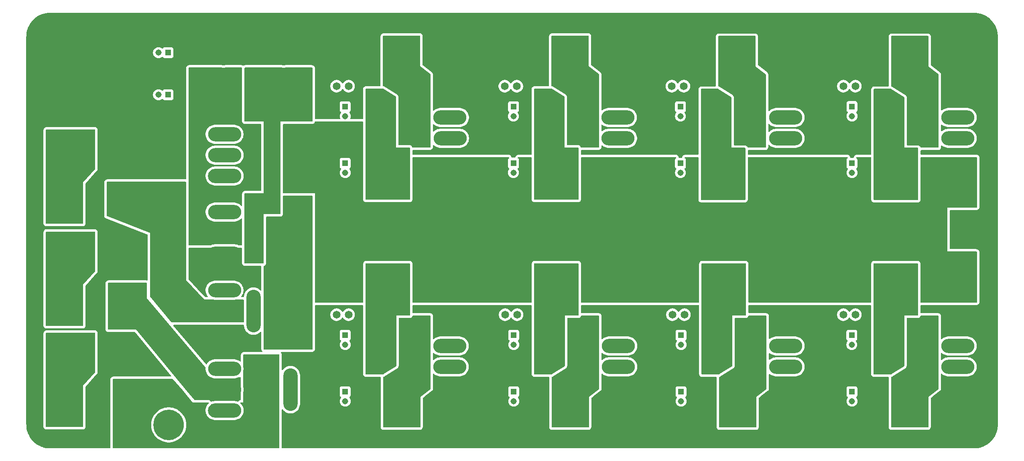
<source format=gbr>
%TF.GenerationSoftware,KiCad,Pcbnew,9.0.1*%
%TF.CreationDate,2025-06-06T18:14:51+02:00*%
%TF.ProjectId,01_Energex8PCB_v1.0,30315f45-6e65-4726-9765-78385043425f,v1.0*%
%TF.SameCoordinates,Original*%
%TF.FileFunction,Copper,L3,Inr*%
%TF.FilePolarity,Positive*%
%FSLAX46Y46*%
G04 Gerber Fmt 4.6, Leading zero omitted, Abs format (unit mm)*
G04 Created by KiCad (PCBNEW 9.0.1) date 2025-06-06 18:14:51*
%MOMM*%
%LPD*%
G01*
G04 APERTURE LIST*
%TA.AperFunction,ComponentPad*%
%ADD10R,1.308000X1.308000*%
%TD*%
%TA.AperFunction,ComponentPad*%
%ADD11C,1.308000*%
%TD*%
%TA.AperFunction,ComponentPad*%
%ADD12C,3.000000*%
%TD*%
%TA.AperFunction,ComponentPad*%
%ADD13C,6.000000*%
%TD*%
%TA.AperFunction,ComponentPad*%
%ADD14R,6.000000X6.000000*%
%TD*%
%TA.AperFunction,ComponentPad*%
%ADD15O,7.000000X3.000000*%
%TD*%
%TA.AperFunction,ComponentPad*%
%ADD16O,3.000000X9.000000*%
%TD*%
%TA.AperFunction,ComponentPad*%
%ADD17C,1.650000*%
%TD*%
%TA.AperFunction,ComponentPad*%
%ADD18C,0.800000*%
%TD*%
%TA.AperFunction,ComponentPad*%
%ADD19C,6.400000*%
%TD*%
%TA.AperFunction,ViaPad*%
%ADD20C,0.800000*%
%TD*%
G04 APERTURE END LIST*
D10*
%TO.N,Net-(J37-Pad1)*%
%TO.C,J37*%
X220768000Y-79016000D03*
D11*
%TO.N,Net-(F7-Pad1)*%
X220768000Y-81016000D03*
%TD*%
D12*
%TO.N,Net-(F4-Pad1)*%
%TO.C,F4*%
X123063000Y-80651000D03*
X123063000Y-83953000D03*
%TO.N,POWER*%
X136525000Y-80651000D03*
X136525000Y-83953000D03*
%TD*%
D13*
%TO.N,GND*%
%TO.C,J28*%
X204260000Y-131324000D03*
D14*
%TO.N,Net-(J28-POS)*%
X197060000Y-131324000D03*
%TD*%
D15*
%TO.N,Net-(J4-Pad1)*%
%TO.C,U3*%
X88378000Y-89332000D03*
%TO.N,GND*%
X88388000Y-98132000D03*
D16*
%TO.N,PWR_SELECT*%
X102288000Y-93732000D03*
D15*
%TO.N,Net-(J7-POS)*%
X88388000Y-93732000D03*
D16*
%TO.N,Net-(J6-POS)*%
X94488000Y-93732000D03*
%TD*%
D13*
%TO.N,GND*%
%TO.C,J25*%
X168954000Y-131324000D03*
D14*
%TO.N,Net-(J25-POS)*%
X161754000Y-131324000D03*
%TD*%
D13*
%TO.N,GND*%
%TO.C,J31*%
X240582000Y-131324000D03*
D14*
%TO.N,Net-(J31-POS)*%
X233382000Y-131324000D03*
%TD*%
D10*
%TO.N,Net-(J5-Pad1)*%
%TO.C,J5*%
X76438000Y-55674000D03*
D11*
%TO.N,Net-(D10-K)*%
X74438000Y-55674000D03*
%TD*%
D17*
%TO.N,Net-(D16-K)*%
%TO.C,J23*%
X150114000Y-111004000D03*
%TO.N,Net-(J23-Pad2)*%
X147574000Y-111004000D03*
%TD*%
D10*
%TO.N,Net-(J38-Pad1)*%
%TO.C,J38*%
X220768000Y-127276000D03*
D11*
%TO.N,Net-(F11-Pad1)*%
X220768000Y-129276000D03*
%TD*%
D12*
%TO.N,Net-(F6-Pad1)*%
%TO.C,F6*%
X193802000Y-80651000D03*
X193802000Y-83953000D03*
%TO.N,POWER*%
X207264000Y-80651000D03*
X207264000Y-83953000D03*
%TD*%
D15*
%TO.N,Net-(J5-Pad1)*%
%TO.C,U4*%
X88374000Y-72904000D03*
%TO.N,GND*%
X88384000Y-81704000D03*
D16*
%TO.N,POWER*%
X102284000Y-77304000D03*
D15*
%TO.N,unconnected-(U4-Pad4)*%
X88384000Y-77304000D03*
D16*
%TO.N,Net-(J7-POS)*%
X94484000Y-77304000D03*
%TD*%
D13*
%TO.N,GND*%
%TO.C,J22*%
X133394000Y-131324000D03*
D14*
%TO.N,Net-(J22-POS)*%
X126194000Y-131324000D03*
%TD*%
D15*
%TO.N,Net-(J14-Pad2)*%
%TO.C,U7*%
X206770000Y-73748000D03*
%TO.N,GND*%
X206760000Y-64948000D03*
D16*
%TO.N,Net-(F6-Pad1)*%
X192860000Y-69348000D03*
D15*
%TO.N,unconnected-(U7-Pad4)*%
X206760000Y-69348000D03*
D16*
%TO.N,Net-(J16-POS)*%
X200660000Y-69348000D03*
%TD*%
D10*
%TO.N,Net-(J34-Pad1)*%
%TO.C,J34*%
X184573000Y-79016000D03*
D11*
%TO.N,Net-(F6-Pad1)*%
X184573000Y-81016000D03*
%TD*%
D17*
%TO.N,Net-(D15-K)*%
%TO.C,J20*%
X114554000Y-111004000D03*
%TO.N,Net-(J20-Pad2)*%
X112014000Y-111004000D03*
%TD*%
D13*
%TO.N,GND*%
%TO.C,J7*%
X88138000Y-55334000D03*
D14*
%TO.N,Net-(J7-POS)*%
X88138000Y-62534000D03*
%TD*%
D10*
%TO.N,Net-(J32-Pad1)*%
%TO.C,J32*%
X113834000Y-79016000D03*
D11*
%TO.N,Net-(F4-Pad1)*%
X113834000Y-81016000D03*
%TD*%
D10*
%TO.N,Net-(J20-Pad2)*%
%TO.C,J21*%
X113834000Y-115338000D03*
D11*
%TO.N,Net-(D15-K)*%
X113834000Y-117338000D03*
%TD*%
D17*
%TO.N,Net-(D13-K)*%
%TO.C,J14*%
X182753000Y-62744000D03*
%TO.N,Net-(J14-Pad2)*%
X185293000Y-62744000D03*
%TD*%
D13*
%TO.N,GND*%
%TO.C,J10*%
X133394000Y-55632000D03*
D14*
%TO.N,Net-(J10-POS)*%
X126194000Y-55632000D03*
%TD*%
D17*
%TO.N,Net-(D11-K)*%
%TO.C,J8*%
X112014000Y-62744000D03*
%TO.N,Net-(J8-Pad2)*%
X114554000Y-62744000D03*
%TD*%
D13*
%TO.N,GND*%
%TO.C,J19*%
X240582000Y-55632000D03*
D14*
%TO.N,Net-(J19-POS)*%
X233382000Y-55632000D03*
%TD*%
D10*
%TO.N,Net-(J29-Pad2)*%
%TO.C,J30*%
X220726000Y-115338000D03*
D11*
%TO.N,Net-(D18-K)*%
X220726000Y-117338000D03*
%TD*%
D13*
%TO.N,GND*%
%TO.C,J3*%
X64858000Y-75952000D03*
D14*
%TO.N,Net-(J3-POS)*%
X57658000Y-75952000D03*
%TD*%
D18*
%TO.N,GND*%
%TO.C,H1*%
X55258000Y-58934000D03*
X55960944Y-57236944D03*
X55960944Y-60631056D03*
X57658000Y-56534000D03*
D19*
X57658000Y-58934000D03*
D18*
X57658000Y-61334000D03*
X59355056Y-57236944D03*
X59355056Y-60631056D03*
X60058000Y-58934000D03*
%TD*%
D17*
%TO.N,Net-(D18-K)*%
%TO.C,J29*%
X221488000Y-111004000D03*
%TO.N,Net-(J29-Pad2)*%
X218948000Y-111004000D03*
%TD*%
D12*
%TO.N,Net-(F7-Pad1)*%
%TO.C,F7*%
X230251000Y-80645000D03*
X230251000Y-83947000D03*
%TO.N,POWER*%
X243713000Y-80645000D03*
X243713000Y-83947000D03*
%TD*%
D10*
%TO.N,Net-(J36-Pad1)*%
%TO.C,J36*%
X113834000Y-127276000D03*
D11*
%TO.N,Net-(F8-Pad1)*%
X113834000Y-129276000D03*
%TD*%
D18*
%TO.N,GND*%
%TO.C,H4*%
X74181000Y-134285056D03*
X74883944Y-132588000D03*
X74883944Y-135982112D03*
X76581000Y-131885056D03*
D19*
X76581000Y-134285056D03*
D18*
X76581000Y-136685056D03*
X78278056Y-132588000D03*
X78278056Y-135982112D03*
X78981000Y-134285056D03*
%TD*%
D12*
%TO.N,Net-(J3-POS)*%
%TO.C,F3*%
X54737000Y-85096000D03*
X54737000Y-88398000D03*
%TO.N,PWR_IN_3*%
X68199000Y-85096000D03*
X68199000Y-88398000D03*
%TD*%
D15*
%TO.N,Net-(J23-Pad2)*%
%TO.C,U10*%
X171464000Y-122008000D03*
%TO.N,GND*%
X171454000Y-113208000D03*
D16*
%TO.N,Net-(F9-Pad1)*%
X157554000Y-117608000D03*
D15*
%TO.N,unconnected-(U10-Pad4)*%
X171454000Y-117608000D03*
D16*
%TO.N,Net-(J25-POS)*%
X165354000Y-117608000D03*
%TD*%
D13*
%TO.N,GND*%
%TO.C,J2*%
X64814000Y-97542000D03*
D14*
%TO.N,Net-(J2-POS)*%
X57614000Y-97542000D03*
%TD*%
D17*
%TO.N,Net-(D17-K)*%
%TO.C,J26*%
X185420000Y-111004000D03*
%TO.N,Net-(J26-Pad2)*%
X182880000Y-111004000D03*
%TD*%
D15*
%TO.N,Net-(J20-Pad2)*%
%TO.C,U9*%
X135904000Y-122008000D03*
%TO.N,GND*%
X135894000Y-113208000D03*
D16*
%TO.N,Net-(F8-Pad1)*%
X121994000Y-117608000D03*
D15*
%TO.N,unconnected-(U9-Pad4)*%
X135894000Y-117608000D03*
D16*
%TO.N,Net-(J22-POS)*%
X129794000Y-117608000D03*
%TD*%
D15*
%TO.N,Net-(J11-Pad2)*%
%TO.C,U6*%
X171402500Y-73748000D03*
%TO.N,GND*%
X171392500Y-64948000D03*
D16*
%TO.N,Net-(F5-Pad1)*%
X157492500Y-69348000D03*
D15*
%TO.N,unconnected-(U6-Pad4)*%
X171392500Y-69348000D03*
D16*
%TO.N,Net-(J13-POS)*%
X165292500Y-69348000D03*
%TD*%
D12*
%TO.N,Net-(F9-Pad1)*%
%TO.C,F9*%
X158623000Y-103003000D03*
X158623000Y-106305000D03*
%TO.N,POWER*%
X172085000Y-103003000D03*
X172085000Y-106305000D03*
%TD*%
D10*
%TO.N,Net-(J39-Pad1)*%
%TO.C,J39*%
X184700000Y-127276000D03*
D11*
%TO.N,Net-(F10-Pad1)*%
X184700000Y-129276000D03*
%TD*%
D15*
%TO.N,Net-(D1-K)*%
%TO.C,U1*%
X88374000Y-122434000D03*
%TO.N,GND*%
X88384000Y-131234000D03*
D16*
%TO.N,Net-(R2-Pad1)*%
X102284000Y-126834000D03*
D15*
%TO.N,PWR_IN_2*%
X88384000Y-126834000D03*
D16*
%TO.N,PWR_IN_1*%
X94484000Y-126834000D03*
%TD*%
D18*
%TO.N,GND*%
%TO.C,H3*%
X243044944Y-92970000D03*
X243747888Y-91272944D03*
X243747888Y-94667056D03*
X245444944Y-90570000D03*
D19*
X245444944Y-92970000D03*
D18*
X245444944Y-95370000D03*
X247142000Y-91272944D03*
X247142000Y-94667056D03*
X247844944Y-92970000D03*
%TD*%
D15*
%TO.N,Net-(D2-K)*%
%TO.C,U2*%
X88374000Y-105842000D03*
%TO.N,GND*%
X88384000Y-114642000D03*
D16*
%TO.N,PWR_SELECT*%
X102284000Y-110242000D03*
D15*
%TO.N,PWR_IN_3*%
X88384000Y-110242000D03*
D16*
%TO.N,Net-(R2-Pad1)*%
X94484000Y-110242000D03*
%TD*%
D15*
%TO.N,Net-(J26-Pad2)*%
%TO.C,U11*%
X206770000Y-122008000D03*
%TO.N,GND*%
X206760000Y-113208000D03*
D16*
%TO.N,Net-(F10-Pad1)*%
X192860000Y-117608000D03*
D15*
%TO.N,unconnected-(U11-Pad4)*%
X206760000Y-117608000D03*
D16*
%TO.N,Net-(J28-POS)*%
X200660000Y-117608000D03*
%TD*%
D12*
%TO.N,Net-(J1-POS)*%
%TO.C,F1*%
X54693000Y-127939200D03*
X54693000Y-131241200D03*
%TO.N,PWR_IN_1*%
X68155000Y-127939200D03*
X68155000Y-131241200D03*
%TD*%
D10*
%TO.N,Net-(J26-Pad2)*%
%TO.C,J27*%
X184700000Y-115338000D03*
D11*
%TO.N,Net-(D17-K)*%
X184700000Y-117338000D03*
%TD*%
D10*
%TO.N,Net-(J14-Pad2)*%
%TO.C,J15*%
X184573000Y-67078000D03*
D11*
%TO.N,Net-(D13-K)*%
X184573000Y-69078000D03*
%TD*%
D12*
%TO.N,Net-(F10-Pad1)*%
%TO.C,F10*%
X193929000Y-103003000D03*
X193929000Y-106305000D03*
%TO.N,POWER*%
X207391000Y-103003000D03*
X207391000Y-106305000D03*
%TD*%
D13*
%TO.N,GND*%
%TO.C,J13*%
X168892500Y-55632000D03*
D14*
%TO.N,Net-(J13-POS)*%
X161692500Y-55632000D03*
%TD*%
D12*
%TO.N,Net-(F5-Pad1)*%
%TO.C,F5*%
X158561500Y-80651000D03*
X158561500Y-83953000D03*
%TO.N,POWER*%
X172023500Y-80651000D03*
X172023500Y-83953000D03*
%TD*%
D10*
%TO.N,Net-(J4-Pad1)*%
%TO.C,J4*%
X76438000Y-64564000D03*
D11*
%TO.N,Net-(D9-K)*%
X74438000Y-64564000D03*
%TD*%
D10*
%TO.N,Net-(J17-Pad2)*%
%TO.C,J18*%
X220768000Y-67062000D03*
D11*
%TO.N,Net-(D14-K)*%
X220768000Y-69062000D03*
%TD*%
D13*
%TO.N,GND*%
%TO.C,J16*%
X204133000Y-55632000D03*
D14*
%TO.N,Net-(J16-POS)*%
X196933000Y-55632000D03*
%TD*%
D12*
%TO.N,Net-(F11-Pad1)*%
%TO.C,F11*%
X230251000Y-103003000D03*
X230251000Y-106305000D03*
%TO.N,POWER*%
X243713000Y-103003000D03*
X243713000Y-106305000D03*
%TD*%
D13*
%TO.N,GND*%
%TO.C,J6*%
X100838000Y-55334000D03*
D14*
%TO.N,Net-(J6-POS)*%
X100838000Y-62534000D03*
%TD*%
D10*
%TO.N,Net-(J33-Pad1)*%
%TO.C,J33*%
X149332500Y-79000000D03*
D11*
%TO.N,Net-(F5-Pad1)*%
X149332500Y-81000000D03*
%TD*%
D17*
%TO.N,Net-(D12-K)*%
%TO.C,J11*%
X147512500Y-62744000D03*
%TO.N,Net-(J11-Pad2)*%
X150052500Y-62744000D03*
%TD*%
%TO.N,Net-(D14-K)*%
%TO.C,J17*%
X218948000Y-62744000D03*
%TO.N,Net-(J17-Pad2)*%
X221488000Y-62744000D03*
%TD*%
D10*
%TO.N,Net-(J23-Pad2)*%
%TO.C,J24*%
X149394000Y-115338000D03*
D11*
%TO.N,Net-(D16-K)*%
X149394000Y-117338000D03*
%TD*%
D15*
%TO.N,Net-(J17-Pad2)*%
%TO.C,U8*%
X243092000Y-73748000D03*
%TO.N,GND*%
X243082000Y-64948000D03*
D16*
%TO.N,Net-(F7-Pad1)*%
X229182000Y-69348000D03*
D15*
%TO.N,unconnected-(U8-Pad4)*%
X243082000Y-69348000D03*
D16*
%TO.N,Net-(J19-POS)*%
X236982000Y-69348000D03*
%TD*%
D10*
%TO.N,Net-(J35-Pad1)*%
%TO.C,J35*%
X149394000Y-127276000D03*
D11*
%TO.N,Net-(F9-Pad1)*%
X149394000Y-129276000D03*
%TD*%
D15*
%TO.N,Net-(J29-Pad2)*%
%TO.C,U12*%
X243092000Y-122008000D03*
%TO.N,GND*%
X243082000Y-113208000D03*
D16*
%TO.N,Net-(F11-Pad1)*%
X229182000Y-117608000D03*
D15*
%TO.N,unconnected-(U12-Pad4)*%
X243082000Y-117608000D03*
D16*
%TO.N,Net-(J31-POS)*%
X236982000Y-117608000D03*
%TD*%
D12*
%TO.N,Net-(F8-Pad1)*%
%TO.C,F8*%
X123063000Y-103003000D03*
X123063000Y-106305000D03*
%TO.N,POWER*%
X136525000Y-103003000D03*
X136525000Y-106305000D03*
%TD*%
D15*
%TO.N,Net-(J8-Pad2)*%
%TO.C,U5*%
X135948000Y-73748000D03*
%TO.N,GND*%
X135938000Y-64948000D03*
D16*
%TO.N,Net-(F4-Pad1)*%
X122038000Y-69348000D03*
D15*
%TO.N,unconnected-(U5-Pad4)*%
X135938000Y-69348000D03*
D16*
%TO.N,Net-(J10-POS)*%
X129838000Y-69348000D03*
%TD*%
D13*
%TO.N,GND*%
%TO.C,J1*%
X64814000Y-118878000D03*
D14*
%TO.N,Net-(J1-POS)*%
X57614000Y-118878000D03*
%TD*%
D12*
%TO.N,Net-(J2-POS)*%
%TO.C,F2*%
X54737000Y-106476200D03*
X54737000Y-109778200D03*
%TO.N,PWR_IN_2*%
X68199000Y-106476200D03*
X68199000Y-109778200D03*
%TD*%
D10*
%TO.N,Net-(J8-Pad2)*%
%TO.C,J9*%
X113834000Y-67078000D03*
D11*
%TO.N,Net-(D11-K)*%
X113834000Y-69078000D03*
%TD*%
D10*
%TO.N,Net-(J11-Pad2)*%
%TO.C,J12*%
X149332500Y-67078000D03*
D11*
%TO.N,Net-(D12-K)*%
X149332500Y-69078000D03*
%TD*%
D20*
%TO.N,GND*%
X147574000Y-123710000D03*
X218948000Y-123710000D03*
X112014000Y-123710000D03*
X182880000Y-123704000D03*
%TD*%
%TA.AperFunction,Conductor*%
%TO.N,POWER*%
G36*
X113582942Y-70207127D02*
G01*
X113743139Y-70232500D01*
X113743140Y-70232500D01*
X113924860Y-70232500D01*
X113924861Y-70232500D01*
X114085058Y-70207127D01*
X114104456Y-70205600D01*
X117480500Y-70205600D01*
X117547539Y-70225285D01*
X117593294Y-70278089D01*
X117604500Y-70329600D01*
X117604500Y-86617000D01*
X117604501Y-86617009D01*
X117616052Y-86724450D01*
X117616054Y-86724462D01*
X117627260Y-86775972D01*
X117661383Y-86878497D01*
X117661386Y-86878503D01*
X117739171Y-86999537D01*
X117739179Y-86999548D01*
X117784923Y-87052340D01*
X117784926Y-87052343D01*
X117784930Y-87052347D01*
X117893664Y-87146567D01*
X117893667Y-87146568D01*
X117893668Y-87146569D01*
X118004897Y-87197367D01*
X118024541Y-87206338D01*
X118091580Y-87226023D01*
X118091584Y-87226024D01*
X118234000Y-87246500D01*
X118234003Y-87246500D01*
X127383990Y-87246500D01*
X127384000Y-87246500D01*
X127491456Y-87234947D01*
X127542967Y-87223741D01*
X127577197Y-87212347D01*
X127645497Y-87189616D01*
X127645501Y-87189613D01*
X127645504Y-87189613D01*
X127766543Y-87111825D01*
X127819347Y-87066070D01*
X127913567Y-86957336D01*
X127973338Y-86826459D01*
X127993023Y-86759420D01*
X127993024Y-86759416D01*
X128013500Y-86617000D01*
X128013500Y-77848000D01*
X128033185Y-77780961D01*
X128085989Y-77735206D01*
X128137500Y-77724000D01*
X148301662Y-77724000D01*
X148368701Y-77743685D01*
X148414456Y-77796489D01*
X148424400Y-77865647D01*
X148395375Y-77929203D01*
X148375974Y-77947266D01*
X148320952Y-77988455D01*
X148234706Y-78103664D01*
X148234702Y-78103671D01*
X148184408Y-78238517D01*
X148178001Y-78298116D01*
X148178001Y-78298123D01*
X148178000Y-78298135D01*
X148178000Y-79701870D01*
X148178001Y-79701876D01*
X148184408Y-79761483D01*
X148234702Y-79896328D01*
X148234706Y-79896335D01*
X148320952Y-80011544D01*
X148320955Y-80011547D01*
X148419132Y-80085043D01*
X148461003Y-80140977D01*
X148465987Y-80210668D01*
X148445139Y-80257194D01*
X148345085Y-80394906D01*
X148262583Y-80556825D01*
X148262581Y-80556828D01*
X148206428Y-80729649D01*
X148206428Y-80729652D01*
X148178000Y-80909139D01*
X148178000Y-81090860D01*
X148206428Y-81270347D01*
X148206428Y-81270350D01*
X148262581Y-81443171D01*
X148262583Y-81443174D01*
X148345083Y-81605090D01*
X148451897Y-81752106D01*
X148580394Y-81880603D01*
X148727410Y-81987417D01*
X148889326Y-82069917D01*
X148889328Y-82069918D01*
X149050529Y-82122294D01*
X149062154Y-82126072D01*
X149241639Y-82154500D01*
X149241640Y-82154500D01*
X149423360Y-82154500D01*
X149423361Y-82154500D01*
X149602846Y-82126072D01*
X149602849Y-82126071D01*
X149602850Y-82126071D01*
X149775671Y-82069918D01*
X149775671Y-82069917D01*
X149775674Y-82069917D01*
X149937590Y-81987417D01*
X150084606Y-81880603D01*
X150213103Y-81752106D01*
X150319917Y-81605090D01*
X150402417Y-81443174D01*
X150453373Y-81286347D01*
X150458571Y-81270350D01*
X150458571Y-81270349D01*
X150458572Y-81270346D01*
X150487000Y-81090861D01*
X150487000Y-80909139D01*
X150458572Y-80729654D01*
X150458571Y-80729650D01*
X150458571Y-80729649D01*
X150402418Y-80556828D01*
X150402416Y-80556825D01*
X150328069Y-80410909D01*
X150319917Y-80394910D01*
X150219859Y-80257193D01*
X150196380Y-80191389D01*
X150212205Y-80123335D01*
X150245864Y-80085044D01*
X150344046Y-80011546D01*
X150430296Y-79896331D01*
X150480591Y-79761483D01*
X150487000Y-79701873D01*
X150486999Y-78298128D01*
X150480591Y-78238517D01*
X150436264Y-78119671D01*
X150430297Y-78103671D01*
X150430293Y-78103664D01*
X150344047Y-77988455D01*
X150314911Y-77966644D01*
X150289026Y-77947266D01*
X150247156Y-77891332D01*
X150242172Y-77821641D01*
X150275658Y-77760318D01*
X150336981Y-77726834D01*
X150363338Y-77724000D01*
X151257000Y-77724000D01*
X153040500Y-77724000D01*
X153107539Y-77743685D01*
X153153294Y-77796489D01*
X153164500Y-77848000D01*
X153164500Y-86617000D01*
X153164501Y-86617009D01*
X153176052Y-86724450D01*
X153176054Y-86724462D01*
X153187260Y-86775972D01*
X153221383Y-86878497D01*
X153221386Y-86878503D01*
X153299171Y-86999537D01*
X153299179Y-86999548D01*
X153344923Y-87052340D01*
X153344926Y-87052343D01*
X153344930Y-87052347D01*
X153453664Y-87146567D01*
X153453667Y-87146568D01*
X153453668Y-87146569D01*
X153564897Y-87197367D01*
X153584541Y-87206338D01*
X153651580Y-87226023D01*
X153651584Y-87226024D01*
X153794000Y-87246500D01*
X153794003Y-87246500D01*
X162943990Y-87246500D01*
X162944000Y-87246500D01*
X163051456Y-87234947D01*
X163102967Y-87223741D01*
X163137197Y-87212347D01*
X163205497Y-87189616D01*
X163205501Y-87189613D01*
X163205504Y-87189613D01*
X163326543Y-87111825D01*
X163379347Y-87066070D01*
X163473567Y-86957336D01*
X163533338Y-86826459D01*
X163553023Y-86759420D01*
X163553024Y-86759416D01*
X163573500Y-86617000D01*
X163573500Y-77848000D01*
X163593185Y-77780961D01*
X163645989Y-77735206D01*
X163697500Y-77724000D01*
X183563535Y-77724000D01*
X183630574Y-77743685D01*
X183676329Y-77796489D01*
X183686273Y-77865647D01*
X183657248Y-77929203D01*
X183637847Y-77947266D01*
X183561452Y-78004455D01*
X183475206Y-78119664D01*
X183475202Y-78119671D01*
X183424908Y-78254517D01*
X183420220Y-78298127D01*
X183418501Y-78314123D01*
X183418500Y-78314135D01*
X183418500Y-79717870D01*
X183418501Y-79717876D01*
X183424908Y-79777483D01*
X183475202Y-79912328D01*
X183475206Y-79912335D01*
X183561452Y-80027544D01*
X183561455Y-80027547D01*
X183659632Y-80101043D01*
X183701503Y-80156977D01*
X183706487Y-80226668D01*
X183685639Y-80273194D01*
X183585585Y-80410906D01*
X183503083Y-80572825D01*
X183503081Y-80572828D01*
X183446928Y-80745649D01*
X183446928Y-80745652D01*
X183418500Y-80925139D01*
X183418500Y-81106860D01*
X183446928Y-81286347D01*
X183446928Y-81286350D01*
X183503081Y-81459171D01*
X183503083Y-81459174D01*
X183585583Y-81621090D01*
X183692397Y-81768106D01*
X183820894Y-81896603D01*
X183967910Y-82003417D01*
X184129826Y-82085917D01*
X184129828Y-82085918D01*
X184253408Y-82126071D01*
X184302654Y-82142072D01*
X184482139Y-82170500D01*
X184482140Y-82170500D01*
X184663860Y-82170500D01*
X184663861Y-82170500D01*
X184843346Y-82142072D01*
X184843349Y-82142071D01*
X184843350Y-82142071D01*
X185016171Y-82085918D01*
X185016171Y-82085917D01*
X185016174Y-82085917D01*
X185178090Y-82003417D01*
X185325106Y-81896603D01*
X185453603Y-81768106D01*
X185560417Y-81621090D01*
X185642917Y-81459174D01*
X185699072Y-81286346D01*
X185727500Y-81106861D01*
X185727500Y-80925139D01*
X185699072Y-80745654D01*
X185699071Y-80745650D01*
X185699071Y-80745649D01*
X185642918Y-80572828D01*
X185642916Y-80572825D01*
X185634766Y-80556828D01*
X185560417Y-80410910D01*
X185460359Y-80273193D01*
X185436880Y-80207389D01*
X185452705Y-80139335D01*
X185486364Y-80101044D01*
X185584546Y-80027546D01*
X185670796Y-79912331D01*
X185721091Y-79777483D01*
X185727500Y-79717873D01*
X185727499Y-78314128D01*
X185721091Y-78254517D01*
X185715123Y-78238517D01*
X185670797Y-78119671D01*
X185670793Y-78119664D01*
X185584547Y-78004455D01*
X185508153Y-77947266D01*
X185466283Y-77891332D01*
X185461299Y-77821641D01*
X185494785Y-77760318D01*
X185556108Y-77726834D01*
X185582465Y-77724000D01*
X188244900Y-77724000D01*
X188311939Y-77743685D01*
X188357694Y-77796489D01*
X188368900Y-77848000D01*
X188368900Y-86667800D01*
X188368901Y-86667809D01*
X188380452Y-86775250D01*
X188380454Y-86775262D01*
X188391660Y-86826772D01*
X188425783Y-86929297D01*
X188425786Y-86929303D01*
X188503571Y-87050337D01*
X188503579Y-87050348D01*
X188549323Y-87103140D01*
X188549326Y-87103143D01*
X188549330Y-87103147D01*
X188658064Y-87197367D01*
X188658067Y-87197368D01*
X188658068Y-87197369D01*
X188765647Y-87246500D01*
X188788941Y-87257138D01*
X188855980Y-87276823D01*
X188855984Y-87276824D01*
X188998400Y-87297300D01*
X188998403Y-87297300D01*
X198148390Y-87297300D01*
X198148400Y-87297300D01*
X198255856Y-87285747D01*
X198307367Y-87274541D01*
X198341597Y-87263147D01*
X198409897Y-87240416D01*
X198409901Y-87240413D01*
X198409904Y-87240413D01*
X198530943Y-87162625D01*
X198583747Y-87116870D01*
X198677967Y-87008136D01*
X198737738Y-86877259D01*
X198757423Y-86810220D01*
X198757424Y-86810216D01*
X198777900Y-86667800D01*
X198777900Y-77848000D01*
X198797585Y-77780961D01*
X198850389Y-77735206D01*
X198901900Y-77724000D01*
X219758535Y-77724000D01*
X219825574Y-77743685D01*
X219871329Y-77796489D01*
X219881273Y-77865647D01*
X219852248Y-77929203D01*
X219832847Y-77947266D01*
X219756452Y-78004455D01*
X219670206Y-78119664D01*
X219670202Y-78119671D01*
X219619908Y-78254517D01*
X219615220Y-78298127D01*
X219613501Y-78314123D01*
X219613500Y-78314135D01*
X219613500Y-79717870D01*
X219613501Y-79717876D01*
X219619908Y-79777483D01*
X219670202Y-79912328D01*
X219670206Y-79912335D01*
X219756452Y-80027544D01*
X219756455Y-80027547D01*
X219854632Y-80101043D01*
X219896503Y-80156977D01*
X219901487Y-80226668D01*
X219880639Y-80273194D01*
X219780585Y-80410906D01*
X219698083Y-80572825D01*
X219698081Y-80572828D01*
X219641928Y-80745649D01*
X219641928Y-80745652D01*
X219613500Y-80925139D01*
X219613500Y-81106860D01*
X219641928Y-81286347D01*
X219641928Y-81286350D01*
X219698081Y-81459171D01*
X219698083Y-81459174D01*
X219780583Y-81621090D01*
X219887397Y-81768106D01*
X220015894Y-81896603D01*
X220162910Y-82003417D01*
X220324826Y-82085917D01*
X220324828Y-82085918D01*
X220448408Y-82126071D01*
X220497654Y-82142072D01*
X220677139Y-82170500D01*
X220677140Y-82170500D01*
X220858860Y-82170500D01*
X220858861Y-82170500D01*
X221038346Y-82142072D01*
X221038349Y-82142071D01*
X221038350Y-82142071D01*
X221211171Y-82085918D01*
X221211171Y-82085917D01*
X221211174Y-82085917D01*
X221373090Y-82003417D01*
X221520106Y-81896603D01*
X221648603Y-81768106D01*
X221755417Y-81621090D01*
X221837917Y-81459174D01*
X221894072Y-81286346D01*
X221922500Y-81106861D01*
X221922500Y-80925139D01*
X221894072Y-80745654D01*
X221894071Y-80745650D01*
X221894071Y-80745649D01*
X221837918Y-80572828D01*
X221837916Y-80572825D01*
X221829766Y-80556828D01*
X221755417Y-80410910D01*
X221655359Y-80273193D01*
X221631880Y-80207389D01*
X221647705Y-80139335D01*
X221681364Y-80101044D01*
X221779546Y-80027546D01*
X221865796Y-79912331D01*
X221916091Y-79777483D01*
X221922500Y-79717873D01*
X221922499Y-78314128D01*
X221916091Y-78254517D01*
X221910123Y-78238517D01*
X221865797Y-78119671D01*
X221865793Y-78119664D01*
X221779547Y-78004455D01*
X221703153Y-77947266D01*
X221661283Y-77891332D01*
X221656299Y-77821641D01*
X221689785Y-77760318D01*
X221751108Y-77726834D01*
X221777465Y-77724000D01*
X224719300Y-77724000D01*
X224786339Y-77743685D01*
X224832094Y-77796489D01*
X224843300Y-77848000D01*
X224843300Y-86667800D01*
X224843301Y-86667809D01*
X224854852Y-86775250D01*
X224854854Y-86775262D01*
X224866060Y-86826772D01*
X224900183Y-86929297D01*
X224900186Y-86929303D01*
X224977971Y-87050337D01*
X224977979Y-87050348D01*
X225023723Y-87103140D01*
X225023726Y-87103143D01*
X225023730Y-87103147D01*
X225132464Y-87197367D01*
X225132467Y-87197368D01*
X225132468Y-87197369D01*
X225240047Y-87246500D01*
X225263341Y-87257138D01*
X225330380Y-87276823D01*
X225330384Y-87276824D01*
X225472800Y-87297300D01*
X225472803Y-87297300D01*
X234622790Y-87297300D01*
X234622800Y-87297300D01*
X234730256Y-87285747D01*
X234781767Y-87274541D01*
X234815997Y-87263147D01*
X234884297Y-87240416D01*
X234884301Y-87240413D01*
X234884304Y-87240413D01*
X235005343Y-87162625D01*
X235058147Y-87116870D01*
X235152367Y-87008136D01*
X235212138Y-86877259D01*
X235231823Y-86810220D01*
X235231824Y-86810216D01*
X235252300Y-86667800D01*
X235252300Y-77848000D01*
X235271985Y-77780961D01*
X235324789Y-77735206D01*
X235376300Y-77724000D01*
X247018000Y-77724000D01*
X247085039Y-77743685D01*
X247130794Y-77796489D01*
X247142000Y-77848000D01*
X247142000Y-88268000D01*
X247122315Y-88335039D01*
X247069511Y-88380794D01*
X247018000Y-88392000D01*
X240919000Y-88392000D01*
X240919000Y-97663000D01*
X247018000Y-97663000D01*
X247085039Y-97682685D01*
X247130794Y-97735489D01*
X247142000Y-97787000D01*
X247142000Y-108334000D01*
X247122315Y-108401039D01*
X247069511Y-108446794D01*
X247018000Y-108458000D01*
X235350900Y-108458000D01*
X235283861Y-108438315D01*
X235238106Y-108385511D01*
X235226900Y-108334000D01*
X235226900Y-100276210D01*
X235226900Y-100276200D01*
X235215347Y-100168744D01*
X235204141Y-100117233D01*
X235191416Y-100079000D01*
X235170016Y-100014702D01*
X235170013Y-100014696D01*
X235092228Y-99893662D01*
X235092225Y-99893657D01*
X235092220Y-99893651D01*
X235046476Y-99840859D01*
X235046472Y-99840856D01*
X235046470Y-99840853D01*
X234937736Y-99746633D01*
X234937733Y-99746631D01*
X234937731Y-99746630D01*
X234806865Y-99686864D01*
X234806860Y-99686862D01*
X234806859Y-99686862D01*
X234739820Y-99667177D01*
X234739822Y-99667177D01*
X234739817Y-99667176D01*
X234677747Y-99658252D01*
X234597400Y-99646700D01*
X225447400Y-99646700D01*
X225447391Y-99646700D01*
X225447390Y-99646701D01*
X225339949Y-99658252D01*
X225339937Y-99658254D01*
X225288427Y-99669460D01*
X225185902Y-99703583D01*
X225185896Y-99703586D01*
X225064862Y-99781371D01*
X225064851Y-99781379D01*
X225012059Y-99827123D01*
X224917833Y-99935864D01*
X224917830Y-99935868D01*
X224858064Y-100066734D01*
X224838376Y-100133782D01*
X224833349Y-100168749D01*
X224817902Y-100276190D01*
X224817900Y-100276201D01*
X224817900Y-108334000D01*
X224798215Y-108401039D01*
X224745411Y-108446794D01*
X224693900Y-108458000D01*
X199054300Y-108458000D01*
X198987261Y-108438315D01*
X198941506Y-108385511D01*
X198930300Y-108334000D01*
X198930300Y-100276210D01*
X198930300Y-100276200D01*
X198918747Y-100168744D01*
X198907541Y-100117233D01*
X198894816Y-100079000D01*
X198873416Y-100014702D01*
X198873413Y-100014696D01*
X198795628Y-99893662D01*
X198795625Y-99893657D01*
X198795620Y-99893651D01*
X198749876Y-99840859D01*
X198749872Y-99840856D01*
X198749870Y-99840853D01*
X198641136Y-99746633D01*
X198641133Y-99746631D01*
X198641131Y-99746630D01*
X198510265Y-99686864D01*
X198510260Y-99686862D01*
X198510259Y-99686862D01*
X198443220Y-99667177D01*
X198443222Y-99667177D01*
X198443217Y-99667176D01*
X198381147Y-99658252D01*
X198300800Y-99646700D01*
X189150800Y-99646700D01*
X189150791Y-99646700D01*
X189150790Y-99646701D01*
X189043349Y-99658252D01*
X189043337Y-99658254D01*
X188991827Y-99669460D01*
X188889302Y-99703583D01*
X188889296Y-99703586D01*
X188768262Y-99781371D01*
X188768251Y-99781379D01*
X188715459Y-99827123D01*
X188621233Y-99935864D01*
X188621230Y-99935868D01*
X188561464Y-100066734D01*
X188541776Y-100133782D01*
X188536749Y-100168749D01*
X188521302Y-100276190D01*
X188521300Y-100276201D01*
X188521300Y-108334000D01*
X188501615Y-108401039D01*
X188448811Y-108446794D01*
X188397300Y-108458000D01*
X163722900Y-108458000D01*
X163655861Y-108438315D01*
X163610106Y-108385511D01*
X163598900Y-108334000D01*
X163598900Y-100276210D01*
X163598900Y-100276200D01*
X163587347Y-100168744D01*
X163576141Y-100117233D01*
X163563416Y-100079000D01*
X163542016Y-100014702D01*
X163542013Y-100014696D01*
X163464228Y-99893662D01*
X163464225Y-99893657D01*
X163464220Y-99893651D01*
X163418476Y-99840859D01*
X163418472Y-99840856D01*
X163418470Y-99840853D01*
X163309736Y-99746633D01*
X163309733Y-99746631D01*
X163309731Y-99746630D01*
X163178865Y-99686864D01*
X163178860Y-99686862D01*
X163178859Y-99686862D01*
X163111820Y-99667177D01*
X163111822Y-99667177D01*
X163111817Y-99667176D01*
X163049747Y-99658252D01*
X162969400Y-99646700D01*
X153819400Y-99646700D01*
X153819391Y-99646700D01*
X153819390Y-99646701D01*
X153711949Y-99658252D01*
X153711937Y-99658254D01*
X153660427Y-99669460D01*
X153557902Y-99703583D01*
X153557896Y-99703586D01*
X153436862Y-99781371D01*
X153436851Y-99781379D01*
X153384059Y-99827123D01*
X153289833Y-99935864D01*
X153289830Y-99935868D01*
X153230064Y-100066734D01*
X153210376Y-100133782D01*
X153205349Y-100168749D01*
X153189902Y-100276190D01*
X153189900Y-100276201D01*
X153189900Y-108334000D01*
X153170215Y-108401039D01*
X153117411Y-108446794D01*
X153065900Y-108458000D01*
X128162900Y-108458000D01*
X128095861Y-108438315D01*
X128050106Y-108385511D01*
X128038900Y-108334000D01*
X128038900Y-100276210D01*
X128038900Y-100276200D01*
X128027347Y-100168744D01*
X128016141Y-100117233D01*
X128003416Y-100079000D01*
X127982016Y-100014702D01*
X127982013Y-100014696D01*
X127904228Y-99893662D01*
X127904225Y-99893657D01*
X127904220Y-99893651D01*
X127858476Y-99840859D01*
X127858472Y-99840856D01*
X127858470Y-99840853D01*
X127749736Y-99746633D01*
X127749733Y-99746631D01*
X127749731Y-99746630D01*
X127618865Y-99686864D01*
X127618860Y-99686862D01*
X127618859Y-99686862D01*
X127551820Y-99667177D01*
X127551822Y-99667177D01*
X127551817Y-99667176D01*
X127489747Y-99658252D01*
X127409400Y-99646700D01*
X118259400Y-99646700D01*
X118259391Y-99646700D01*
X118259390Y-99646701D01*
X118151949Y-99658252D01*
X118151937Y-99658254D01*
X118100427Y-99669460D01*
X117997902Y-99703583D01*
X117997896Y-99703586D01*
X117876862Y-99781371D01*
X117876851Y-99781379D01*
X117824059Y-99827123D01*
X117729833Y-99935864D01*
X117729830Y-99935868D01*
X117670064Y-100066734D01*
X117650376Y-100133782D01*
X117645349Y-100168749D01*
X117629902Y-100276190D01*
X117629900Y-100276201D01*
X117629900Y-108334000D01*
X117610215Y-108401039D01*
X117557411Y-108446794D01*
X117505900Y-108458000D01*
X107566000Y-108458000D01*
X107498961Y-108438315D01*
X107453206Y-108385511D01*
X107442000Y-108334000D01*
X107442000Y-85344000D01*
X100832500Y-85344000D01*
X100765461Y-85324315D01*
X100719706Y-85271511D01*
X100708500Y-85220000D01*
X100708500Y-78314135D01*
X112679500Y-78314135D01*
X112679500Y-79717870D01*
X112679501Y-79717876D01*
X112685908Y-79777483D01*
X112736202Y-79912328D01*
X112736206Y-79912335D01*
X112822452Y-80027544D01*
X112822455Y-80027547D01*
X112920632Y-80101043D01*
X112962503Y-80156977D01*
X112967487Y-80226668D01*
X112946639Y-80273194D01*
X112846585Y-80410906D01*
X112764083Y-80572825D01*
X112764081Y-80572828D01*
X112707928Y-80745649D01*
X112707928Y-80745652D01*
X112679500Y-80925139D01*
X112679500Y-81106860D01*
X112707928Y-81286347D01*
X112707928Y-81286350D01*
X112764081Y-81459171D01*
X112764083Y-81459174D01*
X112846583Y-81621090D01*
X112953397Y-81768106D01*
X113081894Y-81896603D01*
X113228910Y-82003417D01*
X113390826Y-82085917D01*
X113390828Y-82085918D01*
X113514408Y-82126071D01*
X113563654Y-82142072D01*
X113743139Y-82170500D01*
X113743140Y-82170500D01*
X113924860Y-82170500D01*
X113924861Y-82170500D01*
X114104346Y-82142072D01*
X114104349Y-82142071D01*
X114104350Y-82142071D01*
X114277171Y-82085918D01*
X114277171Y-82085917D01*
X114277174Y-82085917D01*
X114439090Y-82003417D01*
X114586106Y-81896603D01*
X114714603Y-81768106D01*
X114821417Y-81621090D01*
X114903917Y-81459174D01*
X114960072Y-81286346D01*
X114988500Y-81106861D01*
X114988500Y-80925139D01*
X114960072Y-80745654D01*
X114960071Y-80745650D01*
X114960071Y-80745649D01*
X114903918Y-80572828D01*
X114903916Y-80572825D01*
X114895766Y-80556828D01*
X114821417Y-80410910D01*
X114721359Y-80273193D01*
X114697880Y-80207389D01*
X114713705Y-80139335D01*
X114747364Y-80101044D01*
X114845546Y-80027546D01*
X114931796Y-79912331D01*
X114982091Y-79777483D01*
X114988500Y-79717873D01*
X114988499Y-78314128D01*
X114982091Y-78254517D01*
X114976123Y-78238517D01*
X114931797Y-78119671D01*
X114931793Y-78119664D01*
X114845547Y-78004455D01*
X114845544Y-78004452D01*
X114730335Y-77918206D01*
X114730328Y-77918202D01*
X114595482Y-77867908D01*
X114595483Y-77867908D01*
X114535883Y-77861501D01*
X114535881Y-77861500D01*
X114535873Y-77861500D01*
X114535864Y-77861500D01*
X113132129Y-77861500D01*
X113132123Y-77861501D01*
X113072516Y-77867908D01*
X112937671Y-77918202D01*
X112937664Y-77918206D01*
X112822455Y-78004452D01*
X112822452Y-78004455D01*
X112736206Y-78119664D01*
X112736202Y-78119671D01*
X112685908Y-78254517D01*
X112681220Y-78298127D01*
X112679501Y-78314123D01*
X112679500Y-78314135D01*
X100708500Y-78314135D01*
X100708500Y-70860500D01*
X100728185Y-70793461D01*
X100780989Y-70747706D01*
X100832500Y-70736500D01*
X106809990Y-70736500D01*
X106810000Y-70736500D01*
X106917456Y-70724947D01*
X106968967Y-70713741D01*
X107003197Y-70702347D01*
X107071497Y-70679616D01*
X107071501Y-70679613D01*
X107071504Y-70679613D01*
X107192543Y-70601825D01*
X107245347Y-70556070D01*
X107339567Y-70447336D01*
X107399338Y-70316459D01*
X107402703Y-70304996D01*
X107405739Y-70294662D01*
X107443515Y-70235885D01*
X107507071Y-70206862D01*
X107524715Y-70205600D01*
X113563544Y-70205600D01*
X113582942Y-70207127D01*
G37*
%TD.AperFunction*%
%TD*%
%TA.AperFunction,Conductor*%
%TO.N,Net-(J22-POS)*%
G36*
X131794439Y-111220885D02*
G01*
X131840194Y-111273689D01*
X131851400Y-111325200D01*
X131851400Y-126633922D01*
X131831715Y-126700961D01*
X131802724Y-126732422D01*
X129692400Y-128346199D01*
X129692400Y-134699200D01*
X129672715Y-134766239D01*
X129619911Y-134811994D01*
X129568400Y-134823200D01*
X121942400Y-134823200D01*
X121875361Y-134803515D01*
X121829606Y-134750711D01*
X121818400Y-134699200D01*
X121818400Y-124255117D01*
X121838085Y-124188078D01*
X121890889Y-124142323D01*
X121919429Y-124133961D01*
X121919323Y-124133468D01*
X121923600Y-124132544D01*
X121923622Y-124132541D01*
X121990195Y-124113155D01*
X122120255Y-124054285D01*
X124826364Y-122332215D01*
X124911622Y-122263978D01*
X124949364Y-122226403D01*
X125017967Y-122141466D01*
X125077738Y-122010589D01*
X125097423Y-121943550D01*
X125097424Y-121943546D01*
X125117900Y-121801130D01*
X125117900Y-111830700D01*
X125137585Y-111763661D01*
X125190389Y-111717906D01*
X125241900Y-111706700D01*
X127409390Y-111706700D01*
X127409400Y-111706700D01*
X127516856Y-111695147D01*
X127568367Y-111683941D01*
X127602597Y-111672547D01*
X127670897Y-111649816D01*
X127670901Y-111649813D01*
X127670904Y-111649813D01*
X127791943Y-111572025D01*
X127844747Y-111526270D01*
X127938967Y-111417536D01*
X127998738Y-111286659D01*
X127998739Y-111286657D01*
X128000284Y-111282515D01*
X128002203Y-111283230D01*
X128035440Y-111231498D01*
X128098992Y-111202465D01*
X128116656Y-111201200D01*
X131727400Y-111201200D01*
X131794439Y-111220885D01*
G37*
%TD.AperFunction*%
%TD*%
%TA.AperFunction,Conductor*%
%TO.N,Net-(F8-Pad1)*%
G36*
X127476439Y-100171885D02*
G01*
X127522194Y-100224689D01*
X127533400Y-100276200D01*
X127533400Y-111077200D01*
X127513715Y-111144239D01*
X127460911Y-111189994D01*
X127409400Y-111201200D01*
X124612400Y-111201200D01*
X124612400Y-121801130D01*
X124592715Y-121868169D01*
X124554973Y-121905744D01*
X122622038Y-123135794D01*
X121932312Y-123574711D01*
X121848864Y-123627814D01*
X121782291Y-123647200D01*
X118259400Y-123647200D01*
X118192361Y-123627515D01*
X118146606Y-123574711D01*
X118135400Y-123523200D01*
X118135400Y-100276200D01*
X118155085Y-100209161D01*
X118207889Y-100163406D01*
X118259400Y-100152200D01*
X127409400Y-100152200D01*
X127476439Y-100171885D01*
G37*
%TD.AperFunction*%
%TD*%
%TA.AperFunction,Conductor*%
%TO.N,GND*%
G36*
X246540562Y-47244605D02*
G01*
X246908277Y-47259814D01*
X246913906Y-47260177D01*
X246997956Y-47267530D01*
X247002429Y-47268004D01*
X247325028Y-47308216D01*
X247331169Y-47309140D01*
X247409766Y-47322999D01*
X247413594Y-47323737D01*
X247737008Y-47391549D01*
X247743622Y-47393128D01*
X247812576Y-47411604D01*
X247815787Y-47412512D01*
X248141169Y-47509383D01*
X248148157Y-47511692D01*
X248202056Y-47531310D01*
X248204678Y-47532299D01*
X248534425Y-47660967D01*
X248541729Y-47664089D01*
X248572837Y-47678595D01*
X248574641Y-47679458D01*
X248912902Y-47844823D01*
X248921883Y-47849683D01*
X249268070Y-48055966D01*
X249276638Y-48061564D01*
X249604593Y-48295719D01*
X249612668Y-48302005D01*
X249920155Y-48562433D01*
X249927695Y-48569374D01*
X250212625Y-48854304D01*
X250219566Y-48861844D01*
X250479989Y-49169325D01*
X250486284Y-49177412D01*
X250720431Y-49505355D01*
X250726037Y-49513935D01*
X250932309Y-49860105D01*
X250937186Y-49869119D01*
X251102467Y-50207206D01*
X251103450Y-50209262D01*
X251117902Y-50240255D01*
X251121036Y-50247584D01*
X251249691Y-50577300D01*
X251250696Y-50579964D01*
X251270299Y-50633822D01*
X251272622Y-50640851D01*
X251369475Y-50966173D01*
X251370405Y-50969462D01*
X251388867Y-51038364D01*
X251390453Y-51045010D01*
X251458250Y-51368350D01*
X251459005Y-51372265D01*
X251472854Y-51450807D01*
X251473786Y-51457001D01*
X251513990Y-51779538D01*
X251514470Y-51784069D01*
X251521819Y-51868067D01*
X251522185Y-51873749D01*
X251537394Y-52241437D01*
X251537500Y-52246562D01*
X251537500Y-134241437D01*
X251537394Y-134246562D01*
X251522185Y-134614249D01*
X251521819Y-134619931D01*
X251514470Y-134703929D01*
X251513990Y-134708460D01*
X251473786Y-135030997D01*
X251472854Y-135037191D01*
X251459005Y-135115733D01*
X251458250Y-135119648D01*
X251390453Y-135442988D01*
X251388867Y-135449634D01*
X251370405Y-135518536D01*
X251369475Y-135521825D01*
X251272622Y-135847147D01*
X251270299Y-135854176D01*
X251250696Y-135908034D01*
X251249691Y-135910698D01*
X251121036Y-136240414D01*
X251117902Y-136247743D01*
X251103471Y-136278691D01*
X251102489Y-136280747D01*
X250937182Y-136618889D01*
X250932304Y-136627903D01*
X250726037Y-136974064D01*
X250720431Y-136982644D01*
X250486284Y-137310587D01*
X250479989Y-137318674D01*
X250219566Y-137626155D01*
X250212625Y-137633695D01*
X249927695Y-137918625D01*
X249920155Y-137925566D01*
X249612674Y-138185989D01*
X249604587Y-138192284D01*
X249276644Y-138426431D01*
X249268064Y-138432037D01*
X248921903Y-138638304D01*
X248912889Y-138643182D01*
X248574747Y-138808489D01*
X248572691Y-138809471D01*
X248541743Y-138823902D01*
X248534414Y-138827036D01*
X248204698Y-138955691D01*
X248202034Y-138956696D01*
X248148176Y-138976299D01*
X248141147Y-138978622D01*
X247815825Y-139075475D01*
X247812536Y-139076405D01*
X247743634Y-139094867D01*
X247736988Y-139096453D01*
X247413648Y-139164250D01*
X247409733Y-139165005D01*
X247331190Y-139178854D01*
X247324998Y-139179786D01*
X247247568Y-139189438D01*
X247234656Y-139191048D01*
X247219319Y-139192000D01*
X100578500Y-139192000D01*
X100511461Y-139172315D01*
X100465706Y-139119511D01*
X100454500Y-139068000D01*
X100454500Y-131101221D01*
X100474185Y-131034182D01*
X100526989Y-130988427D01*
X100596147Y-130978483D01*
X100659703Y-131007508D01*
X100676875Y-131025734D01*
X100776718Y-131155851D01*
X100776726Y-131155860D01*
X100962140Y-131341274D01*
X100962148Y-131341281D01*
X101170196Y-131500924D01*
X101397299Y-131632041D01*
X101397309Y-131632046D01*
X101639571Y-131732394D01*
X101639581Y-131732398D01*
X101892884Y-131800270D01*
X102152880Y-131834500D01*
X102152887Y-131834500D01*
X102415113Y-131834500D01*
X102415120Y-131834500D01*
X102675116Y-131800270D01*
X102928419Y-131732398D01*
X103170697Y-131632043D01*
X103397803Y-131500924D01*
X103605851Y-131341282D01*
X103605855Y-131341277D01*
X103605860Y-131341274D01*
X103791274Y-131155860D01*
X103791277Y-131155855D01*
X103791282Y-131155851D01*
X103950924Y-130947803D01*
X104082043Y-130720697D01*
X104182398Y-130478419D01*
X104250270Y-130225116D01*
X104284500Y-129965120D01*
X104284500Y-126574135D01*
X112679500Y-126574135D01*
X112679500Y-127977870D01*
X112679501Y-127977876D01*
X112685908Y-128037483D01*
X112736202Y-128172328D01*
X112736206Y-128172335D01*
X112822452Y-128287544D01*
X112822455Y-128287547D01*
X112920632Y-128361043D01*
X112962503Y-128416977D01*
X112967487Y-128486668D01*
X112946639Y-128533194D01*
X112846585Y-128670906D01*
X112764083Y-128832825D01*
X112764081Y-128832828D01*
X112707928Y-129005649D01*
X112707928Y-129005652D01*
X112679500Y-129185139D01*
X112679500Y-129366860D01*
X112707928Y-129546347D01*
X112707928Y-129546350D01*
X112764081Y-129719171D01*
X112764083Y-129719174D01*
X112846583Y-129881090D01*
X112953397Y-130028106D01*
X113081894Y-130156603D01*
X113228910Y-130263417D01*
X113390826Y-130345917D01*
X113390828Y-130345918D01*
X113542476Y-130395191D01*
X113563654Y-130402072D01*
X113743139Y-130430500D01*
X113743140Y-130430500D01*
X113924860Y-130430500D01*
X113924861Y-130430500D01*
X114104346Y-130402072D01*
X114104349Y-130402071D01*
X114104350Y-130402071D01*
X114277171Y-130345918D01*
X114277171Y-130345917D01*
X114277174Y-130345917D01*
X114439090Y-130263417D01*
X114586106Y-130156603D01*
X114714603Y-130028106D01*
X114821417Y-129881090D01*
X114903917Y-129719174D01*
X114960072Y-129546346D01*
X114988500Y-129366861D01*
X114988500Y-129185139D01*
X114960072Y-129005654D01*
X114960071Y-129005650D01*
X114960071Y-129005649D01*
X114903918Y-128832828D01*
X114903916Y-128832825D01*
X114821416Y-128670909D01*
X114811514Y-128657280D01*
X114721359Y-128533193D01*
X114697880Y-128467389D01*
X114713705Y-128399335D01*
X114747364Y-128361044D01*
X114845546Y-128287546D01*
X114931796Y-128172331D01*
X114982091Y-128037483D01*
X114988500Y-127977873D01*
X114988499Y-126574128D01*
X114982091Y-126514517D01*
X114931796Y-126379669D01*
X114931795Y-126379668D01*
X114931793Y-126379664D01*
X114845547Y-126264455D01*
X114845544Y-126264452D01*
X114730335Y-126178206D01*
X114730328Y-126178202D01*
X114595482Y-126127908D01*
X114595483Y-126127908D01*
X114535883Y-126121501D01*
X114535881Y-126121500D01*
X114535873Y-126121500D01*
X114535864Y-126121500D01*
X113132129Y-126121500D01*
X113132123Y-126121501D01*
X113072516Y-126127908D01*
X112937671Y-126178202D01*
X112937664Y-126178206D01*
X112822455Y-126264452D01*
X112822452Y-126264455D01*
X112736206Y-126379664D01*
X112736202Y-126379671D01*
X112685908Y-126514517D01*
X112679501Y-126574116D01*
X112679501Y-126574123D01*
X112679500Y-126574135D01*
X104284500Y-126574135D01*
X104284500Y-123702880D01*
X104250270Y-123442884D01*
X104182398Y-123189581D01*
X104162714Y-123142060D01*
X104082046Y-122947309D01*
X104082041Y-122947299D01*
X103950924Y-122720196D01*
X103791281Y-122512148D01*
X103791274Y-122512140D01*
X103605860Y-122326726D01*
X103605851Y-122326718D01*
X103397803Y-122167075D01*
X103170700Y-122035958D01*
X103170690Y-122035953D01*
X102928428Y-121935605D01*
X102928421Y-121935603D01*
X102928419Y-121935602D01*
X102675116Y-121867730D01*
X102617339Y-121860123D01*
X102415127Y-121833500D01*
X102415120Y-121833500D01*
X102152880Y-121833500D01*
X102152872Y-121833500D01*
X101921772Y-121863926D01*
X101892884Y-121867730D01*
X101639581Y-121935602D01*
X101639571Y-121935605D01*
X101397309Y-122035953D01*
X101397299Y-122035958D01*
X101170196Y-122167075D01*
X100962148Y-122326718D01*
X100776718Y-122512148D01*
X100676875Y-122642265D01*
X100620447Y-122683468D01*
X100550701Y-122687622D01*
X100489781Y-122653409D01*
X100457029Y-122591691D01*
X100454500Y-122566778D01*
X100454500Y-119504010D01*
X100454500Y-119504000D01*
X100442947Y-119396544D01*
X100431741Y-119345033D01*
X100431637Y-119344722D01*
X100397616Y-119242502D01*
X100397613Y-119242496D01*
X100319828Y-119121462D01*
X100319826Y-119121458D01*
X100279312Y-119074703D01*
X100250287Y-119011147D01*
X100260230Y-118941989D01*
X100305985Y-118889185D01*
X100373025Y-118869500D01*
X106809990Y-118869500D01*
X106810000Y-118869500D01*
X106917456Y-118857947D01*
X106968967Y-118846741D01*
X107003197Y-118835347D01*
X107071497Y-118812616D01*
X107071501Y-118812613D01*
X107071504Y-118812613D01*
X107192543Y-118734825D01*
X107245347Y-118689070D01*
X107339567Y-118580336D01*
X107399338Y-118449459D01*
X107419023Y-118382420D01*
X107419024Y-118382416D01*
X107439500Y-118240000D01*
X107439500Y-114636135D01*
X112679500Y-114636135D01*
X112679500Y-116039870D01*
X112679501Y-116039876D01*
X112685908Y-116099483D01*
X112736202Y-116234328D01*
X112736206Y-116234335D01*
X112822452Y-116349544D01*
X112822455Y-116349547D01*
X112920632Y-116423043D01*
X112962503Y-116478977D01*
X112967487Y-116548668D01*
X112946639Y-116595194D01*
X112846585Y-116732906D01*
X112764083Y-116894825D01*
X112764081Y-116894828D01*
X112707928Y-117067649D01*
X112707928Y-117067652D01*
X112679500Y-117247139D01*
X112679500Y-117428860D01*
X112707928Y-117608347D01*
X112707928Y-117608350D01*
X112764081Y-117781171D01*
X112764083Y-117781174D01*
X112846583Y-117943090D01*
X112953397Y-118090106D01*
X113081894Y-118218603D01*
X113228910Y-118325417D01*
X113390826Y-118407917D01*
X113390828Y-118407918D01*
X113518698Y-118449465D01*
X113563654Y-118464072D01*
X113743139Y-118492500D01*
X113743140Y-118492500D01*
X113924860Y-118492500D01*
X113924861Y-118492500D01*
X114104346Y-118464072D01*
X114104349Y-118464071D01*
X114104350Y-118464071D01*
X114277171Y-118407918D01*
X114277171Y-118407917D01*
X114277174Y-118407917D01*
X114439090Y-118325417D01*
X114586106Y-118218603D01*
X114714603Y-118090106D01*
X114821417Y-117943090D01*
X114903917Y-117781174D01*
X114960072Y-117608346D01*
X114988500Y-117428861D01*
X114988500Y-117247139D01*
X114960072Y-117067654D01*
X114960071Y-117067650D01*
X114960071Y-117067649D01*
X114903918Y-116894828D01*
X114903916Y-116894825D01*
X114821416Y-116732909D01*
X114812981Y-116721299D01*
X114721359Y-116595193D01*
X114697880Y-116529389D01*
X114713705Y-116461335D01*
X114747364Y-116423044D01*
X114845546Y-116349546D01*
X114931796Y-116234331D01*
X114982091Y-116099483D01*
X114988500Y-116039873D01*
X114988499Y-114636128D01*
X114982091Y-114576517D01*
X114977370Y-114563860D01*
X114931797Y-114441671D01*
X114931793Y-114441664D01*
X114845547Y-114326455D01*
X114845544Y-114326452D01*
X114730335Y-114240206D01*
X114730328Y-114240202D01*
X114595482Y-114189908D01*
X114595483Y-114189908D01*
X114535883Y-114183501D01*
X114535881Y-114183500D01*
X114535873Y-114183500D01*
X114535864Y-114183500D01*
X113132129Y-114183500D01*
X113132123Y-114183501D01*
X113072516Y-114189908D01*
X112937671Y-114240202D01*
X112937664Y-114240206D01*
X112822455Y-114326452D01*
X112822452Y-114326455D01*
X112736206Y-114441664D01*
X112736202Y-114441671D01*
X112685908Y-114576517D01*
X112680662Y-114625315D01*
X112679501Y-114636123D01*
X112679500Y-114636135D01*
X107439500Y-114636135D01*
X107439500Y-110899675D01*
X110688500Y-110899675D01*
X110688500Y-111108324D01*
X110721137Y-111314389D01*
X110785612Y-111512820D01*
X110854485Y-111647990D01*
X110880330Y-111698714D01*
X111002965Y-111867505D01*
X111150495Y-112015035D01*
X111319286Y-112137670D01*
X111407116Y-112182421D01*
X111505179Y-112232387D01*
X111505181Y-112232387D01*
X111505184Y-112232389D01*
X111611545Y-112266948D01*
X111703610Y-112296862D01*
X111909676Y-112329500D01*
X111909681Y-112329500D01*
X112118324Y-112329500D01*
X112324389Y-112296862D01*
X112522816Y-112232389D01*
X112708714Y-112137670D01*
X112877505Y-112015035D01*
X113025035Y-111867505D01*
X113147670Y-111698714D01*
X113173515Y-111647990D01*
X113221489Y-111597194D01*
X113289310Y-111580398D01*
X113355445Y-111602935D01*
X113394485Y-111647990D01*
X113420328Y-111698712D01*
X113502086Y-111811241D01*
X113542965Y-111867505D01*
X113690495Y-112015035D01*
X113859286Y-112137670D01*
X113947116Y-112182421D01*
X114045179Y-112232387D01*
X114045181Y-112232387D01*
X114045184Y-112232389D01*
X114151545Y-112266948D01*
X114243610Y-112296862D01*
X114449676Y-112329500D01*
X114449681Y-112329500D01*
X114658324Y-112329500D01*
X114864389Y-112296862D01*
X115062816Y-112232389D01*
X115248714Y-112137670D01*
X115417505Y-112015035D01*
X115565035Y-111867505D01*
X115687670Y-111698714D01*
X115782389Y-111512816D01*
X115846862Y-111314389D01*
X115879500Y-111108324D01*
X115879500Y-110899675D01*
X115846862Y-110693610D01*
X115782387Y-110495179D01*
X115687669Y-110309285D01*
X115565035Y-110140495D01*
X115417505Y-109992965D01*
X115248714Y-109870330D01*
X115062820Y-109775612D01*
X114864389Y-109711137D01*
X114658324Y-109678500D01*
X114658319Y-109678500D01*
X114449681Y-109678500D01*
X114449676Y-109678500D01*
X114243610Y-109711137D01*
X114045179Y-109775612D01*
X113859285Y-109870330D01*
X113690493Y-109992966D01*
X113542966Y-110140493D01*
X113420330Y-110309285D01*
X113394485Y-110360010D01*
X113346510Y-110410806D01*
X113278690Y-110427601D01*
X113212555Y-110405064D01*
X113173515Y-110360010D01*
X113147669Y-110309285D01*
X113025035Y-110140495D01*
X112877505Y-109992965D01*
X112708714Y-109870330D01*
X112522820Y-109775612D01*
X112324389Y-109711137D01*
X112118324Y-109678500D01*
X112118319Y-109678500D01*
X111909681Y-109678500D01*
X111909676Y-109678500D01*
X111703610Y-109711137D01*
X111505179Y-109775612D01*
X111319285Y-109870330D01*
X111150493Y-109992966D01*
X111002966Y-110140493D01*
X110880330Y-110309285D01*
X110785612Y-110495179D01*
X110721137Y-110693610D01*
X110688500Y-110899675D01*
X107439500Y-110899675D01*
X107439500Y-109087500D01*
X107459185Y-109020461D01*
X107511989Y-108974706D01*
X107563500Y-108963500D01*
X117505900Y-108963500D01*
X117572939Y-108983185D01*
X117618694Y-109035989D01*
X117629900Y-109087500D01*
X117629900Y-123523200D01*
X117629901Y-123523209D01*
X117641452Y-123630650D01*
X117641454Y-123630662D01*
X117652660Y-123682172D01*
X117686783Y-123784697D01*
X117686786Y-123784703D01*
X117764571Y-123905737D01*
X117764579Y-123905748D01*
X117810323Y-123958540D01*
X117810326Y-123958543D01*
X117810330Y-123958547D01*
X117919064Y-124052767D01*
X117919067Y-124052768D01*
X117919068Y-124052769D01*
X118007275Y-124093053D01*
X118049941Y-124112538D01*
X118116980Y-124132223D01*
X118116984Y-124132224D01*
X118259400Y-124152700D01*
X121188900Y-124152700D01*
X121255939Y-124172385D01*
X121301694Y-124225189D01*
X121312900Y-124276700D01*
X121312900Y-134699200D01*
X121312901Y-134699209D01*
X121324452Y-134806650D01*
X121324454Y-134806662D01*
X121335660Y-134858172D01*
X121369783Y-134960697D01*
X121369786Y-134960703D01*
X121447571Y-135081737D01*
X121447579Y-135081748D01*
X121493323Y-135134540D01*
X121493326Y-135134543D01*
X121493330Y-135134547D01*
X121602064Y-135228767D01*
X121602067Y-135228768D01*
X121602068Y-135228769D01*
X121696325Y-135271816D01*
X121732941Y-135288538D01*
X121799980Y-135308223D01*
X121799984Y-135308224D01*
X121942400Y-135328700D01*
X121942403Y-135328700D01*
X129568390Y-135328700D01*
X129568400Y-135328700D01*
X129675856Y-135317147D01*
X129727367Y-135305941D01*
X129761597Y-135294547D01*
X129829897Y-135271816D01*
X129829901Y-135271813D01*
X129829904Y-135271813D01*
X129950943Y-135194025D01*
X130003747Y-135148270D01*
X130097967Y-135039536D01*
X130157738Y-134908659D01*
X130177423Y-134841620D01*
X130177424Y-134841616D01*
X130197900Y-134699200D01*
X130197900Y-128657280D01*
X130217585Y-128590241D01*
X130246576Y-128558780D01*
X130280034Y-128533195D01*
X131006224Y-127977873D01*
X132109784Y-127133975D01*
X132109785Y-127133973D01*
X132109790Y-127133970D01*
X132174461Y-127074974D01*
X132203452Y-127043513D01*
X132256967Y-126974258D01*
X132316738Y-126843381D01*
X132336423Y-126776342D01*
X132336424Y-126776338D01*
X132356900Y-126633922D01*
X132356900Y-126574135D01*
X148239500Y-126574135D01*
X148239500Y-127977870D01*
X148239501Y-127977876D01*
X148245908Y-128037483D01*
X148296202Y-128172328D01*
X148296206Y-128172335D01*
X148382452Y-128287544D01*
X148382455Y-128287547D01*
X148480632Y-128361043D01*
X148522503Y-128416977D01*
X148527487Y-128486668D01*
X148506639Y-128533194D01*
X148406585Y-128670906D01*
X148324083Y-128832825D01*
X148324081Y-128832828D01*
X148267928Y-129005649D01*
X148267928Y-129005652D01*
X148239500Y-129185139D01*
X148239500Y-129366860D01*
X148267928Y-129546347D01*
X148267928Y-129546350D01*
X148324081Y-129719171D01*
X148324083Y-129719174D01*
X148406583Y-129881090D01*
X148513397Y-130028106D01*
X148641894Y-130156603D01*
X148788910Y-130263417D01*
X148950826Y-130345917D01*
X148950828Y-130345918D01*
X149102476Y-130395191D01*
X149123654Y-130402072D01*
X149303139Y-130430500D01*
X149303140Y-130430500D01*
X149484860Y-130430500D01*
X149484861Y-130430500D01*
X149664346Y-130402072D01*
X149664349Y-130402071D01*
X149664350Y-130402071D01*
X149837171Y-130345918D01*
X149837171Y-130345917D01*
X149837174Y-130345917D01*
X149999090Y-130263417D01*
X150146106Y-130156603D01*
X150274603Y-130028106D01*
X150381417Y-129881090D01*
X150463917Y-129719174D01*
X150520072Y-129546346D01*
X150548500Y-129366861D01*
X150548500Y-129185139D01*
X150520072Y-129005654D01*
X150520071Y-129005650D01*
X150520071Y-129005649D01*
X150463918Y-128832828D01*
X150463916Y-128832825D01*
X150381416Y-128670909D01*
X150371514Y-128657280D01*
X150281359Y-128533193D01*
X150257880Y-128467389D01*
X150273705Y-128399335D01*
X150307364Y-128361044D01*
X150405546Y-128287546D01*
X150491796Y-128172331D01*
X150542091Y-128037483D01*
X150548500Y-127977873D01*
X150548499Y-126574128D01*
X150542091Y-126514517D01*
X150491796Y-126379669D01*
X150491795Y-126379668D01*
X150491793Y-126379664D01*
X150405547Y-126264455D01*
X150405544Y-126264452D01*
X150290335Y-126178206D01*
X150290328Y-126178202D01*
X150155482Y-126127908D01*
X150155483Y-126127908D01*
X150095883Y-126121501D01*
X150095881Y-126121500D01*
X150095873Y-126121500D01*
X150095864Y-126121500D01*
X148692129Y-126121500D01*
X148692123Y-126121501D01*
X148632516Y-126127908D01*
X148497671Y-126178202D01*
X148497664Y-126178206D01*
X148382455Y-126264452D01*
X148382452Y-126264455D01*
X148296206Y-126379664D01*
X148296202Y-126379671D01*
X148245908Y-126514517D01*
X148239501Y-126574116D01*
X148239501Y-126574123D01*
X148239500Y-126574135D01*
X132356900Y-126574135D01*
X132356900Y-123589396D01*
X132376585Y-123522357D01*
X132429389Y-123476602D01*
X132498547Y-123466658D01*
X132562103Y-123495683D01*
X132568581Y-123501715D01*
X132582140Y-123515274D01*
X132582148Y-123515281D01*
X132582149Y-123515282D01*
X132591369Y-123522357D01*
X132790196Y-123674924D01*
X133017299Y-123806041D01*
X133017309Y-123806046D01*
X133259571Y-123906394D01*
X133259581Y-123906398D01*
X133512884Y-123974270D01*
X133772880Y-124008500D01*
X133772887Y-124008500D01*
X138035113Y-124008500D01*
X138035120Y-124008500D01*
X138295116Y-123974270D01*
X138548419Y-123906398D01*
X138790697Y-123806043D01*
X139017803Y-123674924D01*
X139225851Y-123515282D01*
X139225855Y-123515277D01*
X139225860Y-123515274D01*
X139411274Y-123329860D01*
X139411277Y-123329855D01*
X139411282Y-123329851D01*
X139570924Y-123121803D01*
X139702043Y-122894697D01*
X139802398Y-122652419D01*
X139870270Y-122399116D01*
X139904500Y-122139120D01*
X139904500Y-121876880D01*
X139870270Y-121616884D01*
X139802398Y-121363581D01*
X139784428Y-121320197D01*
X139702046Y-121121309D01*
X139702041Y-121121299D01*
X139570924Y-120894196D01*
X139411281Y-120686148D01*
X139411274Y-120686140D01*
X139225860Y-120500726D01*
X139225851Y-120500718D01*
X139017803Y-120341075D01*
X138790700Y-120209958D01*
X138790690Y-120209953D01*
X138548428Y-120109605D01*
X138548421Y-120109603D01*
X138548419Y-120109602D01*
X138295116Y-120041730D01*
X138237339Y-120034123D01*
X138035127Y-120007500D01*
X138035120Y-120007500D01*
X133772880Y-120007500D01*
X133772872Y-120007500D01*
X133541772Y-120037926D01*
X133512884Y-120041730D01*
X133259581Y-120109602D01*
X133259571Y-120109605D01*
X133017309Y-120209953D01*
X133017299Y-120209958D01*
X132790196Y-120341075D01*
X132582148Y-120500718D01*
X132568581Y-120514285D01*
X132507258Y-120547770D01*
X132437566Y-120542786D01*
X132381633Y-120500914D01*
X132357216Y-120435450D01*
X132356900Y-120426604D01*
X132356900Y-119199396D01*
X132376585Y-119132357D01*
X132429389Y-119086602D01*
X132498547Y-119076658D01*
X132562103Y-119105683D01*
X132568581Y-119111715D01*
X132572140Y-119115274D01*
X132572148Y-119115281D01*
X132572149Y-119115282D01*
X132620554Y-119152424D01*
X132780196Y-119274924D01*
X133007299Y-119406041D01*
X133007309Y-119406046D01*
X133243794Y-119504001D01*
X133249581Y-119506398D01*
X133502884Y-119574270D01*
X133762880Y-119608500D01*
X133762887Y-119608500D01*
X138025113Y-119608500D01*
X138025120Y-119608500D01*
X138285116Y-119574270D01*
X138538419Y-119506398D01*
X138780697Y-119406043D01*
X139007803Y-119274924D01*
X139215851Y-119115282D01*
X139215855Y-119115277D01*
X139215860Y-119115274D01*
X139401274Y-118929860D01*
X139401277Y-118929855D01*
X139401282Y-118929851D01*
X139560924Y-118721803D01*
X139692043Y-118494697D01*
X139792398Y-118252419D01*
X139860270Y-117999116D01*
X139894500Y-117739120D01*
X139894500Y-117476880D01*
X139860270Y-117216884D01*
X139792398Y-116963581D01*
X139763919Y-116894826D01*
X139692046Y-116721309D01*
X139692041Y-116721299D01*
X139560924Y-116494196D01*
X139431100Y-116325008D01*
X139401282Y-116286149D01*
X139401281Y-116286148D01*
X139401274Y-116286140D01*
X139215860Y-116100726D01*
X139215851Y-116100718D01*
X139007803Y-115941075D01*
X138780700Y-115809958D01*
X138780690Y-115809953D01*
X138538428Y-115709605D01*
X138538421Y-115709603D01*
X138538419Y-115709602D01*
X138285116Y-115641730D01*
X138227339Y-115634123D01*
X138025127Y-115607500D01*
X138025120Y-115607500D01*
X133762880Y-115607500D01*
X133762872Y-115607500D01*
X133531772Y-115637926D01*
X133502884Y-115641730D01*
X133249581Y-115709602D01*
X133249571Y-115709605D01*
X133007309Y-115809953D01*
X133007299Y-115809958D01*
X132780196Y-115941075D01*
X132572148Y-116100718D01*
X132568581Y-116104285D01*
X132507258Y-116137770D01*
X132437566Y-116132786D01*
X132381633Y-116090914D01*
X132357216Y-116025450D01*
X132356900Y-116016604D01*
X132356900Y-114636135D01*
X148239500Y-114636135D01*
X148239500Y-116039870D01*
X148239501Y-116039876D01*
X148245908Y-116099483D01*
X148296202Y-116234328D01*
X148296206Y-116234335D01*
X148382452Y-116349544D01*
X148382455Y-116349547D01*
X148480632Y-116423043D01*
X148522503Y-116478977D01*
X148527487Y-116548668D01*
X148506639Y-116595194D01*
X148406585Y-116732906D01*
X148324083Y-116894825D01*
X148324081Y-116894828D01*
X148267928Y-117067649D01*
X148267928Y-117067652D01*
X148239500Y-117247139D01*
X148239500Y-117428860D01*
X148267928Y-117608347D01*
X148267928Y-117608350D01*
X148324081Y-117781171D01*
X148324083Y-117781174D01*
X148406583Y-117943090D01*
X148513397Y-118090106D01*
X148641894Y-118218603D01*
X148788910Y-118325417D01*
X148950826Y-118407917D01*
X148950828Y-118407918D01*
X149078698Y-118449465D01*
X149123654Y-118464072D01*
X149303139Y-118492500D01*
X149303140Y-118492500D01*
X149484860Y-118492500D01*
X149484861Y-118492500D01*
X149664346Y-118464072D01*
X149664349Y-118464071D01*
X149664350Y-118464071D01*
X149837171Y-118407918D01*
X149837171Y-118407917D01*
X149837174Y-118407917D01*
X149999090Y-118325417D01*
X150146106Y-118218603D01*
X150274603Y-118090106D01*
X150381417Y-117943090D01*
X150463917Y-117781174D01*
X150520072Y-117608346D01*
X150548500Y-117428861D01*
X150548500Y-117247139D01*
X150520072Y-117067654D01*
X150520071Y-117067650D01*
X150520071Y-117067649D01*
X150463918Y-116894828D01*
X150463916Y-116894825D01*
X150381416Y-116732909D01*
X150372981Y-116721299D01*
X150281359Y-116595193D01*
X150257880Y-116529389D01*
X150273705Y-116461335D01*
X150307364Y-116423044D01*
X150405546Y-116349546D01*
X150491796Y-116234331D01*
X150542091Y-116099483D01*
X150548500Y-116039873D01*
X150548499Y-114636128D01*
X150542091Y-114576517D01*
X150537370Y-114563860D01*
X150491797Y-114441671D01*
X150491793Y-114441664D01*
X150405547Y-114326455D01*
X150405544Y-114326452D01*
X150290335Y-114240206D01*
X150290328Y-114240202D01*
X150155482Y-114189908D01*
X150155483Y-114189908D01*
X150095883Y-114183501D01*
X150095881Y-114183500D01*
X150095873Y-114183500D01*
X150095864Y-114183500D01*
X148692129Y-114183500D01*
X148692123Y-114183501D01*
X148632516Y-114189908D01*
X148497671Y-114240202D01*
X148497664Y-114240206D01*
X148382455Y-114326452D01*
X148382452Y-114326455D01*
X148296206Y-114441664D01*
X148296202Y-114441671D01*
X148245908Y-114576517D01*
X148240662Y-114625315D01*
X148239501Y-114636123D01*
X148239500Y-114636135D01*
X132356900Y-114636135D01*
X132356900Y-111325210D01*
X132356900Y-111325200D01*
X132345347Y-111217744D01*
X132334141Y-111166233D01*
X132314867Y-111108324D01*
X132300016Y-111063702D01*
X132300011Y-111063692D01*
X132234560Y-110961848D01*
X132222231Y-110942666D01*
X132222228Y-110942662D01*
X132222225Y-110942657D01*
X132222220Y-110942651D01*
X132184982Y-110899675D01*
X146248500Y-110899675D01*
X146248500Y-111108324D01*
X146281137Y-111314389D01*
X146345612Y-111512820D01*
X146414485Y-111647990D01*
X146440330Y-111698714D01*
X146562965Y-111867505D01*
X146710495Y-112015035D01*
X146879286Y-112137670D01*
X146967116Y-112182421D01*
X147065179Y-112232387D01*
X147065181Y-112232387D01*
X147065184Y-112232389D01*
X147171545Y-112266948D01*
X147263610Y-112296862D01*
X147469676Y-112329500D01*
X147469681Y-112329500D01*
X147678324Y-112329500D01*
X147884389Y-112296862D01*
X148082816Y-112232389D01*
X148268714Y-112137670D01*
X148437505Y-112015035D01*
X148585035Y-111867505D01*
X148707670Y-111698714D01*
X148733515Y-111647990D01*
X148781489Y-111597194D01*
X148849310Y-111580398D01*
X148915445Y-111602935D01*
X148954485Y-111647990D01*
X148980328Y-111698712D01*
X149062086Y-111811241D01*
X149102965Y-111867505D01*
X149250495Y-112015035D01*
X149419286Y-112137670D01*
X149507116Y-112182421D01*
X149605179Y-112232387D01*
X149605181Y-112232387D01*
X149605184Y-112232389D01*
X149711545Y-112266948D01*
X149803610Y-112296862D01*
X150009676Y-112329500D01*
X150009681Y-112329500D01*
X150218324Y-112329500D01*
X150424389Y-112296862D01*
X150622816Y-112232389D01*
X150808714Y-112137670D01*
X150977505Y-112015035D01*
X151125035Y-111867505D01*
X151247670Y-111698714D01*
X151342389Y-111512816D01*
X151406862Y-111314389D01*
X151439500Y-111108324D01*
X151439500Y-110899675D01*
X151406862Y-110693610D01*
X151342387Y-110495179D01*
X151247669Y-110309285D01*
X151125035Y-110140495D01*
X150977505Y-109992965D01*
X150808714Y-109870330D01*
X150622820Y-109775612D01*
X150424389Y-109711137D01*
X150218324Y-109678500D01*
X150218319Y-109678500D01*
X150009681Y-109678500D01*
X150009676Y-109678500D01*
X149803610Y-109711137D01*
X149605179Y-109775612D01*
X149419285Y-109870330D01*
X149250493Y-109992966D01*
X149102966Y-110140493D01*
X148980330Y-110309285D01*
X148954485Y-110360010D01*
X148906510Y-110410806D01*
X148838690Y-110427601D01*
X148772555Y-110405064D01*
X148733515Y-110360010D01*
X148707669Y-110309285D01*
X148585035Y-110140495D01*
X148437505Y-109992965D01*
X148268714Y-109870330D01*
X148082820Y-109775612D01*
X147884389Y-109711137D01*
X147678324Y-109678500D01*
X147678319Y-109678500D01*
X147469681Y-109678500D01*
X147469676Y-109678500D01*
X147263610Y-109711137D01*
X147065179Y-109775612D01*
X146879285Y-109870330D01*
X146710493Y-109992966D01*
X146562966Y-110140493D01*
X146440330Y-110309285D01*
X146345612Y-110495179D01*
X146281137Y-110693610D01*
X146248500Y-110899675D01*
X132184982Y-110899675D01*
X132176476Y-110889859D01*
X132176472Y-110889856D01*
X132176470Y-110889853D01*
X132067736Y-110795633D01*
X132067733Y-110795631D01*
X132067731Y-110795630D01*
X131936865Y-110735864D01*
X131936860Y-110735862D01*
X131936859Y-110735862D01*
X131869820Y-110716177D01*
X131869822Y-110716177D01*
X131869817Y-110716176D01*
X131822344Y-110709350D01*
X131727400Y-110695700D01*
X128162900Y-110695700D01*
X128095861Y-110676015D01*
X128050106Y-110623211D01*
X128038900Y-110571700D01*
X128038900Y-109087500D01*
X128058585Y-109020461D01*
X128111389Y-108974706D01*
X128162900Y-108963500D01*
X153065900Y-108963500D01*
X153132939Y-108983185D01*
X153178694Y-109035989D01*
X153189900Y-109087500D01*
X153189900Y-123523200D01*
X153189901Y-123523209D01*
X153201452Y-123630650D01*
X153201454Y-123630662D01*
X153212660Y-123682172D01*
X153246783Y-123784697D01*
X153246786Y-123784703D01*
X153324571Y-123905737D01*
X153324579Y-123905748D01*
X153370323Y-123958540D01*
X153370326Y-123958543D01*
X153370330Y-123958547D01*
X153479064Y-124052767D01*
X153479067Y-124052768D01*
X153479068Y-124052769D01*
X153567275Y-124093053D01*
X153609941Y-124112538D01*
X153676980Y-124132223D01*
X153676984Y-124132224D01*
X153819400Y-124152700D01*
X156748900Y-124152700D01*
X156815939Y-124172385D01*
X156861694Y-124225189D01*
X156872900Y-124276700D01*
X156872900Y-134699200D01*
X156872901Y-134699209D01*
X156884452Y-134806650D01*
X156884454Y-134806662D01*
X156895660Y-134858172D01*
X156929783Y-134960697D01*
X156929786Y-134960703D01*
X157007571Y-135081737D01*
X157007579Y-135081748D01*
X157053323Y-135134540D01*
X157053326Y-135134543D01*
X157053330Y-135134547D01*
X157162064Y-135228767D01*
X157162067Y-135228768D01*
X157162068Y-135228769D01*
X157256325Y-135271816D01*
X157292941Y-135288538D01*
X157359980Y-135308223D01*
X157359984Y-135308224D01*
X157502400Y-135328700D01*
X157502403Y-135328700D01*
X165128390Y-135328700D01*
X165128400Y-135328700D01*
X165235856Y-135317147D01*
X165287367Y-135305941D01*
X165321597Y-135294547D01*
X165389897Y-135271816D01*
X165389901Y-135271813D01*
X165389904Y-135271813D01*
X165510943Y-135194025D01*
X165563747Y-135148270D01*
X165657967Y-135039536D01*
X165717738Y-134908659D01*
X165737423Y-134841620D01*
X165737424Y-134841616D01*
X165757900Y-134699200D01*
X165757900Y-128657280D01*
X165777585Y-128590241D01*
X165806576Y-128558780D01*
X165840034Y-128533195D01*
X166566224Y-127977873D01*
X167669784Y-127133975D01*
X167669785Y-127133973D01*
X167669790Y-127133970D01*
X167734461Y-127074974D01*
X167763452Y-127043513D01*
X167816967Y-126974258D01*
X167876738Y-126843381D01*
X167896423Y-126776342D01*
X167896424Y-126776338D01*
X167916900Y-126633922D01*
X167916900Y-126574135D01*
X183545500Y-126574135D01*
X183545500Y-127977870D01*
X183545501Y-127977876D01*
X183551908Y-128037483D01*
X183602202Y-128172328D01*
X183602206Y-128172335D01*
X183688452Y-128287544D01*
X183688455Y-128287547D01*
X183786632Y-128361043D01*
X183828503Y-128416977D01*
X183833487Y-128486668D01*
X183812639Y-128533194D01*
X183712585Y-128670906D01*
X183630083Y-128832825D01*
X183630081Y-128832828D01*
X183573928Y-129005649D01*
X183573928Y-129005652D01*
X183545500Y-129185139D01*
X183545500Y-129366860D01*
X183573928Y-129546347D01*
X183573928Y-129546350D01*
X183630081Y-129719171D01*
X183630083Y-129719174D01*
X183712583Y-129881090D01*
X183819397Y-130028106D01*
X183947894Y-130156603D01*
X184094910Y-130263417D01*
X184256826Y-130345917D01*
X184256828Y-130345918D01*
X184408476Y-130395191D01*
X184429654Y-130402072D01*
X184609139Y-130430500D01*
X184609140Y-130430500D01*
X184790860Y-130430500D01*
X184790861Y-130430500D01*
X184970346Y-130402072D01*
X184970349Y-130402071D01*
X184970350Y-130402071D01*
X185143171Y-130345918D01*
X185143171Y-130345917D01*
X185143174Y-130345917D01*
X185305090Y-130263417D01*
X185452106Y-130156603D01*
X185580603Y-130028106D01*
X185687417Y-129881090D01*
X185769917Y-129719174D01*
X185826072Y-129546346D01*
X185854500Y-129366861D01*
X185854500Y-129185139D01*
X185826072Y-129005654D01*
X185826071Y-129005650D01*
X185826071Y-129005649D01*
X185769918Y-128832828D01*
X185769916Y-128832825D01*
X185687416Y-128670909D01*
X185677514Y-128657280D01*
X185587359Y-128533193D01*
X185563880Y-128467389D01*
X185579705Y-128399335D01*
X185613364Y-128361044D01*
X185711546Y-128287546D01*
X185797796Y-128172331D01*
X185848091Y-128037483D01*
X185854500Y-127977873D01*
X185854499Y-126574128D01*
X185848091Y-126514517D01*
X185797796Y-126379669D01*
X185797795Y-126379668D01*
X185797793Y-126379664D01*
X185711547Y-126264455D01*
X185711544Y-126264452D01*
X185596335Y-126178206D01*
X185596328Y-126178202D01*
X185461482Y-126127908D01*
X185461483Y-126127908D01*
X185401883Y-126121501D01*
X185401881Y-126121500D01*
X185401873Y-126121500D01*
X185401864Y-126121500D01*
X183998129Y-126121500D01*
X183998123Y-126121501D01*
X183938516Y-126127908D01*
X183803671Y-126178202D01*
X183803664Y-126178206D01*
X183688455Y-126264452D01*
X183688452Y-126264455D01*
X183602206Y-126379664D01*
X183602202Y-126379671D01*
X183551908Y-126514517D01*
X183545501Y-126574116D01*
X183545501Y-126574123D01*
X183545500Y-126574135D01*
X167916900Y-126574135D01*
X167916900Y-123589396D01*
X167936585Y-123522357D01*
X167989389Y-123476602D01*
X168058547Y-123466658D01*
X168122103Y-123495683D01*
X168128581Y-123501715D01*
X168142140Y-123515274D01*
X168142148Y-123515281D01*
X168142149Y-123515282D01*
X168151369Y-123522357D01*
X168350196Y-123674924D01*
X168577299Y-123806041D01*
X168577309Y-123806046D01*
X168819571Y-123906394D01*
X168819581Y-123906398D01*
X169072884Y-123974270D01*
X169332880Y-124008500D01*
X169332887Y-124008500D01*
X173595113Y-124008500D01*
X173595120Y-124008500D01*
X173855116Y-123974270D01*
X174108419Y-123906398D01*
X174350697Y-123806043D01*
X174577803Y-123674924D01*
X174785851Y-123515282D01*
X174785855Y-123515277D01*
X174785860Y-123515274D01*
X174971274Y-123329860D01*
X174971277Y-123329855D01*
X174971282Y-123329851D01*
X175130924Y-123121803D01*
X175262043Y-122894697D01*
X175362398Y-122652419D01*
X175430270Y-122399116D01*
X175464500Y-122139120D01*
X175464500Y-121876880D01*
X175430270Y-121616884D01*
X175362398Y-121363581D01*
X175344428Y-121320197D01*
X175262046Y-121121309D01*
X175262041Y-121121299D01*
X175130924Y-120894196D01*
X174971281Y-120686148D01*
X174971274Y-120686140D01*
X174785860Y-120500726D01*
X174785851Y-120500718D01*
X174577803Y-120341075D01*
X174350700Y-120209958D01*
X174350690Y-120209953D01*
X174108428Y-120109605D01*
X174108421Y-120109603D01*
X174108419Y-120109602D01*
X173855116Y-120041730D01*
X173797339Y-120034123D01*
X173595127Y-120007500D01*
X173595120Y-120007500D01*
X169332880Y-120007500D01*
X169332872Y-120007500D01*
X169101772Y-120037926D01*
X169072884Y-120041730D01*
X168819581Y-120109602D01*
X168819571Y-120109605D01*
X168577309Y-120209953D01*
X168577299Y-120209958D01*
X168350196Y-120341075D01*
X168142148Y-120500718D01*
X168128581Y-120514285D01*
X168067258Y-120547770D01*
X167997566Y-120542786D01*
X167941633Y-120500914D01*
X167917216Y-120435450D01*
X167916900Y-120426604D01*
X167916900Y-119199396D01*
X167936585Y-119132357D01*
X167989389Y-119086602D01*
X168058547Y-119076658D01*
X168122103Y-119105683D01*
X168128581Y-119111715D01*
X168132140Y-119115274D01*
X168132148Y-119115281D01*
X168132149Y-119115282D01*
X168180554Y-119152424D01*
X168340196Y-119274924D01*
X168567299Y-119406041D01*
X168567309Y-119406046D01*
X168803794Y-119504001D01*
X168809581Y-119506398D01*
X169062884Y-119574270D01*
X169322880Y-119608500D01*
X169322887Y-119608500D01*
X173585113Y-119608500D01*
X173585120Y-119608500D01*
X173845116Y-119574270D01*
X174098419Y-119506398D01*
X174340697Y-119406043D01*
X174567803Y-119274924D01*
X174775851Y-119115282D01*
X174775855Y-119115277D01*
X174775860Y-119115274D01*
X174961274Y-118929860D01*
X174961277Y-118929855D01*
X174961282Y-118929851D01*
X175120924Y-118721803D01*
X175252043Y-118494697D01*
X175352398Y-118252419D01*
X175420270Y-117999116D01*
X175454500Y-117739120D01*
X175454500Y-117476880D01*
X175420270Y-117216884D01*
X175352398Y-116963581D01*
X175323919Y-116894826D01*
X175252046Y-116721309D01*
X175252041Y-116721299D01*
X175120924Y-116494196D01*
X174991100Y-116325008D01*
X174961282Y-116286149D01*
X174961281Y-116286148D01*
X174961274Y-116286140D01*
X174775860Y-116100726D01*
X174775851Y-116100718D01*
X174567803Y-115941075D01*
X174340700Y-115809958D01*
X174340690Y-115809953D01*
X174098428Y-115709605D01*
X174098421Y-115709603D01*
X174098419Y-115709602D01*
X173845116Y-115641730D01*
X173787339Y-115634123D01*
X173585127Y-115607500D01*
X173585120Y-115607500D01*
X169322880Y-115607500D01*
X169322872Y-115607500D01*
X169091772Y-115637926D01*
X169062884Y-115641730D01*
X168809581Y-115709602D01*
X168809571Y-115709605D01*
X168567309Y-115809953D01*
X168567299Y-115809958D01*
X168340196Y-115941075D01*
X168132148Y-116100718D01*
X168128581Y-116104285D01*
X168067258Y-116137770D01*
X167997566Y-116132786D01*
X167941633Y-116090914D01*
X167917216Y-116025450D01*
X167916900Y-116016604D01*
X167916900Y-114636135D01*
X183545500Y-114636135D01*
X183545500Y-116039870D01*
X183545501Y-116039876D01*
X183551908Y-116099483D01*
X183602202Y-116234328D01*
X183602206Y-116234335D01*
X183688452Y-116349544D01*
X183688455Y-116349547D01*
X183786632Y-116423043D01*
X183828503Y-116478977D01*
X183833487Y-116548668D01*
X183812639Y-116595194D01*
X183712585Y-116732906D01*
X183630083Y-116894825D01*
X183630081Y-116894828D01*
X183573928Y-117067649D01*
X183573928Y-117067652D01*
X183545500Y-117247139D01*
X183545500Y-117428860D01*
X183573928Y-117608347D01*
X183573928Y-117608350D01*
X183630081Y-117781171D01*
X183630083Y-117781174D01*
X183712583Y-117943090D01*
X183819397Y-118090106D01*
X183947894Y-118218603D01*
X184094910Y-118325417D01*
X184256826Y-118407917D01*
X184256828Y-118407918D01*
X184384698Y-118449465D01*
X184429654Y-118464072D01*
X184609139Y-118492500D01*
X184609140Y-118492500D01*
X184790860Y-118492500D01*
X184790861Y-118492500D01*
X184970346Y-118464072D01*
X184970349Y-118464071D01*
X184970350Y-118464071D01*
X185143171Y-118407918D01*
X185143171Y-118407917D01*
X185143174Y-118407917D01*
X185305090Y-118325417D01*
X185452106Y-118218603D01*
X185580603Y-118090106D01*
X185687417Y-117943090D01*
X185769917Y-117781174D01*
X185826072Y-117608346D01*
X185854500Y-117428861D01*
X185854500Y-117247139D01*
X185826072Y-117067654D01*
X185826071Y-117067650D01*
X185826071Y-117067649D01*
X185769918Y-116894828D01*
X185769916Y-116894825D01*
X185687416Y-116732909D01*
X185678981Y-116721299D01*
X185587359Y-116595193D01*
X185563880Y-116529389D01*
X185579705Y-116461335D01*
X185613364Y-116423044D01*
X185711546Y-116349546D01*
X185797796Y-116234331D01*
X185848091Y-116099483D01*
X185854500Y-116039873D01*
X185854499Y-114636128D01*
X185848091Y-114576517D01*
X185843370Y-114563860D01*
X185797797Y-114441671D01*
X185797793Y-114441664D01*
X185711547Y-114326455D01*
X185711544Y-114326452D01*
X185596335Y-114240206D01*
X185596328Y-114240202D01*
X185461482Y-114189908D01*
X185461483Y-114189908D01*
X185401883Y-114183501D01*
X185401881Y-114183500D01*
X185401873Y-114183500D01*
X185401864Y-114183500D01*
X183998129Y-114183500D01*
X183998123Y-114183501D01*
X183938516Y-114189908D01*
X183803671Y-114240202D01*
X183803664Y-114240206D01*
X183688455Y-114326452D01*
X183688452Y-114326455D01*
X183602206Y-114441664D01*
X183602202Y-114441671D01*
X183551908Y-114576517D01*
X183546662Y-114625315D01*
X183545501Y-114636123D01*
X183545500Y-114636135D01*
X167916900Y-114636135D01*
X167916900Y-111325210D01*
X167916900Y-111325200D01*
X167905347Y-111217744D01*
X167894141Y-111166233D01*
X167874867Y-111108324D01*
X167860016Y-111063702D01*
X167860011Y-111063692D01*
X167794560Y-110961848D01*
X167782231Y-110942666D01*
X167782228Y-110942662D01*
X167782225Y-110942657D01*
X167782220Y-110942651D01*
X167744982Y-110899675D01*
X181554500Y-110899675D01*
X181554500Y-111108324D01*
X181587137Y-111314389D01*
X181651612Y-111512820D01*
X181720485Y-111647990D01*
X181746330Y-111698714D01*
X181868965Y-111867505D01*
X182016495Y-112015035D01*
X182185286Y-112137670D01*
X182273116Y-112182421D01*
X182371179Y-112232387D01*
X182371181Y-112232387D01*
X182371184Y-112232389D01*
X182477545Y-112266948D01*
X182569610Y-112296862D01*
X182775676Y-112329500D01*
X182775681Y-112329500D01*
X182984324Y-112329500D01*
X183190389Y-112296862D01*
X183388816Y-112232389D01*
X183574714Y-112137670D01*
X183743505Y-112015035D01*
X183891035Y-111867505D01*
X184013670Y-111698714D01*
X184039515Y-111647990D01*
X184087489Y-111597194D01*
X184155310Y-111580398D01*
X184221445Y-111602935D01*
X184260485Y-111647990D01*
X184286328Y-111698712D01*
X184368086Y-111811241D01*
X184408965Y-111867505D01*
X184556495Y-112015035D01*
X184725286Y-112137670D01*
X184813116Y-112182421D01*
X184911179Y-112232387D01*
X184911181Y-112232387D01*
X184911184Y-112232389D01*
X185017545Y-112266948D01*
X185109610Y-112296862D01*
X185315676Y-112329500D01*
X185315681Y-112329500D01*
X185524324Y-112329500D01*
X185730389Y-112296862D01*
X185928816Y-112232389D01*
X186114714Y-112137670D01*
X186283505Y-112015035D01*
X186431035Y-111867505D01*
X186553670Y-111698714D01*
X186648389Y-111512816D01*
X186712862Y-111314389D01*
X186745500Y-111108324D01*
X186745500Y-110899675D01*
X186712862Y-110693610D01*
X186648387Y-110495179D01*
X186553669Y-110309285D01*
X186431035Y-110140495D01*
X186283505Y-109992965D01*
X186114714Y-109870330D01*
X185928820Y-109775612D01*
X185730389Y-109711137D01*
X185524324Y-109678500D01*
X185524319Y-109678500D01*
X185315681Y-109678500D01*
X185315676Y-109678500D01*
X185109610Y-109711137D01*
X184911179Y-109775612D01*
X184725285Y-109870330D01*
X184556493Y-109992966D01*
X184408966Y-110140493D01*
X184286330Y-110309285D01*
X184260485Y-110360010D01*
X184212510Y-110410806D01*
X184144690Y-110427601D01*
X184078555Y-110405064D01*
X184039515Y-110360010D01*
X184013669Y-110309285D01*
X183891035Y-110140495D01*
X183743505Y-109992965D01*
X183574714Y-109870330D01*
X183388820Y-109775612D01*
X183190389Y-109711137D01*
X182984324Y-109678500D01*
X182984319Y-109678500D01*
X182775681Y-109678500D01*
X182775676Y-109678500D01*
X182569610Y-109711137D01*
X182371179Y-109775612D01*
X182185285Y-109870330D01*
X182016493Y-109992966D01*
X181868966Y-110140493D01*
X181746330Y-110309285D01*
X181651612Y-110495179D01*
X181587137Y-110693610D01*
X181554500Y-110899675D01*
X167744982Y-110899675D01*
X167736476Y-110889859D01*
X167736472Y-110889856D01*
X167736470Y-110889853D01*
X167627736Y-110795633D01*
X167627733Y-110795631D01*
X167627731Y-110795630D01*
X167496865Y-110735864D01*
X167496860Y-110735862D01*
X167496859Y-110735862D01*
X167429820Y-110716177D01*
X167429822Y-110716177D01*
X167429817Y-110716176D01*
X167382344Y-110709350D01*
X167287400Y-110695700D01*
X163722900Y-110695700D01*
X163655861Y-110676015D01*
X163610106Y-110623211D01*
X163598900Y-110571700D01*
X163598900Y-109087500D01*
X163618585Y-109020461D01*
X163671389Y-108974706D01*
X163722900Y-108963500D01*
X188397300Y-108963500D01*
X188464339Y-108983185D01*
X188510094Y-109035989D01*
X188521300Y-109087500D01*
X188521300Y-123523200D01*
X188521301Y-123523209D01*
X188532852Y-123630650D01*
X188532854Y-123630662D01*
X188544060Y-123682172D01*
X188578183Y-123784697D01*
X188578186Y-123784703D01*
X188655971Y-123905737D01*
X188655979Y-123905748D01*
X188701723Y-123958540D01*
X188701726Y-123958543D01*
X188701730Y-123958547D01*
X188810464Y-124052767D01*
X188810467Y-124052768D01*
X188810468Y-124052769D01*
X188898675Y-124093053D01*
X188941341Y-124112538D01*
X189008380Y-124132223D01*
X189008384Y-124132224D01*
X189150800Y-124152700D01*
X192080300Y-124152700D01*
X192147339Y-124172385D01*
X192193094Y-124225189D01*
X192204300Y-124276700D01*
X192204300Y-134699200D01*
X192204301Y-134699209D01*
X192215852Y-134806650D01*
X192215854Y-134806662D01*
X192227060Y-134858172D01*
X192261183Y-134960697D01*
X192261186Y-134960703D01*
X192338971Y-135081737D01*
X192338979Y-135081748D01*
X192384723Y-135134540D01*
X192384726Y-135134543D01*
X192384730Y-135134547D01*
X192493464Y-135228767D01*
X192493467Y-135228768D01*
X192493468Y-135228769D01*
X192587725Y-135271816D01*
X192624341Y-135288538D01*
X192691380Y-135308223D01*
X192691384Y-135308224D01*
X192833800Y-135328700D01*
X192833803Y-135328700D01*
X200459790Y-135328700D01*
X200459800Y-135328700D01*
X200567256Y-135317147D01*
X200618767Y-135305941D01*
X200652997Y-135294547D01*
X200721297Y-135271816D01*
X200721301Y-135271813D01*
X200721304Y-135271813D01*
X200842343Y-135194025D01*
X200895147Y-135148270D01*
X200989367Y-135039536D01*
X201049138Y-134908659D01*
X201068823Y-134841620D01*
X201068824Y-134841616D01*
X201089300Y-134699200D01*
X201089300Y-128657280D01*
X201108985Y-128590241D01*
X201137976Y-128558780D01*
X201171434Y-128533195D01*
X201897624Y-127977873D01*
X203001184Y-127133975D01*
X203001185Y-127133973D01*
X203001190Y-127133970D01*
X203065861Y-127074974D01*
X203094852Y-127043513D01*
X203148367Y-126974258D01*
X203208138Y-126843381D01*
X203227823Y-126776342D01*
X203227824Y-126776338D01*
X203248300Y-126633922D01*
X203248300Y-126574135D01*
X219613500Y-126574135D01*
X219613500Y-127977870D01*
X219613501Y-127977876D01*
X219619908Y-128037483D01*
X219670202Y-128172328D01*
X219670206Y-128172335D01*
X219756452Y-128287544D01*
X219756455Y-128287547D01*
X219854632Y-128361043D01*
X219896503Y-128416977D01*
X219901487Y-128486668D01*
X219880639Y-128533194D01*
X219780585Y-128670906D01*
X219698083Y-128832825D01*
X219698081Y-128832828D01*
X219641928Y-129005649D01*
X219641928Y-129005652D01*
X219613500Y-129185139D01*
X219613500Y-129366860D01*
X219641928Y-129546347D01*
X219641928Y-129546350D01*
X219698081Y-129719171D01*
X219698083Y-129719174D01*
X219780583Y-129881090D01*
X219887397Y-130028106D01*
X220015894Y-130156603D01*
X220162910Y-130263417D01*
X220324826Y-130345917D01*
X220324828Y-130345918D01*
X220476476Y-130395191D01*
X220497654Y-130402072D01*
X220677139Y-130430500D01*
X220677140Y-130430500D01*
X220858860Y-130430500D01*
X220858861Y-130430500D01*
X221038346Y-130402072D01*
X221038349Y-130402071D01*
X221038350Y-130402071D01*
X221211171Y-130345918D01*
X221211171Y-130345917D01*
X221211174Y-130345917D01*
X221373090Y-130263417D01*
X221520106Y-130156603D01*
X221648603Y-130028106D01*
X221755417Y-129881090D01*
X221837917Y-129719174D01*
X221894072Y-129546346D01*
X221922500Y-129366861D01*
X221922500Y-129185139D01*
X221894072Y-129005654D01*
X221894071Y-129005650D01*
X221894071Y-129005649D01*
X221837918Y-128832828D01*
X221837916Y-128832825D01*
X221755416Y-128670909D01*
X221745514Y-128657280D01*
X221655359Y-128533193D01*
X221631880Y-128467389D01*
X221647705Y-128399335D01*
X221681364Y-128361044D01*
X221779546Y-128287546D01*
X221865796Y-128172331D01*
X221916091Y-128037483D01*
X221922500Y-127977873D01*
X221922499Y-126574128D01*
X221916091Y-126514517D01*
X221865796Y-126379669D01*
X221865795Y-126379668D01*
X221865793Y-126379664D01*
X221779547Y-126264455D01*
X221779544Y-126264452D01*
X221664335Y-126178206D01*
X221664328Y-126178202D01*
X221529482Y-126127908D01*
X221529483Y-126127908D01*
X221469883Y-126121501D01*
X221469881Y-126121500D01*
X221469873Y-126121500D01*
X221469864Y-126121500D01*
X220066129Y-126121500D01*
X220066123Y-126121501D01*
X220006516Y-126127908D01*
X219871671Y-126178202D01*
X219871664Y-126178206D01*
X219756455Y-126264452D01*
X219756452Y-126264455D01*
X219670206Y-126379664D01*
X219670202Y-126379671D01*
X219619908Y-126514517D01*
X219613501Y-126574116D01*
X219613501Y-126574123D01*
X219613500Y-126574135D01*
X203248300Y-126574135D01*
X203248300Y-123613379D01*
X203267985Y-123546340D01*
X203320789Y-123500585D01*
X203389947Y-123490641D01*
X203447787Y-123515004D01*
X203448148Y-123515281D01*
X203448149Y-123515282D01*
X203457369Y-123522357D01*
X203656196Y-123674924D01*
X203883299Y-123806041D01*
X203883309Y-123806046D01*
X204125571Y-123906394D01*
X204125581Y-123906398D01*
X204378884Y-123974270D01*
X204638880Y-124008500D01*
X204638887Y-124008500D01*
X208901113Y-124008500D01*
X208901120Y-124008500D01*
X209161116Y-123974270D01*
X209414419Y-123906398D01*
X209656697Y-123806043D01*
X209883803Y-123674924D01*
X210091851Y-123515282D01*
X210091855Y-123515277D01*
X210091860Y-123515274D01*
X210277274Y-123329860D01*
X210277277Y-123329855D01*
X210277282Y-123329851D01*
X210436924Y-123121803D01*
X210568043Y-122894697D01*
X210668398Y-122652419D01*
X210736270Y-122399116D01*
X210770500Y-122139120D01*
X210770500Y-121876880D01*
X210736270Y-121616884D01*
X210668398Y-121363581D01*
X210650428Y-121320197D01*
X210568046Y-121121309D01*
X210568041Y-121121299D01*
X210436924Y-120894196D01*
X210277281Y-120686148D01*
X210277274Y-120686140D01*
X210091860Y-120500726D01*
X210091851Y-120500718D01*
X209883803Y-120341075D01*
X209656700Y-120209958D01*
X209656690Y-120209953D01*
X209414428Y-120109605D01*
X209414421Y-120109603D01*
X209414419Y-120109602D01*
X209161116Y-120041730D01*
X209103339Y-120034123D01*
X208901127Y-120007500D01*
X208901120Y-120007500D01*
X204638880Y-120007500D01*
X204638872Y-120007500D01*
X204407772Y-120037926D01*
X204378884Y-120041730D01*
X204125581Y-120109602D01*
X204125571Y-120109605D01*
X203883309Y-120209953D01*
X203883299Y-120209958D01*
X203656201Y-120341072D01*
X203447787Y-120500996D01*
X203382618Y-120526190D01*
X203314173Y-120512152D01*
X203264183Y-120463338D01*
X203248300Y-120402620D01*
X203248300Y-119221052D01*
X203267985Y-119154013D01*
X203320789Y-119108258D01*
X203389947Y-119098314D01*
X203447785Y-119122676D01*
X203530713Y-119186309D01*
X203646196Y-119274924D01*
X203873299Y-119406041D01*
X203873309Y-119406046D01*
X204109794Y-119504001D01*
X204115581Y-119506398D01*
X204368884Y-119574270D01*
X204628880Y-119608500D01*
X204628887Y-119608500D01*
X208891113Y-119608500D01*
X208891120Y-119608500D01*
X209151116Y-119574270D01*
X209404419Y-119506398D01*
X209646697Y-119406043D01*
X209873803Y-119274924D01*
X210081851Y-119115282D01*
X210081855Y-119115277D01*
X210081860Y-119115274D01*
X210267274Y-118929860D01*
X210267277Y-118929855D01*
X210267282Y-118929851D01*
X210426924Y-118721803D01*
X210558043Y-118494697D01*
X210658398Y-118252419D01*
X210726270Y-117999116D01*
X210760500Y-117739120D01*
X210760500Y-117476880D01*
X210726270Y-117216884D01*
X210658398Y-116963581D01*
X210629919Y-116894826D01*
X210558046Y-116721309D01*
X210558041Y-116721299D01*
X210426924Y-116494196D01*
X210297100Y-116325008D01*
X210267282Y-116286149D01*
X210267281Y-116286148D01*
X210267274Y-116286140D01*
X210081860Y-116100726D01*
X210081851Y-116100718D01*
X209873803Y-115941075D01*
X209646700Y-115809958D01*
X209646690Y-115809953D01*
X209404428Y-115709605D01*
X209404421Y-115709603D01*
X209404419Y-115709602D01*
X209151116Y-115641730D01*
X209093339Y-115634123D01*
X208891127Y-115607500D01*
X208891120Y-115607500D01*
X204628880Y-115607500D01*
X204628872Y-115607500D01*
X204397772Y-115637926D01*
X204368884Y-115641730D01*
X204115581Y-115709602D01*
X204115571Y-115709605D01*
X203873309Y-115809953D01*
X203873299Y-115809958D01*
X203646201Y-115941072D01*
X203536239Y-116025450D01*
X203447785Y-116093323D01*
X203382618Y-116118517D01*
X203314173Y-116104479D01*
X203264183Y-116055665D01*
X203248300Y-115994947D01*
X203248300Y-114636135D01*
X219571500Y-114636135D01*
X219571500Y-116039870D01*
X219571501Y-116039876D01*
X219577908Y-116099483D01*
X219628202Y-116234328D01*
X219628206Y-116234335D01*
X219714452Y-116349544D01*
X219714455Y-116349547D01*
X219812632Y-116423043D01*
X219854503Y-116478977D01*
X219859487Y-116548668D01*
X219838639Y-116595194D01*
X219738585Y-116732906D01*
X219656083Y-116894825D01*
X219656081Y-116894828D01*
X219599928Y-117067649D01*
X219599928Y-117067652D01*
X219571500Y-117247139D01*
X219571500Y-117428860D01*
X219599928Y-117608347D01*
X219599928Y-117608350D01*
X219656081Y-117781171D01*
X219656083Y-117781174D01*
X219738583Y-117943090D01*
X219845397Y-118090106D01*
X219973894Y-118218603D01*
X220120910Y-118325417D01*
X220282826Y-118407917D01*
X220282828Y-118407918D01*
X220410698Y-118449465D01*
X220455654Y-118464072D01*
X220635139Y-118492500D01*
X220635140Y-118492500D01*
X220816860Y-118492500D01*
X220816861Y-118492500D01*
X220996346Y-118464072D01*
X220996349Y-118464071D01*
X220996350Y-118464071D01*
X221169171Y-118407918D01*
X221169171Y-118407917D01*
X221169174Y-118407917D01*
X221331090Y-118325417D01*
X221478106Y-118218603D01*
X221606603Y-118090106D01*
X221713417Y-117943090D01*
X221795917Y-117781174D01*
X221852072Y-117608346D01*
X221880500Y-117428861D01*
X221880500Y-117247139D01*
X221852072Y-117067654D01*
X221852071Y-117067650D01*
X221852071Y-117067649D01*
X221795918Y-116894828D01*
X221795916Y-116894825D01*
X221713416Y-116732909D01*
X221704981Y-116721299D01*
X221613359Y-116595193D01*
X221589880Y-116529389D01*
X221605705Y-116461335D01*
X221639364Y-116423044D01*
X221737546Y-116349546D01*
X221823796Y-116234331D01*
X221874091Y-116099483D01*
X221880500Y-116039873D01*
X221880499Y-114636128D01*
X221874091Y-114576517D01*
X221869370Y-114563860D01*
X221823797Y-114441671D01*
X221823793Y-114441664D01*
X221737547Y-114326455D01*
X221737544Y-114326452D01*
X221622335Y-114240206D01*
X221622328Y-114240202D01*
X221487482Y-114189908D01*
X221487483Y-114189908D01*
X221427883Y-114183501D01*
X221427881Y-114183500D01*
X221427873Y-114183500D01*
X221427864Y-114183500D01*
X220024129Y-114183500D01*
X220024123Y-114183501D01*
X219964516Y-114189908D01*
X219829671Y-114240202D01*
X219829664Y-114240206D01*
X219714455Y-114326452D01*
X219714452Y-114326455D01*
X219628206Y-114441664D01*
X219628202Y-114441671D01*
X219577908Y-114576517D01*
X219572662Y-114625315D01*
X219571501Y-114636123D01*
X219571500Y-114636135D01*
X203248300Y-114636135D01*
X203248300Y-111325210D01*
X203248300Y-111325200D01*
X203236747Y-111217744D01*
X203225541Y-111166233D01*
X203206267Y-111108324D01*
X203191416Y-111063702D01*
X203191411Y-111063692D01*
X203125960Y-110961848D01*
X203113631Y-110942666D01*
X203113628Y-110942662D01*
X203113625Y-110942657D01*
X203113620Y-110942651D01*
X203076382Y-110899675D01*
X217622500Y-110899675D01*
X217622500Y-111108324D01*
X217655137Y-111314389D01*
X217719612Y-111512820D01*
X217788485Y-111647990D01*
X217814330Y-111698714D01*
X217936965Y-111867505D01*
X218084495Y-112015035D01*
X218253286Y-112137670D01*
X218341116Y-112182421D01*
X218439179Y-112232387D01*
X218439181Y-112232387D01*
X218439184Y-112232389D01*
X218545545Y-112266948D01*
X218637610Y-112296862D01*
X218843676Y-112329500D01*
X218843681Y-112329500D01*
X219052324Y-112329500D01*
X219258389Y-112296862D01*
X219456816Y-112232389D01*
X219642714Y-112137670D01*
X219811505Y-112015035D01*
X219959035Y-111867505D01*
X220081670Y-111698714D01*
X220107515Y-111647990D01*
X220155489Y-111597194D01*
X220223310Y-111580398D01*
X220289445Y-111602935D01*
X220328485Y-111647990D01*
X220354328Y-111698712D01*
X220436086Y-111811241D01*
X220476965Y-111867505D01*
X220624495Y-112015035D01*
X220793286Y-112137670D01*
X220881116Y-112182421D01*
X220979179Y-112232387D01*
X220979181Y-112232387D01*
X220979184Y-112232389D01*
X221085545Y-112266948D01*
X221177610Y-112296862D01*
X221383676Y-112329500D01*
X221383681Y-112329500D01*
X221592324Y-112329500D01*
X221798389Y-112296862D01*
X221996816Y-112232389D01*
X222182714Y-112137670D01*
X222351505Y-112015035D01*
X222499035Y-111867505D01*
X222621670Y-111698714D01*
X222716389Y-111512816D01*
X222780862Y-111314389D01*
X222813500Y-111108324D01*
X222813500Y-110899675D01*
X222780862Y-110693610D01*
X222716387Y-110495179D01*
X222621669Y-110309285D01*
X222499035Y-110140495D01*
X222351505Y-109992965D01*
X222182714Y-109870330D01*
X221996820Y-109775612D01*
X221798389Y-109711137D01*
X221592324Y-109678500D01*
X221592319Y-109678500D01*
X221383681Y-109678500D01*
X221383676Y-109678500D01*
X221177610Y-109711137D01*
X220979179Y-109775612D01*
X220793285Y-109870330D01*
X220624493Y-109992966D01*
X220476966Y-110140493D01*
X220354330Y-110309285D01*
X220328485Y-110360010D01*
X220280510Y-110410806D01*
X220212690Y-110427601D01*
X220146555Y-110405064D01*
X220107515Y-110360010D01*
X220081669Y-110309285D01*
X219959035Y-110140495D01*
X219811505Y-109992965D01*
X219642714Y-109870330D01*
X219456820Y-109775612D01*
X219258389Y-109711137D01*
X219052324Y-109678500D01*
X219052319Y-109678500D01*
X218843681Y-109678500D01*
X218843676Y-109678500D01*
X218637610Y-109711137D01*
X218439179Y-109775612D01*
X218253285Y-109870330D01*
X218084493Y-109992966D01*
X217936966Y-110140493D01*
X217814330Y-110309285D01*
X217719612Y-110495179D01*
X217655137Y-110693610D01*
X217622500Y-110899675D01*
X203076382Y-110899675D01*
X203067876Y-110889859D01*
X203067872Y-110889856D01*
X203067870Y-110889853D01*
X202959136Y-110795633D01*
X202959133Y-110795631D01*
X202959131Y-110795630D01*
X202828265Y-110735864D01*
X202828260Y-110735862D01*
X202828259Y-110735862D01*
X202761220Y-110716177D01*
X202761222Y-110716177D01*
X202761217Y-110716176D01*
X202713744Y-110709350D01*
X202618800Y-110695700D01*
X199054300Y-110695700D01*
X198987261Y-110676015D01*
X198941506Y-110623211D01*
X198930300Y-110571700D01*
X198930300Y-109087500D01*
X198949985Y-109020461D01*
X199002789Y-108974706D01*
X199054300Y-108963500D01*
X224693900Y-108963500D01*
X224760939Y-108983185D01*
X224806694Y-109035989D01*
X224817900Y-109087500D01*
X224817900Y-123523200D01*
X224817901Y-123523209D01*
X224829452Y-123630650D01*
X224829454Y-123630662D01*
X224840660Y-123682172D01*
X224874783Y-123784697D01*
X224874786Y-123784703D01*
X224952571Y-123905737D01*
X224952579Y-123905748D01*
X224998323Y-123958540D01*
X224998326Y-123958543D01*
X224998330Y-123958547D01*
X225107064Y-124052767D01*
X225107067Y-124052768D01*
X225107068Y-124052769D01*
X225195275Y-124093053D01*
X225237941Y-124112538D01*
X225304980Y-124132223D01*
X225304984Y-124132224D01*
X225447400Y-124152700D01*
X228376900Y-124152700D01*
X228443939Y-124172385D01*
X228489694Y-124225189D01*
X228500900Y-124276700D01*
X228500900Y-134699200D01*
X228500901Y-134699209D01*
X228512452Y-134806650D01*
X228512454Y-134806662D01*
X228523660Y-134858172D01*
X228557783Y-134960697D01*
X228557786Y-134960703D01*
X228635571Y-135081737D01*
X228635579Y-135081748D01*
X228681323Y-135134540D01*
X228681326Y-135134543D01*
X228681330Y-135134547D01*
X228790064Y-135228767D01*
X228790067Y-135228768D01*
X228790068Y-135228769D01*
X228884325Y-135271816D01*
X228920941Y-135288538D01*
X228987980Y-135308223D01*
X228987984Y-135308224D01*
X229130400Y-135328700D01*
X229130403Y-135328700D01*
X236756390Y-135328700D01*
X236756400Y-135328700D01*
X236863856Y-135317147D01*
X236915367Y-135305941D01*
X236949597Y-135294547D01*
X237017897Y-135271816D01*
X237017901Y-135271813D01*
X237017904Y-135271813D01*
X237138943Y-135194025D01*
X237191747Y-135148270D01*
X237285967Y-135039536D01*
X237345738Y-134908659D01*
X237365423Y-134841620D01*
X237365424Y-134841616D01*
X237385900Y-134699200D01*
X237385900Y-128657280D01*
X237405585Y-128590241D01*
X237434576Y-128558780D01*
X237468034Y-128533195D01*
X238194224Y-127977873D01*
X239297784Y-127133975D01*
X239297785Y-127133973D01*
X239297790Y-127133970D01*
X239362461Y-127074974D01*
X239391452Y-127043513D01*
X239444967Y-126974258D01*
X239504738Y-126843381D01*
X239524423Y-126776342D01*
X239524424Y-126776338D01*
X239544900Y-126633922D01*
X239544900Y-123589396D01*
X239564585Y-123522357D01*
X239617389Y-123476602D01*
X239686547Y-123466658D01*
X239750103Y-123495683D01*
X239756581Y-123501715D01*
X239770140Y-123515274D01*
X239770148Y-123515281D01*
X239770149Y-123515282D01*
X239779369Y-123522357D01*
X239978196Y-123674924D01*
X240205299Y-123806041D01*
X240205309Y-123806046D01*
X240447571Y-123906394D01*
X240447581Y-123906398D01*
X240700884Y-123974270D01*
X240960880Y-124008500D01*
X240960887Y-124008500D01*
X245223113Y-124008500D01*
X245223120Y-124008500D01*
X245483116Y-123974270D01*
X245736419Y-123906398D01*
X245978697Y-123806043D01*
X246205803Y-123674924D01*
X246413851Y-123515282D01*
X246413855Y-123515277D01*
X246413860Y-123515274D01*
X246599274Y-123329860D01*
X246599277Y-123329855D01*
X246599282Y-123329851D01*
X246758924Y-123121803D01*
X246890043Y-122894697D01*
X246990398Y-122652419D01*
X247058270Y-122399116D01*
X247092500Y-122139120D01*
X247092500Y-121876880D01*
X247058270Y-121616884D01*
X246990398Y-121363581D01*
X246972428Y-121320197D01*
X246890046Y-121121309D01*
X246890041Y-121121299D01*
X246758924Y-120894196D01*
X246599281Y-120686148D01*
X246599274Y-120686140D01*
X246413860Y-120500726D01*
X246413851Y-120500718D01*
X246205803Y-120341075D01*
X245978700Y-120209958D01*
X245978690Y-120209953D01*
X245736428Y-120109605D01*
X245736421Y-120109603D01*
X245736419Y-120109602D01*
X245483116Y-120041730D01*
X245425339Y-120034123D01*
X245223127Y-120007500D01*
X245223120Y-120007500D01*
X240960880Y-120007500D01*
X240960872Y-120007500D01*
X240729772Y-120037926D01*
X240700884Y-120041730D01*
X240447581Y-120109602D01*
X240447571Y-120109605D01*
X240205309Y-120209953D01*
X240205299Y-120209958D01*
X239978196Y-120341075D01*
X239770148Y-120500718D01*
X239756581Y-120514285D01*
X239695258Y-120547770D01*
X239625566Y-120542786D01*
X239569633Y-120500914D01*
X239545216Y-120435450D01*
X239544900Y-120426604D01*
X239544900Y-119199396D01*
X239564585Y-119132357D01*
X239617389Y-119086602D01*
X239686547Y-119076658D01*
X239750103Y-119105683D01*
X239756581Y-119111715D01*
X239760140Y-119115274D01*
X239760148Y-119115281D01*
X239760149Y-119115282D01*
X239808554Y-119152424D01*
X239968196Y-119274924D01*
X240195299Y-119406041D01*
X240195309Y-119406046D01*
X240431794Y-119504001D01*
X240437581Y-119506398D01*
X240690884Y-119574270D01*
X240950880Y-119608500D01*
X240950887Y-119608500D01*
X245213113Y-119608500D01*
X245213120Y-119608500D01*
X245473116Y-119574270D01*
X245726419Y-119506398D01*
X245968697Y-119406043D01*
X246195803Y-119274924D01*
X246403851Y-119115282D01*
X246403855Y-119115277D01*
X246403860Y-119115274D01*
X246589274Y-118929860D01*
X246589277Y-118929855D01*
X246589282Y-118929851D01*
X246748924Y-118721803D01*
X246880043Y-118494697D01*
X246980398Y-118252419D01*
X247048270Y-117999116D01*
X247082500Y-117739120D01*
X247082500Y-117476880D01*
X247048270Y-117216884D01*
X246980398Y-116963581D01*
X246951919Y-116894826D01*
X246880046Y-116721309D01*
X246880041Y-116721299D01*
X246748924Y-116494196D01*
X246619100Y-116325008D01*
X246589282Y-116286149D01*
X246589281Y-116286148D01*
X246589274Y-116286140D01*
X246403860Y-116100726D01*
X246403851Y-116100718D01*
X246195803Y-115941075D01*
X245968700Y-115809958D01*
X245968690Y-115809953D01*
X245726428Y-115709605D01*
X245726421Y-115709603D01*
X245726419Y-115709602D01*
X245473116Y-115641730D01*
X245415339Y-115634123D01*
X245213127Y-115607500D01*
X245213120Y-115607500D01*
X240950880Y-115607500D01*
X240950872Y-115607500D01*
X240719772Y-115637926D01*
X240690884Y-115641730D01*
X240437581Y-115709602D01*
X240437571Y-115709605D01*
X240195309Y-115809953D01*
X240195299Y-115809958D01*
X239968196Y-115941075D01*
X239760148Y-116100718D01*
X239756581Y-116104285D01*
X239695258Y-116137770D01*
X239625566Y-116132786D01*
X239569633Y-116090914D01*
X239545216Y-116025450D01*
X239544900Y-116016604D01*
X239544900Y-111325210D01*
X239544900Y-111325200D01*
X239533347Y-111217744D01*
X239522141Y-111166233D01*
X239502867Y-111108324D01*
X239488016Y-111063702D01*
X239488013Y-111063696D01*
X239410228Y-110942662D01*
X239410225Y-110942657D01*
X239410220Y-110942651D01*
X239364476Y-110889859D01*
X239364472Y-110889856D01*
X239364470Y-110889853D01*
X239255736Y-110795633D01*
X239255733Y-110795631D01*
X239255731Y-110795630D01*
X239124865Y-110735864D01*
X239124860Y-110735862D01*
X239124859Y-110735862D01*
X239057820Y-110716177D01*
X239057822Y-110716177D01*
X239057817Y-110716176D01*
X239010344Y-110709350D01*
X238915400Y-110695700D01*
X235350900Y-110695700D01*
X235283861Y-110676015D01*
X235238106Y-110623211D01*
X235226900Y-110571700D01*
X235226900Y-109087500D01*
X235246585Y-109020461D01*
X235299389Y-108974706D01*
X235350900Y-108963500D01*
X247017990Y-108963500D01*
X247018000Y-108963500D01*
X247125456Y-108951947D01*
X247176967Y-108940741D01*
X247211197Y-108929347D01*
X247279497Y-108906616D01*
X247279501Y-108906613D01*
X247279504Y-108906613D01*
X247400543Y-108828825D01*
X247453347Y-108783070D01*
X247547567Y-108674336D01*
X247607338Y-108543459D01*
X247627023Y-108476420D01*
X247627024Y-108476416D01*
X247647500Y-108334000D01*
X247647500Y-97787000D01*
X247635947Y-97679544D01*
X247624741Y-97628033D01*
X247624637Y-97627722D01*
X247590616Y-97525502D01*
X247590613Y-97525496D01*
X247512828Y-97404462D01*
X247512825Y-97404457D01*
X247512820Y-97404451D01*
X247467076Y-97351659D01*
X247467072Y-97351656D01*
X247467070Y-97351653D01*
X247358336Y-97257433D01*
X247358333Y-97257431D01*
X247358331Y-97257430D01*
X247227465Y-97197664D01*
X247227460Y-97197662D01*
X247227459Y-97197662D01*
X247160420Y-97177977D01*
X247160422Y-97177977D01*
X247160417Y-97177976D01*
X247112944Y-97171150D01*
X247018000Y-97157500D01*
X247017998Y-97157500D01*
X241548500Y-97157500D01*
X241481461Y-97137815D01*
X241435706Y-97085011D01*
X241424500Y-97033500D01*
X241424500Y-89021500D01*
X241444185Y-88954461D01*
X241496989Y-88908706D01*
X241548500Y-88897500D01*
X247017990Y-88897500D01*
X247018000Y-88897500D01*
X247125456Y-88885947D01*
X247176967Y-88874741D01*
X247211197Y-88863347D01*
X247279497Y-88840616D01*
X247279501Y-88840613D01*
X247279504Y-88840613D01*
X247400543Y-88762825D01*
X247453347Y-88717070D01*
X247547567Y-88608336D01*
X247607338Y-88477459D01*
X247627023Y-88410420D01*
X247627024Y-88410416D01*
X247647500Y-88268000D01*
X247647500Y-77848000D01*
X247635947Y-77740544D01*
X247624741Y-77689033D01*
X247624637Y-77688722D01*
X247590616Y-77586502D01*
X247590613Y-77586496D01*
X247546626Y-77518052D01*
X247512825Y-77465457D01*
X247512820Y-77465451D01*
X247467076Y-77412659D01*
X247467072Y-77412656D01*
X247467070Y-77412653D01*
X247358336Y-77318433D01*
X247358333Y-77318431D01*
X247358331Y-77318430D01*
X247227465Y-77258664D01*
X247227460Y-77258662D01*
X247227459Y-77258662D01*
X247160420Y-77238977D01*
X247160422Y-77238977D01*
X247160417Y-77238976D01*
X247098354Y-77230053D01*
X247018000Y-77218500D01*
X235376300Y-77218500D01*
X235309261Y-77198815D01*
X235263506Y-77146011D01*
X235252300Y-77094500D01*
X235252300Y-76372300D01*
X235271985Y-76305261D01*
X235324789Y-76259506D01*
X235376300Y-76248300D01*
X238940790Y-76248300D01*
X238940800Y-76248300D01*
X239048256Y-76236747D01*
X239099767Y-76225541D01*
X239133997Y-76214147D01*
X239202297Y-76191416D01*
X239202301Y-76191413D01*
X239202304Y-76191413D01*
X239323343Y-76113625D01*
X239376147Y-76067870D01*
X239470367Y-75959136D01*
X239530138Y-75828259D01*
X239549823Y-75761220D01*
X239549824Y-75761216D01*
X239570300Y-75618800D01*
X239570300Y-75353379D01*
X239589985Y-75286340D01*
X239642789Y-75240585D01*
X239711947Y-75230641D01*
X239769787Y-75255004D01*
X239770148Y-75255281D01*
X239770149Y-75255282D01*
X239780486Y-75263214D01*
X239978196Y-75414924D01*
X240205299Y-75546041D01*
X240205309Y-75546046D01*
X240447571Y-75646394D01*
X240447581Y-75646398D01*
X240700884Y-75714270D01*
X240960880Y-75748500D01*
X240960887Y-75748500D01*
X245223113Y-75748500D01*
X245223120Y-75748500D01*
X245483116Y-75714270D01*
X245736419Y-75646398D01*
X245978697Y-75546043D01*
X246205803Y-75414924D01*
X246413851Y-75255282D01*
X246413855Y-75255277D01*
X246413860Y-75255274D01*
X246599274Y-75069860D01*
X246599277Y-75069855D01*
X246599282Y-75069851D01*
X246758924Y-74861803D01*
X246890043Y-74634697D01*
X246990398Y-74392419D01*
X247058270Y-74139116D01*
X247092500Y-73879120D01*
X247092500Y-73616880D01*
X247058270Y-73356884D01*
X246990398Y-73103581D01*
X246990394Y-73103571D01*
X246890046Y-72861309D01*
X246890041Y-72861299D01*
X246758924Y-72634196D01*
X246599281Y-72426148D01*
X246599274Y-72426140D01*
X246413860Y-72240726D01*
X246413851Y-72240718D01*
X246205803Y-72081075D01*
X245978700Y-71949958D01*
X245978690Y-71949953D01*
X245736428Y-71849605D01*
X245736421Y-71849603D01*
X245736419Y-71849602D01*
X245483116Y-71781730D01*
X245425339Y-71774123D01*
X245223127Y-71747500D01*
X245223120Y-71747500D01*
X240960880Y-71747500D01*
X240960872Y-71747500D01*
X240729772Y-71777926D01*
X240700884Y-71781730D01*
X240457191Y-71847027D01*
X240447581Y-71849602D01*
X240447571Y-71849605D01*
X240205309Y-71949953D01*
X240205299Y-71949958D01*
X239978201Y-72081072D01*
X239818863Y-72203338D01*
X239776293Y-72236004D01*
X239769787Y-72240996D01*
X239704618Y-72266190D01*
X239636173Y-72252152D01*
X239586183Y-72203338D01*
X239570300Y-72142620D01*
X239570300Y-70961052D01*
X239589985Y-70894013D01*
X239642789Y-70848258D01*
X239711947Y-70838314D01*
X239769785Y-70862676D01*
X239852713Y-70926309D01*
X239968196Y-71014924D01*
X240195299Y-71146041D01*
X240195309Y-71146046D01*
X240437571Y-71246394D01*
X240437581Y-71246398D01*
X240690884Y-71314270D01*
X240950880Y-71348500D01*
X240950887Y-71348500D01*
X245213113Y-71348500D01*
X245213120Y-71348500D01*
X245473116Y-71314270D01*
X245726419Y-71246398D01*
X245968697Y-71146043D01*
X246195803Y-71014924D01*
X246403851Y-70855282D01*
X246403855Y-70855277D01*
X246403860Y-70855274D01*
X246589274Y-70669860D01*
X246589277Y-70669855D01*
X246589282Y-70669851D01*
X246748924Y-70461803D01*
X246880043Y-70234697D01*
X246887581Y-70216500D01*
X246915988Y-70147918D01*
X246980398Y-69992419D01*
X247048270Y-69739116D01*
X247082500Y-69479120D01*
X247082500Y-69216880D01*
X247048270Y-68956884D01*
X246980398Y-68703581D01*
X246951919Y-68634826D01*
X246880046Y-68461309D01*
X246880041Y-68461299D01*
X246748924Y-68234196D01*
X246625649Y-68073543D01*
X246589282Y-68026149D01*
X246589281Y-68026148D01*
X246589274Y-68026140D01*
X246403860Y-67840726D01*
X246403851Y-67840718D01*
X246195803Y-67681075D01*
X245968700Y-67549958D01*
X245968690Y-67549953D01*
X245726428Y-67449605D01*
X245726421Y-67449603D01*
X245726419Y-67449602D01*
X245473116Y-67381730D01*
X245415339Y-67374123D01*
X245213127Y-67347500D01*
X245213120Y-67347500D01*
X240950880Y-67347500D01*
X240950872Y-67347500D01*
X240719772Y-67377926D01*
X240690884Y-67381730D01*
X240437581Y-67449602D01*
X240437571Y-67449605D01*
X240195309Y-67549953D01*
X240195299Y-67549958D01*
X239968201Y-67681072D01*
X239843573Y-67776703D01*
X239769785Y-67833323D01*
X239704618Y-67858517D01*
X239636173Y-67844479D01*
X239586183Y-67795665D01*
X239570300Y-67734947D01*
X239570300Y-60310072D01*
X239562723Y-60222885D01*
X239562722Y-60222878D01*
X239555342Y-60180737D01*
X239532832Y-60096142D01*
X239465175Y-59969161D01*
X239423879Y-59912802D01*
X239423876Y-59912799D01*
X239423874Y-59912796D01*
X239323192Y-59810030D01*
X237459976Y-58385217D01*
X237418680Y-58328858D01*
X237411300Y-58286717D01*
X237411300Y-52244810D01*
X237411300Y-52244800D01*
X237399747Y-52137344D01*
X237388541Y-52085833D01*
X237377141Y-52051582D01*
X237354416Y-51983302D01*
X237354413Y-51983296D01*
X237284012Y-51873751D01*
X237276625Y-51862257D01*
X237269179Y-51853664D01*
X237230876Y-51809459D01*
X237230872Y-51809456D01*
X237230870Y-51809453D01*
X237122136Y-51715233D01*
X237122133Y-51715231D01*
X237122131Y-51715230D01*
X236991265Y-51655464D01*
X236991260Y-51655462D01*
X236991259Y-51655462D01*
X236924220Y-51635777D01*
X236924222Y-51635777D01*
X236924217Y-51635776D01*
X236848890Y-51624946D01*
X236781800Y-51615300D01*
X229155800Y-51615300D01*
X229155791Y-51615300D01*
X229155790Y-51615301D01*
X229048349Y-51626852D01*
X229048337Y-51626854D01*
X228996827Y-51638060D01*
X228894302Y-51672183D01*
X228894296Y-51672186D01*
X228773262Y-51749971D01*
X228773251Y-51749979D01*
X228720459Y-51795723D01*
X228626233Y-51904464D01*
X228626230Y-51904468D01*
X228566464Y-52035334D01*
X228546776Y-52102382D01*
X228541749Y-52137349D01*
X228526302Y-52244790D01*
X228526300Y-52244801D01*
X228526300Y-62667300D01*
X228506615Y-62734339D01*
X228453811Y-62780094D01*
X228402300Y-62791300D01*
X225472800Y-62791300D01*
X225472791Y-62791300D01*
X225472790Y-62791301D01*
X225365349Y-62802852D01*
X225365337Y-62802854D01*
X225313827Y-62814060D01*
X225211302Y-62848183D01*
X225211296Y-62848186D01*
X225090262Y-62925971D01*
X225090251Y-62925979D01*
X225037459Y-62971723D01*
X224943233Y-63080464D01*
X224943230Y-63080468D01*
X224883464Y-63211334D01*
X224863776Y-63278382D01*
X224843300Y-63420801D01*
X224843300Y-77094500D01*
X224823615Y-77161539D01*
X224770811Y-77207294D01*
X224719300Y-77218500D01*
X221777463Y-77218500D01*
X221723439Y-77221396D01*
X221723432Y-77221396D01*
X221723423Y-77221397D01*
X221723417Y-77221397D01*
X221723385Y-77221400D01*
X221697075Y-77224229D01*
X221697057Y-77224231D01*
X221643663Y-77232884D01*
X221643658Y-77232885D01*
X221508862Y-77283160D01*
X221508858Y-77283162D01*
X221447525Y-77316651D01*
X221332349Y-77402869D01*
X221332345Y-77402873D01*
X221246120Y-77518052D01*
X221212643Y-77579359D01*
X221212632Y-77579382D01*
X221212627Y-77579392D01*
X221162353Y-77714178D01*
X221162352Y-77714186D01*
X221160467Y-77740549D01*
X221160052Y-77746346D01*
X221135635Y-77811811D01*
X221079701Y-77853682D01*
X221036368Y-77861500D01*
X220498821Y-77861500D01*
X220431782Y-77841815D01*
X220386027Y-77789011D01*
X220376084Y-77755150D01*
X220372517Y-77730348D01*
X220371683Y-77724545D01*
X220331148Y-77586496D01*
X220253360Y-77465457D01*
X220253355Y-77465451D01*
X220207611Y-77412659D01*
X220207607Y-77412656D01*
X220207605Y-77412653D01*
X220098871Y-77318433D01*
X220098868Y-77318431D01*
X220098866Y-77318430D01*
X219968000Y-77258664D01*
X219967995Y-77258662D01*
X219967994Y-77258662D01*
X219900955Y-77238977D01*
X219900957Y-77238977D01*
X219900952Y-77238976D01*
X219838889Y-77230053D01*
X219758535Y-77218500D01*
X198901900Y-77218500D01*
X198834861Y-77198815D01*
X198789106Y-77146011D01*
X198777900Y-77094500D01*
X198777900Y-76372300D01*
X198797585Y-76305261D01*
X198850389Y-76259506D01*
X198901900Y-76248300D01*
X202466390Y-76248300D01*
X202466400Y-76248300D01*
X202573856Y-76236747D01*
X202625367Y-76225541D01*
X202659597Y-76214147D01*
X202727897Y-76191416D01*
X202727901Y-76191413D01*
X202727904Y-76191413D01*
X202848943Y-76113625D01*
X202901747Y-76067870D01*
X202995967Y-75959136D01*
X203055738Y-75828259D01*
X203075423Y-75761220D01*
X203075424Y-75761216D01*
X203095900Y-75618800D01*
X203095900Y-75202396D01*
X203115585Y-75135357D01*
X203168389Y-75089602D01*
X203237547Y-75079658D01*
X203301103Y-75108683D01*
X203307581Y-75114715D01*
X203448140Y-75255274D01*
X203448148Y-75255281D01*
X203448149Y-75255282D01*
X203458486Y-75263214D01*
X203656196Y-75414924D01*
X203883299Y-75546041D01*
X203883309Y-75546046D01*
X204125571Y-75646394D01*
X204125581Y-75646398D01*
X204378884Y-75714270D01*
X204638880Y-75748500D01*
X204638887Y-75748500D01*
X208901113Y-75748500D01*
X208901120Y-75748500D01*
X209161116Y-75714270D01*
X209414419Y-75646398D01*
X209656697Y-75546043D01*
X209883803Y-75414924D01*
X210091851Y-75255282D01*
X210091855Y-75255277D01*
X210091860Y-75255274D01*
X210277274Y-75069860D01*
X210277277Y-75069855D01*
X210277282Y-75069851D01*
X210436924Y-74861803D01*
X210568043Y-74634697D01*
X210668398Y-74392419D01*
X210736270Y-74139116D01*
X210770500Y-73879120D01*
X210770500Y-73616880D01*
X210736270Y-73356884D01*
X210668398Y-73103581D01*
X210668394Y-73103571D01*
X210568046Y-72861309D01*
X210568041Y-72861299D01*
X210436924Y-72634196D01*
X210277281Y-72426148D01*
X210277274Y-72426140D01*
X210091860Y-72240726D01*
X210091851Y-72240718D01*
X209883803Y-72081075D01*
X209656700Y-71949958D01*
X209656690Y-71949953D01*
X209414428Y-71849605D01*
X209414421Y-71849603D01*
X209414419Y-71849602D01*
X209161116Y-71781730D01*
X209103339Y-71774123D01*
X208901127Y-71747500D01*
X208901120Y-71747500D01*
X204638880Y-71747500D01*
X204638872Y-71747500D01*
X204407772Y-71777926D01*
X204378884Y-71781730D01*
X204135191Y-71847027D01*
X204125581Y-71849602D01*
X204125571Y-71849605D01*
X203883309Y-71949953D01*
X203883299Y-71949958D01*
X203656196Y-72081075D01*
X203448148Y-72240718D01*
X203307581Y-72381285D01*
X203246258Y-72414770D01*
X203176566Y-72409786D01*
X203120633Y-72367914D01*
X203096216Y-72302450D01*
X203095900Y-72293604D01*
X203095900Y-70812396D01*
X203115585Y-70745357D01*
X203168389Y-70699602D01*
X203237547Y-70689658D01*
X203301103Y-70718683D01*
X203307581Y-70724715D01*
X203438140Y-70855274D01*
X203438148Y-70855281D01*
X203438149Y-70855282D01*
X203457325Y-70869996D01*
X203646196Y-71014924D01*
X203873299Y-71146041D01*
X203873309Y-71146046D01*
X204115571Y-71246394D01*
X204115581Y-71246398D01*
X204368884Y-71314270D01*
X204628880Y-71348500D01*
X204628887Y-71348500D01*
X208891113Y-71348500D01*
X208891120Y-71348500D01*
X209151116Y-71314270D01*
X209404419Y-71246398D01*
X209646697Y-71146043D01*
X209873803Y-71014924D01*
X210081851Y-70855282D01*
X210081855Y-70855277D01*
X210081860Y-70855274D01*
X210267274Y-70669860D01*
X210267277Y-70669855D01*
X210267282Y-70669851D01*
X210426924Y-70461803D01*
X210558043Y-70234697D01*
X210565581Y-70216500D01*
X210593988Y-70147918D01*
X210658398Y-69992419D01*
X210726270Y-69739116D01*
X210760500Y-69479120D01*
X210760500Y-69216880D01*
X210726270Y-68956884D01*
X210658398Y-68703581D01*
X210629919Y-68634826D01*
X210558046Y-68461309D01*
X210558041Y-68461299D01*
X210426924Y-68234196D01*
X210303649Y-68073543D01*
X210267282Y-68026149D01*
X210267281Y-68026148D01*
X210267274Y-68026140D01*
X210081860Y-67840726D01*
X210081851Y-67840718D01*
X209873803Y-67681075D01*
X209646700Y-67549958D01*
X209646690Y-67549953D01*
X209404428Y-67449605D01*
X209404421Y-67449603D01*
X209404419Y-67449602D01*
X209151116Y-67381730D01*
X209093339Y-67374123D01*
X208891127Y-67347500D01*
X208891120Y-67347500D01*
X204628880Y-67347500D01*
X204628872Y-67347500D01*
X204397772Y-67377926D01*
X204368884Y-67381730D01*
X204115581Y-67449602D01*
X204115571Y-67449605D01*
X203873309Y-67549953D01*
X203873299Y-67549958D01*
X203646196Y-67681075D01*
X203438148Y-67840718D01*
X203307581Y-67971285D01*
X203246258Y-68004770D01*
X203176566Y-67999786D01*
X203120633Y-67957914D01*
X203096216Y-67892450D01*
X203095900Y-67883604D01*
X203095900Y-66360135D01*
X219613500Y-66360135D01*
X219613500Y-67763870D01*
X219613501Y-67763876D01*
X219619908Y-67823483D01*
X219670202Y-67958328D01*
X219670206Y-67958335D01*
X219756452Y-68073544D01*
X219756455Y-68073547D01*
X219854632Y-68147043D01*
X219896503Y-68202977D01*
X219901487Y-68272668D01*
X219880639Y-68319194D01*
X219780585Y-68456906D01*
X219698083Y-68618825D01*
X219698081Y-68618828D01*
X219641928Y-68791649D01*
X219641928Y-68791652D01*
X219639394Y-68807652D01*
X219613500Y-68971139D01*
X219613500Y-69152861D01*
X219623640Y-69216880D01*
X219641928Y-69332347D01*
X219641928Y-69332350D01*
X219698081Y-69505171D01*
X219698083Y-69505174D01*
X219780583Y-69667090D01*
X219887397Y-69814106D01*
X220015894Y-69942603D01*
X220162910Y-70049417D01*
X220324826Y-70131917D01*
X220324828Y-70131918D01*
X220486029Y-70184294D01*
X220497654Y-70188072D01*
X220677139Y-70216500D01*
X220677140Y-70216500D01*
X220858860Y-70216500D01*
X220858861Y-70216500D01*
X221038346Y-70188072D01*
X221038349Y-70188071D01*
X221038350Y-70188071D01*
X221211171Y-70131918D01*
X221211171Y-70131917D01*
X221211174Y-70131917D01*
X221373090Y-70049417D01*
X221520106Y-69942603D01*
X221648603Y-69814106D01*
X221755417Y-69667090D01*
X221837917Y-69505174D01*
X221888873Y-69348347D01*
X221894071Y-69332350D01*
X221894071Y-69332349D01*
X221894072Y-69332346D01*
X221922500Y-69152861D01*
X221922500Y-68971139D01*
X221894072Y-68791654D01*
X221894071Y-68791650D01*
X221894071Y-68791649D01*
X221837918Y-68618828D01*
X221837916Y-68618825D01*
X221763569Y-68472909D01*
X221755417Y-68456910D01*
X221655359Y-68319193D01*
X221631880Y-68253389D01*
X221647705Y-68185335D01*
X221681364Y-68147044D01*
X221779546Y-68073546D01*
X221865796Y-67958331D01*
X221916091Y-67823483D01*
X221922500Y-67763873D01*
X221922499Y-66360128D01*
X221916091Y-66300517D01*
X221871764Y-66181671D01*
X221865797Y-66165671D01*
X221865793Y-66165664D01*
X221779547Y-66050455D01*
X221779544Y-66050452D01*
X221664335Y-65964206D01*
X221664328Y-65964202D01*
X221529482Y-65913908D01*
X221529483Y-65913908D01*
X221469883Y-65907501D01*
X221469881Y-65907500D01*
X221469873Y-65907500D01*
X221469864Y-65907500D01*
X220066129Y-65907500D01*
X220066123Y-65907501D01*
X220006516Y-65913908D01*
X219871671Y-65964202D01*
X219871664Y-65964206D01*
X219756455Y-66050452D01*
X219756452Y-66050455D01*
X219670206Y-66165664D01*
X219670202Y-66165671D01*
X219619908Y-66300517D01*
X219613501Y-66360116D01*
X219613501Y-66360123D01*
X219613500Y-66360135D01*
X203095900Y-66360135D01*
X203095900Y-62639675D01*
X217622500Y-62639675D01*
X217622500Y-62848324D01*
X217655137Y-63054389D01*
X217719612Y-63252820D01*
X217779319Y-63370001D01*
X217814330Y-63438714D01*
X217936965Y-63607505D01*
X218084495Y-63755035D01*
X218253286Y-63877670D01*
X218341116Y-63922421D01*
X218439179Y-63972387D01*
X218439181Y-63972387D01*
X218439184Y-63972389D01*
X218545545Y-64006948D01*
X218637610Y-64036862D01*
X218843676Y-64069500D01*
X218843681Y-64069500D01*
X219052324Y-64069500D01*
X219258389Y-64036862D01*
X219456816Y-63972389D01*
X219642714Y-63877670D01*
X219811505Y-63755035D01*
X219959035Y-63607505D01*
X220081670Y-63438714D01*
X220107515Y-63387990D01*
X220155489Y-63337194D01*
X220223310Y-63320398D01*
X220289445Y-63342935D01*
X220328485Y-63387990D01*
X220354328Y-63438712D01*
X220374304Y-63466206D01*
X220476965Y-63607505D01*
X220624495Y-63755035D01*
X220793286Y-63877670D01*
X220881116Y-63922421D01*
X220979179Y-63972387D01*
X220979181Y-63972387D01*
X220979184Y-63972389D01*
X221085545Y-64006948D01*
X221177610Y-64036862D01*
X221383676Y-64069500D01*
X221383681Y-64069500D01*
X221592324Y-64069500D01*
X221798389Y-64036862D01*
X221996816Y-63972389D01*
X222182714Y-63877670D01*
X222351505Y-63755035D01*
X222499035Y-63607505D01*
X222621670Y-63438714D01*
X222716389Y-63252816D01*
X222780862Y-63054389D01*
X222801201Y-62925975D01*
X222813500Y-62848324D01*
X222813500Y-62639675D01*
X222780862Y-62433610D01*
X222716387Y-62235179D01*
X222621669Y-62049285D01*
X222499035Y-61880495D01*
X222351505Y-61732965D01*
X222182714Y-61610330D01*
X221996820Y-61515612D01*
X221798389Y-61451137D01*
X221592324Y-61418500D01*
X221592319Y-61418500D01*
X221383681Y-61418500D01*
X221383676Y-61418500D01*
X221177610Y-61451137D01*
X220979179Y-61515612D01*
X220793285Y-61610330D01*
X220624493Y-61732966D01*
X220476966Y-61880493D01*
X220354330Y-62049285D01*
X220328485Y-62100010D01*
X220280510Y-62150806D01*
X220212690Y-62167601D01*
X220146555Y-62145064D01*
X220107515Y-62100010D01*
X220081669Y-62049285D01*
X219959035Y-61880495D01*
X219811505Y-61732965D01*
X219642714Y-61610330D01*
X219456820Y-61515612D01*
X219258389Y-61451137D01*
X219052324Y-61418500D01*
X219052319Y-61418500D01*
X218843681Y-61418500D01*
X218843676Y-61418500D01*
X218637610Y-61451137D01*
X218439179Y-61515612D01*
X218253285Y-61610330D01*
X218084493Y-61732966D01*
X217936966Y-61880493D01*
X217814330Y-62049285D01*
X217719612Y-62235179D01*
X217655137Y-62433610D01*
X217622500Y-62639675D01*
X203095900Y-62639675D01*
X203095900Y-60310072D01*
X203088323Y-60222885D01*
X203088322Y-60222878D01*
X203080942Y-60180737D01*
X203058432Y-60096142D01*
X202990775Y-59969161D01*
X202949479Y-59912802D01*
X202949476Y-59912799D01*
X202949474Y-59912796D01*
X202848792Y-59810030D01*
X200985576Y-58385217D01*
X200944280Y-58328858D01*
X200936900Y-58286717D01*
X200936900Y-52244810D01*
X200936900Y-52244800D01*
X200925347Y-52137344D01*
X200914141Y-52085833D01*
X200902741Y-52051582D01*
X200880016Y-51983302D01*
X200880013Y-51983296D01*
X200809612Y-51873751D01*
X200802225Y-51862257D01*
X200794779Y-51853664D01*
X200756476Y-51809459D01*
X200756472Y-51809456D01*
X200756470Y-51809453D01*
X200647736Y-51715233D01*
X200647733Y-51715231D01*
X200647731Y-51715230D01*
X200516865Y-51655464D01*
X200516860Y-51655462D01*
X200516859Y-51655462D01*
X200449820Y-51635777D01*
X200449822Y-51635777D01*
X200449817Y-51635776D01*
X200374490Y-51624946D01*
X200307400Y-51615300D01*
X192681400Y-51615300D01*
X192681391Y-51615300D01*
X192681390Y-51615301D01*
X192573949Y-51626852D01*
X192573937Y-51626854D01*
X192522427Y-51638060D01*
X192419902Y-51672183D01*
X192419896Y-51672186D01*
X192298862Y-51749971D01*
X192298851Y-51749979D01*
X192246059Y-51795723D01*
X192151833Y-51904464D01*
X192151830Y-51904468D01*
X192092064Y-52035334D01*
X192072376Y-52102382D01*
X192067349Y-52137349D01*
X192051902Y-52244790D01*
X192051900Y-52244801D01*
X192051900Y-62667300D01*
X192032215Y-62734339D01*
X191979411Y-62780094D01*
X191927900Y-62791300D01*
X188998400Y-62791300D01*
X188998391Y-62791300D01*
X188998390Y-62791301D01*
X188890949Y-62802852D01*
X188890937Y-62802854D01*
X188839427Y-62814060D01*
X188736902Y-62848183D01*
X188736896Y-62848186D01*
X188615862Y-62925971D01*
X188615851Y-62925979D01*
X188563059Y-62971723D01*
X188468833Y-63080464D01*
X188468830Y-63080468D01*
X188409064Y-63211334D01*
X188389376Y-63278382D01*
X188368900Y-63420801D01*
X188368900Y-77094500D01*
X188349215Y-77161539D01*
X188296411Y-77207294D01*
X188244900Y-77218500D01*
X185582463Y-77218500D01*
X185528439Y-77221396D01*
X185528432Y-77221396D01*
X185528423Y-77221397D01*
X185528417Y-77221397D01*
X185528385Y-77221400D01*
X185502075Y-77224229D01*
X185502057Y-77224231D01*
X185448663Y-77232884D01*
X185448658Y-77232885D01*
X185313862Y-77283160D01*
X185313858Y-77283162D01*
X185252525Y-77316651D01*
X185137349Y-77402869D01*
X185137345Y-77402873D01*
X185051120Y-77518052D01*
X185017643Y-77579359D01*
X185017632Y-77579382D01*
X185017627Y-77579392D01*
X184967353Y-77714178D01*
X184967352Y-77714186D01*
X184965467Y-77740549D01*
X184965052Y-77746346D01*
X184940635Y-77811811D01*
X184884701Y-77853682D01*
X184841368Y-77861500D01*
X184303821Y-77861500D01*
X184236782Y-77841815D01*
X184191027Y-77789011D01*
X184181084Y-77755150D01*
X184177517Y-77730348D01*
X184176683Y-77724545D01*
X184136148Y-77586496D01*
X184058360Y-77465457D01*
X184058355Y-77465451D01*
X184012611Y-77412659D01*
X184012607Y-77412656D01*
X184012605Y-77412653D01*
X183903871Y-77318433D01*
X183903868Y-77318431D01*
X183903866Y-77318430D01*
X183773000Y-77258664D01*
X183772995Y-77258662D01*
X183772994Y-77258662D01*
X183705955Y-77238977D01*
X183705957Y-77238977D01*
X183705952Y-77238976D01*
X183643889Y-77230053D01*
X183563535Y-77218500D01*
X163697500Y-77218500D01*
X163630461Y-77198815D01*
X163584706Y-77146011D01*
X163573500Y-77094500D01*
X163573500Y-76321500D01*
X163593185Y-76254461D01*
X163645989Y-76208706D01*
X163697500Y-76197500D01*
X167261990Y-76197500D01*
X167262000Y-76197500D01*
X167369456Y-76185947D01*
X167420967Y-76174741D01*
X167455197Y-76163347D01*
X167523497Y-76140616D01*
X167523501Y-76140613D01*
X167523504Y-76140613D01*
X167644543Y-76062825D01*
X167697347Y-76017070D01*
X167791567Y-75908336D01*
X167851338Y-75777459D01*
X167871023Y-75710420D01*
X167871024Y-75710416D01*
X167891500Y-75568000D01*
X167891500Y-75361589D01*
X167911185Y-75294550D01*
X167963989Y-75248795D01*
X168033147Y-75238851D01*
X168090985Y-75263213D01*
X168131824Y-75294550D01*
X168288696Y-75414924D01*
X168515799Y-75546041D01*
X168515809Y-75546046D01*
X168758071Y-75646394D01*
X168758081Y-75646398D01*
X169011384Y-75714270D01*
X169271380Y-75748500D01*
X169271387Y-75748500D01*
X173533613Y-75748500D01*
X173533620Y-75748500D01*
X173793616Y-75714270D01*
X174046919Y-75646398D01*
X174289197Y-75546043D01*
X174516303Y-75414924D01*
X174724351Y-75255282D01*
X174724355Y-75255277D01*
X174724360Y-75255274D01*
X174909774Y-75069860D01*
X174909777Y-75069855D01*
X174909782Y-75069851D01*
X175069424Y-74861803D01*
X175200543Y-74634697D01*
X175300898Y-74392419D01*
X175368770Y-74139116D01*
X175403000Y-73879120D01*
X175403000Y-73616880D01*
X175368770Y-73356884D01*
X175300898Y-73103581D01*
X175300894Y-73103571D01*
X175200546Y-72861309D01*
X175200541Y-72861299D01*
X175069424Y-72634196D01*
X174909781Y-72426148D01*
X174909774Y-72426140D01*
X174724360Y-72240726D01*
X174724351Y-72240718D01*
X174516303Y-72081075D01*
X174289200Y-71949958D01*
X174289190Y-71949953D01*
X174046928Y-71849605D01*
X174046921Y-71849603D01*
X174046919Y-71849602D01*
X173793616Y-71781730D01*
X173735839Y-71774123D01*
X173533627Y-71747500D01*
X173533620Y-71747500D01*
X169271380Y-71747500D01*
X169271372Y-71747500D01*
X169040272Y-71777926D01*
X169011384Y-71781730D01*
X168767691Y-71847027D01*
X168758081Y-71849602D01*
X168758071Y-71849605D01*
X168515809Y-71949953D01*
X168515799Y-71949958D01*
X168288702Y-72081072D01*
X168288697Y-72081076D01*
X168090985Y-72232786D01*
X168025818Y-72257980D01*
X167957373Y-72243942D01*
X167907383Y-72195128D01*
X167891500Y-72134410D01*
X167891500Y-70969262D01*
X167911185Y-70902223D01*
X167963989Y-70856468D01*
X168033147Y-70846524D01*
X168090984Y-70870885D01*
X168197618Y-70952709D01*
X168278696Y-71014924D01*
X168505799Y-71146041D01*
X168505809Y-71146046D01*
X168748071Y-71246394D01*
X168748081Y-71246398D01*
X169001384Y-71314270D01*
X169261380Y-71348500D01*
X169261387Y-71348500D01*
X173523613Y-71348500D01*
X173523620Y-71348500D01*
X173783616Y-71314270D01*
X174036919Y-71246398D01*
X174279197Y-71146043D01*
X174506303Y-71014924D01*
X174714351Y-70855282D01*
X174714355Y-70855277D01*
X174714360Y-70855274D01*
X174899774Y-70669860D01*
X174899777Y-70669855D01*
X174899782Y-70669851D01*
X175059424Y-70461803D01*
X175190543Y-70234697D01*
X175198081Y-70216500D01*
X175226488Y-70147918D01*
X175290898Y-69992419D01*
X175358770Y-69739116D01*
X175393000Y-69479120D01*
X175393000Y-69216880D01*
X175358770Y-68956884D01*
X175290898Y-68703581D01*
X175262419Y-68634826D01*
X175190546Y-68461309D01*
X175190541Y-68461299D01*
X175059424Y-68234196D01*
X174936149Y-68073543D01*
X174899782Y-68026149D01*
X174899781Y-68026148D01*
X174899774Y-68026140D01*
X174714360Y-67840726D01*
X174714351Y-67840718D01*
X174506303Y-67681075D01*
X174279200Y-67549958D01*
X174279190Y-67549953D01*
X174036928Y-67449605D01*
X174036921Y-67449603D01*
X174036919Y-67449602D01*
X173783616Y-67381730D01*
X173725839Y-67374123D01*
X173523627Y-67347500D01*
X173523620Y-67347500D01*
X169261380Y-67347500D01*
X169261372Y-67347500D01*
X169030272Y-67377926D01*
X169001384Y-67381730D01*
X168748081Y-67449602D01*
X168748071Y-67449605D01*
X168505809Y-67549953D01*
X168505799Y-67549958D01*
X168278696Y-67681075D01*
X168090987Y-67825112D01*
X168025818Y-67850307D01*
X167957373Y-67836269D01*
X167907383Y-67787455D01*
X167891500Y-67726737D01*
X167891500Y-66376135D01*
X183418500Y-66376135D01*
X183418500Y-67779870D01*
X183418501Y-67779876D01*
X183424908Y-67839483D01*
X183475202Y-67974328D01*
X183475206Y-67974335D01*
X183561452Y-68089544D01*
X183561455Y-68089547D01*
X183659632Y-68163043D01*
X183701503Y-68218977D01*
X183706487Y-68288668D01*
X183685639Y-68335194D01*
X183585585Y-68472906D01*
X183503083Y-68634825D01*
X183503081Y-68634828D01*
X183446928Y-68807649D01*
X183446928Y-68807652D01*
X183418500Y-68987139D01*
X183418500Y-69168860D01*
X183446928Y-69348347D01*
X183446928Y-69348350D01*
X183503081Y-69521171D01*
X183503083Y-69521174D01*
X183585583Y-69683090D01*
X183692397Y-69830106D01*
X183820894Y-69958603D01*
X183967910Y-70065417D01*
X184129826Y-70147917D01*
X184129828Y-70147918D01*
X184253408Y-70188071D01*
X184302654Y-70204072D01*
X184482139Y-70232500D01*
X184482140Y-70232500D01*
X184663860Y-70232500D01*
X184663861Y-70232500D01*
X184843346Y-70204072D01*
X184843349Y-70204071D01*
X184843350Y-70204071D01*
X185016171Y-70147918D01*
X185016171Y-70147917D01*
X185016174Y-70147917D01*
X185178090Y-70065417D01*
X185325106Y-69958603D01*
X185453603Y-69830106D01*
X185560417Y-69683090D01*
X185642917Y-69521174D01*
X185699072Y-69348346D01*
X185727500Y-69168861D01*
X185727500Y-68987139D01*
X185699072Y-68807654D01*
X185699071Y-68807650D01*
X185699071Y-68807649D01*
X185642918Y-68634828D01*
X185642916Y-68634825D01*
X185634766Y-68618828D01*
X185560417Y-68472910D01*
X185460359Y-68335193D01*
X185436880Y-68269389D01*
X185452705Y-68201335D01*
X185486364Y-68163044D01*
X185584546Y-68089546D01*
X185670796Y-67974331D01*
X185721091Y-67839483D01*
X185727500Y-67779873D01*
X185727499Y-66376128D01*
X185721091Y-66316517D01*
X185715123Y-66300517D01*
X185670797Y-66181671D01*
X185670793Y-66181664D01*
X185584547Y-66066455D01*
X185584544Y-66066452D01*
X185469335Y-65980206D01*
X185469328Y-65980202D01*
X185334482Y-65929908D01*
X185334483Y-65929908D01*
X185274883Y-65923501D01*
X185274881Y-65923500D01*
X185274873Y-65923500D01*
X185274864Y-65923500D01*
X183871129Y-65923500D01*
X183871123Y-65923501D01*
X183811516Y-65929908D01*
X183676671Y-65980202D01*
X183676664Y-65980206D01*
X183561455Y-66066452D01*
X183561452Y-66066455D01*
X183475206Y-66181664D01*
X183475202Y-66181671D01*
X183424908Y-66316517D01*
X183420220Y-66360127D01*
X183418501Y-66376123D01*
X183418500Y-66376135D01*
X167891500Y-66376135D01*
X167891500Y-62639675D01*
X181427500Y-62639675D01*
X181427500Y-62848324D01*
X181460137Y-63054389D01*
X181524612Y-63252820D01*
X181584319Y-63370001D01*
X181619330Y-63438714D01*
X181741965Y-63607505D01*
X181889495Y-63755035D01*
X182058286Y-63877670D01*
X182146116Y-63922421D01*
X182244179Y-63972387D01*
X182244181Y-63972387D01*
X182244184Y-63972389D01*
X182350545Y-64006948D01*
X182442610Y-64036862D01*
X182648676Y-64069500D01*
X182648681Y-64069500D01*
X182857324Y-64069500D01*
X183063389Y-64036862D01*
X183261816Y-63972389D01*
X183447714Y-63877670D01*
X183616505Y-63755035D01*
X183764035Y-63607505D01*
X183886670Y-63438714D01*
X183912515Y-63387990D01*
X183960489Y-63337194D01*
X184028310Y-63320398D01*
X184094445Y-63342935D01*
X184133485Y-63387990D01*
X184159328Y-63438712D01*
X184179304Y-63466206D01*
X184281965Y-63607505D01*
X184429495Y-63755035D01*
X184598286Y-63877670D01*
X184686116Y-63922421D01*
X184784179Y-63972387D01*
X184784181Y-63972387D01*
X184784184Y-63972389D01*
X184890545Y-64006948D01*
X184982610Y-64036862D01*
X185188676Y-64069500D01*
X185188681Y-64069500D01*
X185397324Y-64069500D01*
X185603389Y-64036862D01*
X185801816Y-63972389D01*
X185987714Y-63877670D01*
X186156505Y-63755035D01*
X186304035Y-63607505D01*
X186426670Y-63438714D01*
X186521389Y-63252816D01*
X186585862Y-63054389D01*
X186606201Y-62925975D01*
X186618500Y-62848324D01*
X186618500Y-62639675D01*
X186585862Y-62433610D01*
X186521387Y-62235179D01*
X186426669Y-62049285D01*
X186304035Y-61880495D01*
X186156505Y-61732965D01*
X185987714Y-61610330D01*
X185801820Y-61515612D01*
X185603389Y-61451137D01*
X185397324Y-61418500D01*
X185397319Y-61418500D01*
X185188681Y-61418500D01*
X185188676Y-61418500D01*
X184982610Y-61451137D01*
X184784179Y-61515612D01*
X184598285Y-61610330D01*
X184429493Y-61732966D01*
X184281966Y-61880493D01*
X184159330Y-62049285D01*
X184133485Y-62100010D01*
X184085510Y-62150806D01*
X184017690Y-62167601D01*
X183951555Y-62145064D01*
X183912515Y-62100010D01*
X183886669Y-62049285D01*
X183764035Y-61880495D01*
X183616505Y-61732965D01*
X183447714Y-61610330D01*
X183261820Y-61515612D01*
X183063389Y-61451137D01*
X182857324Y-61418500D01*
X182857319Y-61418500D01*
X182648681Y-61418500D01*
X182648676Y-61418500D01*
X182442610Y-61451137D01*
X182244179Y-61515612D01*
X182058285Y-61610330D01*
X181889493Y-61732966D01*
X181741966Y-61880493D01*
X181619330Y-62049285D01*
X181524612Y-62235179D01*
X181460137Y-62433610D01*
X181427500Y-62639675D01*
X167891500Y-62639675D01*
X167891500Y-60259272D01*
X167883923Y-60172085D01*
X167883922Y-60172078D01*
X167876542Y-60129937D01*
X167854032Y-60045342D01*
X167786375Y-59918361D01*
X167782302Y-59912803D01*
X167777581Y-59906360D01*
X167745079Y-59862002D01*
X167745076Y-59861999D01*
X167745074Y-59861996D01*
X167644392Y-59759230D01*
X165781176Y-58334417D01*
X165739880Y-58278058D01*
X165732500Y-58235917D01*
X165732500Y-52194010D01*
X165732500Y-52194000D01*
X165720947Y-52086544D01*
X165709741Y-52035033D01*
X165709637Y-52034722D01*
X165675616Y-51932502D01*
X165675613Y-51932496D01*
X165630476Y-51862262D01*
X165597825Y-51811457D01*
X165596089Y-51809453D01*
X165552076Y-51758659D01*
X165552072Y-51758656D01*
X165552070Y-51758653D01*
X165443336Y-51664433D01*
X165443333Y-51664431D01*
X165443331Y-51664430D01*
X165312465Y-51604664D01*
X165312460Y-51604662D01*
X165312459Y-51604662D01*
X165245420Y-51584977D01*
X165245422Y-51584977D01*
X165245417Y-51584976D01*
X165183347Y-51576052D01*
X165103000Y-51564500D01*
X157477000Y-51564500D01*
X157476991Y-51564500D01*
X157476990Y-51564501D01*
X157369549Y-51576052D01*
X157369537Y-51576054D01*
X157318027Y-51587260D01*
X157215502Y-51621383D01*
X157215496Y-51621386D01*
X157094462Y-51699171D01*
X157094451Y-51699179D01*
X157041659Y-51744923D01*
X156947433Y-51853664D01*
X156947430Y-51853668D01*
X156887664Y-51984534D01*
X156867976Y-52051582D01*
X156862949Y-52086549D01*
X156847502Y-52193990D01*
X156847500Y-52194001D01*
X156847500Y-62616500D01*
X156827815Y-62683539D01*
X156775011Y-62729294D01*
X156723500Y-62740500D01*
X153794000Y-62740500D01*
X153793991Y-62740500D01*
X153793990Y-62740501D01*
X153686549Y-62752052D01*
X153686537Y-62752054D01*
X153635027Y-62763260D01*
X153532502Y-62797383D01*
X153532496Y-62797386D01*
X153411462Y-62875171D01*
X153411451Y-62875179D01*
X153358659Y-62920923D01*
X153264433Y-63029664D01*
X153264430Y-63029668D01*
X153204664Y-63160534D01*
X153184976Y-63227582D01*
X153164500Y-63370001D01*
X153164500Y-77094500D01*
X153144815Y-77161539D01*
X153092011Y-77207294D01*
X153040500Y-77218500D01*
X150363336Y-77218500D01*
X150309312Y-77221396D01*
X150309305Y-77221396D01*
X150309296Y-77221397D01*
X150309290Y-77221397D01*
X150309258Y-77221400D01*
X150282948Y-77224229D01*
X150282930Y-77224231D01*
X150229536Y-77232884D01*
X150229531Y-77232885D01*
X150094735Y-77283160D01*
X150094731Y-77283162D01*
X150033398Y-77316651D01*
X149918222Y-77402869D01*
X149918218Y-77402873D01*
X149831993Y-77518052D01*
X149798516Y-77579359D01*
X149798505Y-77579382D01*
X149798500Y-77579392D01*
X149748226Y-77714178D01*
X149748225Y-77714186D01*
X149747069Y-77730348D01*
X149722651Y-77795812D01*
X149666716Y-77837683D01*
X149623385Y-77845500D01*
X149039647Y-77845500D01*
X148972608Y-77825815D01*
X148926853Y-77773011D01*
X148916910Y-77739152D01*
X148914810Y-77724545D01*
X148911768Y-77714186D01*
X148899698Y-77673079D01*
X148874275Y-77586496D01*
X148796487Y-77465457D01*
X148796482Y-77465451D01*
X148750738Y-77412659D01*
X148750734Y-77412656D01*
X148750732Y-77412653D01*
X148641998Y-77318433D01*
X148641995Y-77318431D01*
X148641993Y-77318430D01*
X148511127Y-77258664D01*
X148511122Y-77258662D01*
X148511121Y-77258662D01*
X148444082Y-77238977D01*
X148444084Y-77238977D01*
X148444079Y-77238976D01*
X148382016Y-77230053D01*
X148301662Y-77218500D01*
X128137500Y-77218500D01*
X128070461Y-77198815D01*
X128024706Y-77146011D01*
X128013500Y-77094500D01*
X128013500Y-76321500D01*
X128033185Y-76254461D01*
X128085989Y-76208706D01*
X128137500Y-76197500D01*
X131701990Y-76197500D01*
X131702000Y-76197500D01*
X131809456Y-76185947D01*
X131860967Y-76174741D01*
X131895197Y-76163347D01*
X131963497Y-76140616D01*
X131963501Y-76140613D01*
X131963504Y-76140613D01*
X132084543Y-76062825D01*
X132137347Y-76017070D01*
X132231567Y-75908336D01*
X132291338Y-75777459D01*
X132311023Y-75710420D01*
X132311024Y-75710416D01*
X132331500Y-75568000D01*
X132331500Y-75259996D01*
X132351185Y-75192957D01*
X132403989Y-75147202D01*
X132473147Y-75137258D01*
X132536703Y-75166283D01*
X132543181Y-75172315D01*
X132626140Y-75255274D01*
X132626148Y-75255281D01*
X132626149Y-75255282D01*
X132636486Y-75263214D01*
X132834196Y-75414924D01*
X133061299Y-75546041D01*
X133061309Y-75546046D01*
X133303571Y-75646394D01*
X133303581Y-75646398D01*
X133556884Y-75714270D01*
X133816880Y-75748500D01*
X133816887Y-75748500D01*
X138079113Y-75748500D01*
X138079120Y-75748500D01*
X138339116Y-75714270D01*
X138592419Y-75646398D01*
X138834697Y-75546043D01*
X139061803Y-75414924D01*
X139269851Y-75255282D01*
X139269855Y-75255277D01*
X139269860Y-75255274D01*
X139455274Y-75069860D01*
X139455277Y-75069855D01*
X139455282Y-75069851D01*
X139614924Y-74861803D01*
X139746043Y-74634697D01*
X139846398Y-74392419D01*
X139914270Y-74139116D01*
X139948500Y-73879120D01*
X139948500Y-73616880D01*
X139914270Y-73356884D01*
X139846398Y-73103581D01*
X139846394Y-73103571D01*
X139746046Y-72861309D01*
X139746041Y-72861299D01*
X139614924Y-72634196D01*
X139455281Y-72426148D01*
X139455274Y-72426140D01*
X139269860Y-72240726D01*
X139269851Y-72240718D01*
X139061803Y-72081075D01*
X138834700Y-71949958D01*
X138834690Y-71949953D01*
X138592428Y-71849605D01*
X138592421Y-71849603D01*
X138592419Y-71849602D01*
X138339116Y-71781730D01*
X138281339Y-71774123D01*
X138079127Y-71747500D01*
X138079120Y-71747500D01*
X133816880Y-71747500D01*
X133816872Y-71747500D01*
X133585772Y-71777926D01*
X133556884Y-71781730D01*
X133313191Y-71847027D01*
X133303581Y-71849602D01*
X133303571Y-71849605D01*
X133061309Y-71949953D01*
X133061299Y-71949958D01*
X132834196Y-72081075D01*
X132626148Y-72240718D01*
X132543181Y-72323685D01*
X132481858Y-72357170D01*
X132412166Y-72352186D01*
X132356233Y-72310314D01*
X132331816Y-72244850D01*
X132331500Y-72236004D01*
X132331500Y-70869996D01*
X132351185Y-70802957D01*
X132403989Y-70757202D01*
X132473147Y-70747258D01*
X132536703Y-70776283D01*
X132543181Y-70782315D01*
X132616140Y-70855274D01*
X132616148Y-70855281D01*
X132616149Y-70855282D01*
X132635325Y-70869996D01*
X132824196Y-71014924D01*
X133051299Y-71146041D01*
X133051309Y-71146046D01*
X133293571Y-71246394D01*
X133293581Y-71246398D01*
X133546884Y-71314270D01*
X133806880Y-71348500D01*
X133806887Y-71348500D01*
X138069113Y-71348500D01*
X138069120Y-71348500D01*
X138329116Y-71314270D01*
X138582419Y-71246398D01*
X138824697Y-71146043D01*
X139051803Y-71014924D01*
X139259851Y-70855282D01*
X139259855Y-70855277D01*
X139259860Y-70855274D01*
X139445274Y-70669860D01*
X139445277Y-70669855D01*
X139445282Y-70669851D01*
X139604924Y-70461803D01*
X139736043Y-70234697D01*
X139743581Y-70216500D01*
X139771988Y-70147918D01*
X139836398Y-69992419D01*
X139904270Y-69739116D01*
X139938500Y-69479120D01*
X139938500Y-69216880D01*
X139904270Y-68956884D01*
X139836398Y-68703581D01*
X139807919Y-68634826D01*
X139736046Y-68461309D01*
X139736041Y-68461299D01*
X139604924Y-68234196D01*
X139481649Y-68073543D01*
X139445282Y-68026149D01*
X139445281Y-68026148D01*
X139445274Y-68026140D01*
X139259860Y-67840726D01*
X139259851Y-67840718D01*
X139051803Y-67681075D01*
X138824700Y-67549958D01*
X138824690Y-67549953D01*
X138582428Y-67449605D01*
X138582421Y-67449603D01*
X138582419Y-67449602D01*
X138329116Y-67381730D01*
X138271339Y-67374123D01*
X138069127Y-67347500D01*
X138069120Y-67347500D01*
X133806880Y-67347500D01*
X133806872Y-67347500D01*
X133575772Y-67377926D01*
X133546884Y-67381730D01*
X133293581Y-67449602D01*
X133293571Y-67449605D01*
X133051309Y-67549953D01*
X133051299Y-67549958D01*
X132824196Y-67681075D01*
X132616148Y-67840718D01*
X132543181Y-67913685D01*
X132481858Y-67947170D01*
X132412166Y-67942186D01*
X132356233Y-67900314D01*
X132331816Y-67834850D01*
X132331500Y-67826004D01*
X132331500Y-66376135D01*
X148178000Y-66376135D01*
X148178000Y-67779870D01*
X148178001Y-67779876D01*
X148184408Y-67839483D01*
X148234702Y-67974328D01*
X148234706Y-67974335D01*
X148320952Y-68089544D01*
X148320955Y-68089547D01*
X148419132Y-68163043D01*
X148461003Y-68218977D01*
X148465987Y-68288668D01*
X148445139Y-68335194D01*
X148345085Y-68472906D01*
X148262583Y-68634825D01*
X148262581Y-68634828D01*
X148206428Y-68807649D01*
X148206428Y-68807652D01*
X148178000Y-68987139D01*
X148178000Y-69168860D01*
X148206428Y-69348347D01*
X148206428Y-69348350D01*
X148262581Y-69521171D01*
X148262583Y-69521174D01*
X148345083Y-69683090D01*
X148451897Y-69830106D01*
X148580394Y-69958603D01*
X148727410Y-70065417D01*
X148889326Y-70147917D01*
X148889328Y-70147918D01*
X149012908Y-70188071D01*
X149062154Y-70204072D01*
X149241639Y-70232500D01*
X149241640Y-70232500D01*
X149423360Y-70232500D01*
X149423361Y-70232500D01*
X149602846Y-70204072D01*
X149602849Y-70204071D01*
X149602850Y-70204071D01*
X149775671Y-70147918D01*
X149775671Y-70147917D01*
X149775674Y-70147917D01*
X149937590Y-70065417D01*
X150084606Y-69958603D01*
X150213103Y-69830106D01*
X150319917Y-69683090D01*
X150402417Y-69521174D01*
X150458572Y-69348346D01*
X150487000Y-69168861D01*
X150487000Y-68987139D01*
X150458572Y-68807654D01*
X150458571Y-68807650D01*
X150458571Y-68807649D01*
X150402418Y-68634828D01*
X150402416Y-68634825D01*
X150394266Y-68618828D01*
X150319917Y-68472910D01*
X150219859Y-68335193D01*
X150196380Y-68269389D01*
X150212205Y-68201335D01*
X150245864Y-68163044D01*
X150344046Y-68089546D01*
X150430296Y-67974331D01*
X150480591Y-67839483D01*
X150487000Y-67779873D01*
X150486999Y-66376128D01*
X150480591Y-66316517D01*
X150474623Y-66300517D01*
X150430297Y-66181671D01*
X150430293Y-66181664D01*
X150344047Y-66066455D01*
X150344044Y-66066452D01*
X150228835Y-65980206D01*
X150228828Y-65980202D01*
X150093982Y-65929908D01*
X150093983Y-65929908D01*
X150034383Y-65923501D01*
X150034381Y-65923500D01*
X150034373Y-65923500D01*
X150034364Y-65923500D01*
X148630629Y-65923500D01*
X148630623Y-65923501D01*
X148571016Y-65929908D01*
X148436171Y-65980202D01*
X148436164Y-65980206D01*
X148320955Y-66066452D01*
X148320952Y-66066455D01*
X148234706Y-66181664D01*
X148234702Y-66181671D01*
X148184408Y-66316517D01*
X148179720Y-66360127D01*
X148178001Y-66376123D01*
X148178000Y-66376135D01*
X132331500Y-66376135D01*
X132331500Y-62639675D01*
X146187000Y-62639675D01*
X146187000Y-62848324D01*
X146219637Y-63054389D01*
X146284112Y-63252820D01*
X146343819Y-63370001D01*
X146378830Y-63438714D01*
X146501465Y-63607505D01*
X146648995Y-63755035D01*
X146817786Y-63877670D01*
X146905616Y-63922421D01*
X147003679Y-63972387D01*
X147003681Y-63972387D01*
X147003684Y-63972389D01*
X147110045Y-64006948D01*
X147202110Y-64036862D01*
X147408176Y-64069500D01*
X147408181Y-64069500D01*
X147616824Y-64069500D01*
X147822889Y-64036862D01*
X148021316Y-63972389D01*
X148207214Y-63877670D01*
X148376005Y-63755035D01*
X148523535Y-63607505D01*
X148646170Y-63438714D01*
X148672015Y-63387990D01*
X148719989Y-63337194D01*
X148787810Y-63320398D01*
X148853945Y-63342935D01*
X148892985Y-63387990D01*
X148918828Y-63438712D01*
X148938804Y-63466206D01*
X149041465Y-63607505D01*
X149188995Y-63755035D01*
X149357786Y-63877670D01*
X149445616Y-63922421D01*
X149543679Y-63972387D01*
X149543681Y-63972387D01*
X149543684Y-63972389D01*
X149650045Y-64006948D01*
X149742110Y-64036862D01*
X149948176Y-64069500D01*
X149948181Y-64069500D01*
X150156824Y-64069500D01*
X150362889Y-64036862D01*
X150561316Y-63972389D01*
X150747214Y-63877670D01*
X150916005Y-63755035D01*
X151063535Y-63607505D01*
X151186170Y-63438714D01*
X151280889Y-63252816D01*
X151345362Y-63054389D01*
X151365701Y-62925975D01*
X151378000Y-62848324D01*
X151378000Y-62639675D01*
X151345362Y-62433610D01*
X151280887Y-62235179D01*
X151186169Y-62049285D01*
X151063535Y-61880495D01*
X150916005Y-61732965D01*
X150747214Y-61610330D01*
X150561320Y-61515612D01*
X150362889Y-61451137D01*
X150156824Y-61418500D01*
X150156819Y-61418500D01*
X149948181Y-61418500D01*
X149948176Y-61418500D01*
X149742110Y-61451137D01*
X149543679Y-61515612D01*
X149357785Y-61610330D01*
X149188993Y-61732966D01*
X149041466Y-61880493D01*
X148918830Y-62049285D01*
X148892985Y-62100010D01*
X148845010Y-62150806D01*
X148777190Y-62167601D01*
X148711055Y-62145064D01*
X148672015Y-62100010D01*
X148646169Y-62049285D01*
X148523535Y-61880495D01*
X148376005Y-61732965D01*
X148207214Y-61610330D01*
X148021320Y-61515612D01*
X147822889Y-61451137D01*
X147616824Y-61418500D01*
X147616819Y-61418500D01*
X147408181Y-61418500D01*
X147408176Y-61418500D01*
X147202110Y-61451137D01*
X147003679Y-61515612D01*
X146817785Y-61610330D01*
X146648993Y-61732966D01*
X146501466Y-61880493D01*
X146378830Y-62049285D01*
X146284112Y-62235179D01*
X146219637Y-62433610D01*
X146187000Y-62639675D01*
X132331500Y-62639675D01*
X132331500Y-60259272D01*
X132323923Y-60172085D01*
X132323922Y-60172078D01*
X132316542Y-60129937D01*
X132294032Y-60045342D01*
X132226375Y-59918361D01*
X132222302Y-59912803D01*
X132217581Y-59906360D01*
X132185079Y-59862002D01*
X132185076Y-59861999D01*
X132185074Y-59861996D01*
X132084392Y-59759230D01*
X130221176Y-58334417D01*
X130179880Y-58278058D01*
X130172500Y-58235917D01*
X130172500Y-52194010D01*
X130172500Y-52194000D01*
X130160947Y-52086544D01*
X130149741Y-52035033D01*
X130149637Y-52034722D01*
X130115616Y-51932502D01*
X130115613Y-51932496D01*
X130070476Y-51862262D01*
X130037825Y-51811457D01*
X130036089Y-51809453D01*
X129992076Y-51758659D01*
X129992072Y-51758656D01*
X129992070Y-51758653D01*
X129883336Y-51664433D01*
X129883333Y-51664431D01*
X129883331Y-51664430D01*
X129752465Y-51604664D01*
X129752460Y-51604662D01*
X129752459Y-51604662D01*
X129685420Y-51584977D01*
X129685422Y-51584977D01*
X129685417Y-51584976D01*
X129623347Y-51576052D01*
X129543000Y-51564500D01*
X121917000Y-51564500D01*
X121916991Y-51564500D01*
X121916990Y-51564501D01*
X121809549Y-51576052D01*
X121809537Y-51576054D01*
X121758027Y-51587260D01*
X121655502Y-51621383D01*
X121655496Y-51621386D01*
X121534462Y-51699171D01*
X121534451Y-51699179D01*
X121481659Y-51744923D01*
X121387433Y-51853664D01*
X121387430Y-51853668D01*
X121327664Y-51984534D01*
X121307976Y-52051582D01*
X121302949Y-52086549D01*
X121287502Y-52193990D01*
X121287500Y-52194001D01*
X121287500Y-62616500D01*
X121267815Y-62683539D01*
X121215011Y-62729294D01*
X121163500Y-62740500D01*
X118234000Y-62740500D01*
X118233991Y-62740500D01*
X118233990Y-62740501D01*
X118126549Y-62752052D01*
X118126537Y-62752054D01*
X118075027Y-62763260D01*
X117972502Y-62797383D01*
X117972496Y-62797386D01*
X117851462Y-62875171D01*
X117851451Y-62875179D01*
X117798659Y-62920923D01*
X117704433Y-63029664D01*
X117704430Y-63029668D01*
X117644664Y-63160534D01*
X117624976Y-63227582D01*
X117604500Y-63370001D01*
X117604500Y-69576100D01*
X117584815Y-69643139D01*
X117532011Y-69688894D01*
X117480500Y-69700100D01*
X115015100Y-69700100D01*
X114948061Y-69680415D01*
X114902306Y-69627611D01*
X114892362Y-69558453D01*
X114902671Y-69525933D01*
X114902052Y-69525677D01*
X114903918Y-69521171D01*
X114960071Y-69348350D01*
X114960071Y-69348349D01*
X114960072Y-69348346D01*
X114988500Y-69168861D01*
X114988500Y-68987139D01*
X114960072Y-68807654D01*
X114960071Y-68807650D01*
X114960071Y-68807649D01*
X114903918Y-68634828D01*
X114903916Y-68634825D01*
X114895766Y-68618828D01*
X114821417Y-68472910D01*
X114721359Y-68335193D01*
X114697880Y-68269389D01*
X114713705Y-68201335D01*
X114747364Y-68163044D01*
X114845546Y-68089546D01*
X114931796Y-67974331D01*
X114982091Y-67839483D01*
X114988500Y-67779873D01*
X114988499Y-66376128D01*
X114982091Y-66316517D01*
X114976123Y-66300517D01*
X114931797Y-66181671D01*
X114931793Y-66181664D01*
X114845547Y-66066455D01*
X114845544Y-66066452D01*
X114730335Y-65980206D01*
X114730328Y-65980202D01*
X114595482Y-65929908D01*
X114595483Y-65929908D01*
X114535883Y-65923501D01*
X114535881Y-65923500D01*
X114535873Y-65923500D01*
X114535864Y-65923500D01*
X113132129Y-65923500D01*
X113132123Y-65923501D01*
X113072516Y-65929908D01*
X112937671Y-65980202D01*
X112937664Y-65980206D01*
X112822455Y-66066452D01*
X112822452Y-66066455D01*
X112736206Y-66181664D01*
X112736202Y-66181671D01*
X112685908Y-66316517D01*
X112681220Y-66360127D01*
X112679501Y-66376123D01*
X112679500Y-66376135D01*
X112679500Y-67779870D01*
X112679501Y-67779876D01*
X112685908Y-67839483D01*
X112736202Y-67974328D01*
X112736206Y-67974335D01*
X112822452Y-68089544D01*
X112822455Y-68089547D01*
X112920632Y-68163043D01*
X112962503Y-68218977D01*
X112967487Y-68288668D01*
X112946639Y-68335194D01*
X112846585Y-68472906D01*
X112764083Y-68634825D01*
X112764081Y-68634828D01*
X112707928Y-68807649D01*
X112707928Y-68807652D01*
X112679500Y-68987139D01*
X112679500Y-69168860D01*
X112707928Y-69348347D01*
X112707928Y-69348350D01*
X112764081Y-69521171D01*
X112765948Y-69525677D01*
X112764594Y-69526237D01*
X112776280Y-69588485D01*
X112749998Y-69653223D01*
X112692888Y-69693475D01*
X112652900Y-69700100D01*
X107563500Y-69700100D01*
X107496461Y-69680415D01*
X107450706Y-69627611D01*
X107439500Y-69576100D01*
X107439500Y-62639675D01*
X110688500Y-62639675D01*
X110688500Y-62848324D01*
X110721137Y-63054389D01*
X110785612Y-63252820D01*
X110845319Y-63370001D01*
X110880330Y-63438714D01*
X111002965Y-63607505D01*
X111150495Y-63755035D01*
X111319286Y-63877670D01*
X111407116Y-63922421D01*
X111505179Y-63972387D01*
X111505181Y-63972387D01*
X111505184Y-63972389D01*
X111611545Y-64006948D01*
X111703610Y-64036862D01*
X111909676Y-64069500D01*
X111909681Y-64069500D01*
X112118324Y-64069500D01*
X112324389Y-64036862D01*
X112522816Y-63972389D01*
X112708714Y-63877670D01*
X112877505Y-63755035D01*
X113025035Y-63607505D01*
X113147670Y-63438714D01*
X113173515Y-63387990D01*
X113221489Y-63337194D01*
X113289310Y-63320398D01*
X113355445Y-63342935D01*
X113394485Y-63387990D01*
X113420328Y-63438712D01*
X113440304Y-63466206D01*
X113542965Y-63607505D01*
X113690495Y-63755035D01*
X113859286Y-63877670D01*
X113947116Y-63922421D01*
X114045179Y-63972387D01*
X114045181Y-63972387D01*
X114045184Y-63972389D01*
X114151545Y-64006948D01*
X114243610Y-64036862D01*
X114449676Y-64069500D01*
X114449681Y-64069500D01*
X114658324Y-64069500D01*
X114864389Y-64036862D01*
X115062816Y-63972389D01*
X115248714Y-63877670D01*
X115417505Y-63755035D01*
X115565035Y-63607505D01*
X115687670Y-63438714D01*
X115782389Y-63252816D01*
X115846862Y-63054389D01*
X115867201Y-62925975D01*
X115879500Y-62848324D01*
X115879500Y-62639675D01*
X115846862Y-62433610D01*
X115782387Y-62235179D01*
X115687669Y-62049285D01*
X115565035Y-61880495D01*
X115417505Y-61732965D01*
X115248714Y-61610330D01*
X115062820Y-61515612D01*
X114864389Y-61451137D01*
X114658324Y-61418500D01*
X114658319Y-61418500D01*
X114449681Y-61418500D01*
X114449676Y-61418500D01*
X114243610Y-61451137D01*
X114045179Y-61515612D01*
X113859285Y-61610330D01*
X113690493Y-61732966D01*
X113542966Y-61880493D01*
X113420330Y-62049285D01*
X113394485Y-62100010D01*
X113346510Y-62150806D01*
X113278690Y-62167601D01*
X113212555Y-62145064D01*
X113173515Y-62100010D01*
X113147669Y-62049285D01*
X113025035Y-61880495D01*
X112877505Y-61732965D01*
X112708714Y-61610330D01*
X112522820Y-61515612D01*
X112324389Y-61451137D01*
X112118324Y-61418500D01*
X112118319Y-61418500D01*
X111909681Y-61418500D01*
X111909676Y-61418500D01*
X111703610Y-61451137D01*
X111505179Y-61515612D01*
X111319285Y-61610330D01*
X111150493Y-61732966D01*
X111002966Y-61880493D01*
X110880330Y-62049285D01*
X110785612Y-62235179D01*
X110721137Y-62433610D01*
X110688500Y-62639675D01*
X107439500Y-62639675D01*
X107439500Y-58925010D01*
X107439500Y-58925000D01*
X107427947Y-58817544D01*
X107416741Y-58766033D01*
X107416637Y-58765722D01*
X107382616Y-58663502D01*
X107382613Y-58663496D01*
X107304828Y-58542462D01*
X107304825Y-58542457D01*
X107304820Y-58542451D01*
X107259076Y-58489659D01*
X107259072Y-58489656D01*
X107259070Y-58489653D01*
X107150336Y-58395433D01*
X107150333Y-58395431D01*
X107150331Y-58395430D01*
X107019465Y-58335664D01*
X107019460Y-58335662D01*
X107019459Y-58335662D01*
X106952420Y-58315977D01*
X106952422Y-58315977D01*
X106952417Y-58315976D01*
X106890347Y-58307052D01*
X106810000Y-58295500D01*
X101356200Y-58295500D01*
X101348322Y-58295693D01*
X101331426Y-58296107D01*
X101319282Y-58296702D01*
X101294515Y-58298528D01*
X100991195Y-58328403D01*
X100979041Y-58329000D01*
X100696961Y-58329000D01*
X100684808Y-58328403D01*
X100381501Y-58298530D01*
X100378137Y-58298282D01*
X100356716Y-58296702D01*
X100344576Y-58296107D01*
X100327678Y-58295693D01*
X100319800Y-58295500D01*
X92707000Y-58295500D01*
X92706991Y-58295500D01*
X92706990Y-58295501D01*
X92599549Y-58307052D01*
X92599537Y-58307054D01*
X92548027Y-58318260D01*
X92445499Y-58352385D01*
X92400297Y-58381434D01*
X92333257Y-58401117D01*
X92281747Y-58389911D01*
X92162965Y-58335664D01*
X92162960Y-58335662D01*
X92162959Y-58335662D01*
X92095920Y-58315977D01*
X92095922Y-58315977D01*
X92095917Y-58315976D01*
X92033847Y-58307052D01*
X91953500Y-58295500D01*
X88656200Y-58295500D01*
X88648322Y-58295693D01*
X88631426Y-58296107D01*
X88619282Y-58296702D01*
X88594515Y-58298528D01*
X88291195Y-58328403D01*
X88279041Y-58329000D01*
X87996961Y-58329000D01*
X87984808Y-58328403D01*
X87681501Y-58298530D01*
X87678137Y-58298282D01*
X87656716Y-58296702D01*
X87644576Y-58296107D01*
X87627678Y-58295693D01*
X87619800Y-58295500D01*
X80896000Y-58295500D01*
X80895991Y-58295500D01*
X80895990Y-58295501D01*
X80788549Y-58307052D01*
X80788537Y-58307054D01*
X80737027Y-58318260D01*
X80634502Y-58352383D01*
X80634496Y-58352386D01*
X80513462Y-58430171D01*
X80513451Y-58430179D01*
X80460659Y-58475923D01*
X80366433Y-58584664D01*
X80366430Y-58584668D01*
X80306664Y-58715534D01*
X80286976Y-58782582D01*
X80281949Y-58817549D01*
X80266502Y-58924990D01*
X80266500Y-58925001D01*
X80266500Y-82301500D01*
X80246815Y-82368539D01*
X80194011Y-82414294D01*
X80142500Y-82425500D01*
X80140000Y-82425500D01*
X63624000Y-82425500D01*
X63623991Y-82425500D01*
X63623990Y-82425501D01*
X63516549Y-82437052D01*
X63516537Y-82437054D01*
X63465027Y-82448260D01*
X63362502Y-82482383D01*
X63362496Y-82482386D01*
X63241462Y-82560171D01*
X63241451Y-82560179D01*
X63188659Y-82605923D01*
X63094433Y-82714664D01*
X63094430Y-82714668D01*
X63034664Y-82845534D01*
X63034662Y-82845541D01*
X63014977Y-82912580D01*
X63014976Y-82912584D01*
X62996134Y-83043639D01*
X62994500Y-83055001D01*
X62994500Y-90085183D01*
X62994708Y-90099690D01*
X62994915Y-90106881D01*
X62995540Y-90121354D01*
X63024168Y-90262363D01*
X63024169Y-90262365D01*
X63047672Y-90328156D01*
X63114863Y-90455377D01*
X63114866Y-90455382D01*
X63215181Y-90558524D01*
X63215187Y-90558529D01*
X63215192Y-90558533D01*
X63270520Y-90601164D01*
X63271454Y-90601749D01*
X63273232Y-90602694D01*
X63395840Y-90671872D01*
X72059444Y-94041051D01*
X72114790Y-94083695D01*
X72138295Y-94149492D01*
X72138500Y-94156619D01*
X72138500Y-103654843D01*
X72118815Y-103721882D01*
X72066011Y-103767637D01*
X71996854Y-103777581D01*
X71885001Y-103761500D01*
X71885000Y-103761500D01*
X63878000Y-103761500D01*
X63877991Y-103761500D01*
X63877990Y-103761501D01*
X63770549Y-103773052D01*
X63770537Y-103773054D01*
X63719027Y-103784260D01*
X63616502Y-103818383D01*
X63616496Y-103818386D01*
X63495462Y-103896171D01*
X63495451Y-103896179D01*
X63442659Y-103941923D01*
X63348433Y-104050664D01*
X63348430Y-104050668D01*
X63288664Y-104181534D01*
X63288662Y-104181541D01*
X63268977Y-104248580D01*
X63268976Y-104248584D01*
X63248500Y-104391000D01*
X63248500Y-114049000D01*
X63248501Y-114049009D01*
X63260052Y-114156450D01*
X63260054Y-114156462D01*
X63271260Y-114207972D01*
X63305383Y-114310497D01*
X63305386Y-114310503D01*
X63383171Y-114431537D01*
X63383179Y-114431548D01*
X63428923Y-114484340D01*
X63428926Y-114484343D01*
X63428930Y-114484347D01*
X63537664Y-114578567D01*
X63537667Y-114578568D01*
X63537668Y-114578569D01*
X63663701Y-114636128D01*
X63668541Y-114638338D01*
X63735580Y-114658023D01*
X63735584Y-114658024D01*
X63878000Y-114678500D01*
X69426592Y-114678500D01*
X69493631Y-114698185D01*
X69522174Y-114723506D01*
X77088289Y-123878506D01*
X77115823Y-123942722D01*
X77104269Y-124011630D01*
X77057294Y-124063351D01*
X76992707Y-124081500D01*
X64894000Y-124081500D01*
X64893991Y-124081500D01*
X64893990Y-124081501D01*
X64786549Y-124093052D01*
X64786537Y-124093054D01*
X64735027Y-124104260D01*
X64632502Y-124138383D01*
X64632496Y-124138386D01*
X64511462Y-124216171D01*
X64511451Y-124216179D01*
X64458659Y-124261923D01*
X64364433Y-124370664D01*
X64364430Y-124370668D01*
X64304664Y-124501534D01*
X64284976Y-124568582D01*
X64264500Y-124711001D01*
X64264500Y-139068000D01*
X64244815Y-139135039D01*
X64192011Y-139180794D01*
X64140500Y-139192000D01*
X50856681Y-139192000D01*
X50841343Y-139191048D01*
X50749664Y-139179620D01*
X50743468Y-139178688D01*
X50668328Y-139165438D01*
X50664415Y-139164683D01*
X50337813Y-139096202D01*
X50331168Y-139094616D01*
X50265810Y-139077104D01*
X50262520Y-139076174D01*
X49933746Y-138978293D01*
X49926717Y-138975970D01*
X49876755Y-138957785D01*
X49874091Y-138956780D01*
X49540586Y-138826646D01*
X49533259Y-138823512D01*
X49506625Y-138811093D01*
X49504567Y-138810110D01*
X49163119Y-138643186D01*
X49154105Y-138638309D01*
X48807935Y-138432037D01*
X48799355Y-138426431D01*
X48471412Y-138192284D01*
X48463325Y-138185989D01*
X48155844Y-137925566D01*
X48148304Y-137918625D01*
X47863374Y-137633695D01*
X47856433Y-137626155D01*
X47731445Y-137478582D01*
X47596005Y-137318668D01*
X47589715Y-137310587D01*
X47581216Y-137298684D01*
X47355564Y-136982638D01*
X47349962Y-136974064D01*
X47143683Y-136627883D01*
X47138827Y-136618910D01*
X46971843Y-136277339D01*
X46970926Y-136275418D01*
X46958482Y-136248731D01*
X46955352Y-136241412D01*
X46833679Y-135929591D01*
X46825212Y-135907891D01*
X46824238Y-135905309D01*
X46806015Y-135855244D01*
X46803712Y-135848273D01*
X46705808Y-135519423D01*
X46704894Y-135516188D01*
X46687382Y-135450830D01*
X46685800Y-135444205D01*
X46617304Y-135117528D01*
X46616568Y-135113716D01*
X46603301Y-135038474D01*
X46602386Y-135032391D01*
X46561774Y-134706583D01*
X46561301Y-134702119D01*
X46554237Y-134621371D01*
X46553877Y-134615777D01*
X46538606Y-134246562D01*
X46538500Y-134241438D01*
X46538500Y-114932000D01*
X50167500Y-114932000D01*
X50167500Y-134623000D01*
X50167501Y-134623009D01*
X50179052Y-134730450D01*
X50179054Y-134730462D01*
X50190260Y-134781972D01*
X50224383Y-134884497D01*
X50224386Y-134884503D01*
X50302171Y-135005537D01*
X50302179Y-135005548D01*
X50347923Y-135058340D01*
X50347926Y-135058343D01*
X50347930Y-135058347D01*
X50456664Y-135152567D01*
X50456667Y-135152568D01*
X50456668Y-135152569D01*
X50550925Y-135195616D01*
X50587541Y-135212338D01*
X50654580Y-135232023D01*
X50654584Y-135232024D01*
X50797000Y-135252500D01*
X50797003Y-135252500D01*
X58422990Y-135252500D01*
X58423000Y-135252500D01*
X58530456Y-135240947D01*
X58581967Y-135229741D01*
X58616197Y-135218347D01*
X58684497Y-135195616D01*
X58684501Y-135195613D01*
X58684504Y-135195613D01*
X58805543Y-135117825D01*
X58858347Y-135072070D01*
X58952567Y-134963336D01*
X59012338Y-134832459D01*
X59032023Y-134765420D01*
X59032024Y-134765416D01*
X59052500Y-134623000D01*
X59052500Y-126227368D01*
X59072185Y-126160329D01*
X59084747Y-126143957D01*
X59105162Y-126121501D01*
X61428793Y-123565507D01*
X61455801Y-123533189D01*
X61468363Y-123516817D01*
X61492567Y-123482396D01*
X61552338Y-123351519D01*
X61572023Y-123284480D01*
X61572024Y-123284476D01*
X61592500Y-123142060D01*
X61592500Y-114932000D01*
X61580947Y-114824544D01*
X61569741Y-114773033D01*
X61561836Y-114749282D01*
X61535616Y-114670502D01*
X61535613Y-114670496D01*
X61513525Y-114636127D01*
X61457825Y-114549457D01*
X61457820Y-114549451D01*
X61412076Y-114496659D01*
X61412072Y-114496656D01*
X61412070Y-114496653D01*
X61303336Y-114402433D01*
X61303333Y-114402431D01*
X61303331Y-114402430D01*
X61172465Y-114342664D01*
X61172460Y-114342662D01*
X61172459Y-114342662D01*
X61117261Y-114326454D01*
X61105417Y-114322976D01*
X61043347Y-114314052D01*
X60963000Y-114302500D01*
X50797000Y-114302500D01*
X50796991Y-114302500D01*
X50796990Y-114302501D01*
X50689549Y-114314052D01*
X50689537Y-114314054D01*
X50638027Y-114325260D01*
X50535502Y-114359383D01*
X50535496Y-114359386D01*
X50414462Y-114437171D01*
X50414451Y-114437179D01*
X50361659Y-114482923D01*
X50267433Y-114591664D01*
X50267430Y-114591668D01*
X50207664Y-114722534D01*
X50187976Y-114789582D01*
X50182949Y-114824549D01*
X50167500Y-114932000D01*
X46538500Y-114932000D01*
X46538500Y-93581059D01*
X50167500Y-93581059D01*
X50167500Y-113272059D01*
X50167501Y-113272068D01*
X50179052Y-113379509D01*
X50179054Y-113379521D01*
X50190260Y-113431031D01*
X50224383Y-113533556D01*
X50224386Y-113533562D01*
X50302171Y-113654596D01*
X50302179Y-113654607D01*
X50347923Y-113707399D01*
X50347926Y-113707402D01*
X50347930Y-113707406D01*
X50456664Y-113801626D01*
X50456667Y-113801627D01*
X50456668Y-113801628D01*
X50550925Y-113844675D01*
X50587541Y-113861397D01*
X50654580Y-113881082D01*
X50654584Y-113881083D01*
X50797000Y-113901559D01*
X50797003Y-113901559D01*
X58422990Y-113901559D01*
X58423000Y-113901559D01*
X58530456Y-113890006D01*
X58581967Y-113878800D01*
X58616197Y-113867406D01*
X58684497Y-113844675D01*
X58684501Y-113844672D01*
X58684504Y-113844672D01*
X58805543Y-113766884D01*
X58858347Y-113721129D01*
X58952567Y-113612395D01*
X59012338Y-113481518D01*
X59032023Y-113414479D01*
X59032024Y-113414475D01*
X59052500Y-113272059D01*
X59052500Y-104876427D01*
X59072185Y-104809388D01*
X59084747Y-104793016D01*
X61428793Y-102214566D01*
X61455801Y-102182248D01*
X61468363Y-102165876D01*
X61492567Y-102131455D01*
X61552338Y-102000578D01*
X61572023Y-101933539D01*
X61572024Y-101933535D01*
X61592500Y-101791119D01*
X61592500Y-93581059D01*
X61580947Y-93473603D01*
X61569741Y-93422092D01*
X61569637Y-93421781D01*
X61535616Y-93319561D01*
X61535613Y-93319555D01*
X61457828Y-93198521D01*
X61457825Y-93198516D01*
X61457820Y-93198510D01*
X61412076Y-93145718D01*
X61412072Y-93145715D01*
X61412070Y-93145712D01*
X61303336Y-93051492D01*
X61303333Y-93051490D01*
X61303331Y-93051489D01*
X61172465Y-92991723D01*
X61172460Y-92991721D01*
X61172459Y-92991721D01*
X61105420Y-92972036D01*
X61105422Y-92972036D01*
X61105417Y-92972035D01*
X61043347Y-92963111D01*
X60963000Y-92951559D01*
X50797000Y-92951559D01*
X50796991Y-92951559D01*
X50796990Y-92951560D01*
X50689549Y-92963111D01*
X50689537Y-92963113D01*
X50638027Y-92974319D01*
X50535502Y-93008442D01*
X50535496Y-93008445D01*
X50414462Y-93086230D01*
X50414451Y-93086238D01*
X50361659Y-93131982D01*
X50267433Y-93240723D01*
X50267430Y-93240727D01*
X50207664Y-93371593D01*
X50187976Y-93438641D01*
X50182949Y-93473608D01*
X50167500Y-93581059D01*
X46538500Y-93581059D01*
X46538500Y-72006000D01*
X50167500Y-72006000D01*
X50167500Y-91697000D01*
X50167501Y-91697009D01*
X50179052Y-91804450D01*
X50179054Y-91804462D01*
X50190260Y-91855972D01*
X50224383Y-91958497D01*
X50224386Y-91958503D01*
X50302171Y-92079537D01*
X50302179Y-92079548D01*
X50347923Y-92132340D01*
X50347926Y-92132343D01*
X50347930Y-92132347D01*
X50456664Y-92226567D01*
X50456667Y-92226568D01*
X50456668Y-92226569D01*
X50550925Y-92269616D01*
X50587541Y-92286338D01*
X50654580Y-92306023D01*
X50654584Y-92306024D01*
X50797000Y-92326500D01*
X50797003Y-92326500D01*
X58422990Y-92326500D01*
X58423000Y-92326500D01*
X58530456Y-92314947D01*
X58581967Y-92303741D01*
X58616197Y-92292347D01*
X58684497Y-92269616D01*
X58684501Y-92269613D01*
X58684504Y-92269613D01*
X58805543Y-92191825D01*
X58858347Y-92146070D01*
X58952567Y-92037336D01*
X59012338Y-91906459D01*
X59032023Y-91839420D01*
X59032024Y-91839416D01*
X59052500Y-91697000D01*
X59052500Y-83301368D01*
X59072185Y-83234329D01*
X59084747Y-83217957D01*
X59102945Y-83197939D01*
X61428793Y-80639507D01*
X61455801Y-80607189D01*
X61468363Y-80590817D01*
X61492567Y-80556396D01*
X61552338Y-80425519D01*
X61572023Y-80358480D01*
X61572024Y-80358476D01*
X61592500Y-80216060D01*
X61592500Y-72006000D01*
X61580947Y-71898544D01*
X61569741Y-71847033D01*
X61569637Y-71846722D01*
X61535616Y-71744502D01*
X61535613Y-71744496D01*
X61457828Y-71623462D01*
X61457825Y-71623457D01*
X61457820Y-71623451D01*
X61412076Y-71570659D01*
X61412072Y-71570656D01*
X61412070Y-71570653D01*
X61303336Y-71476433D01*
X61303333Y-71476431D01*
X61303331Y-71476430D01*
X61172465Y-71416664D01*
X61172460Y-71416662D01*
X61172459Y-71416662D01*
X61105420Y-71396977D01*
X61105422Y-71396977D01*
X61105417Y-71396976D01*
X61043347Y-71388052D01*
X60963000Y-71376500D01*
X50797000Y-71376500D01*
X50796991Y-71376500D01*
X50796990Y-71376501D01*
X50689549Y-71388052D01*
X50689537Y-71388054D01*
X50638027Y-71399260D01*
X50535502Y-71433383D01*
X50535496Y-71433386D01*
X50414462Y-71511171D01*
X50414451Y-71511179D01*
X50361659Y-71556923D01*
X50267433Y-71665664D01*
X50267430Y-71665668D01*
X50207664Y-71796534D01*
X50187976Y-71863582D01*
X50182949Y-71898549D01*
X50167500Y-72006000D01*
X46538500Y-72006000D01*
X46538500Y-64473139D01*
X73283500Y-64473139D01*
X73283500Y-64654860D01*
X73311928Y-64834347D01*
X73311928Y-64834350D01*
X73368081Y-65007171D01*
X73368083Y-65007174D01*
X73450583Y-65169090D01*
X73557397Y-65316106D01*
X73685894Y-65444603D01*
X73832910Y-65551417D01*
X73994826Y-65633917D01*
X73994828Y-65633918D01*
X74080629Y-65661796D01*
X74167654Y-65690072D01*
X74347139Y-65718500D01*
X74347140Y-65718500D01*
X74528860Y-65718500D01*
X74528861Y-65718500D01*
X74708346Y-65690072D01*
X74708349Y-65690071D01*
X74708350Y-65690071D01*
X74881171Y-65633918D01*
X74881171Y-65633917D01*
X74881174Y-65633917D01*
X75043090Y-65551417D01*
X75180804Y-65451360D01*
X75246610Y-65427880D01*
X75314664Y-65443705D01*
X75352956Y-65477366D01*
X75426455Y-65575547D01*
X75541664Y-65661793D01*
X75541671Y-65661797D01*
X75676517Y-65712091D01*
X75676516Y-65712091D01*
X75683444Y-65712835D01*
X75736127Y-65718500D01*
X77139872Y-65718499D01*
X77199483Y-65712091D01*
X77334331Y-65661796D01*
X77449546Y-65575546D01*
X77535796Y-65460331D01*
X77586091Y-65325483D01*
X77592500Y-65265873D01*
X77592499Y-63862128D01*
X77586091Y-63802517D01*
X77580843Y-63788447D01*
X77535797Y-63667671D01*
X77535793Y-63667664D01*
X77449547Y-63552455D01*
X77449544Y-63552452D01*
X77334335Y-63466206D01*
X77334328Y-63466202D01*
X77199482Y-63415908D01*
X77199483Y-63415908D01*
X77139883Y-63409501D01*
X77139881Y-63409500D01*
X77139873Y-63409500D01*
X77139864Y-63409500D01*
X75736129Y-63409500D01*
X75736123Y-63409501D01*
X75676516Y-63415908D01*
X75541671Y-63466202D01*
X75541664Y-63466206D01*
X75426455Y-63552452D01*
X75352956Y-63650633D01*
X75297022Y-63692503D01*
X75227330Y-63697487D01*
X75180804Y-63676639D01*
X75168451Y-63667664D01*
X75043090Y-63576583D01*
X74881174Y-63494083D01*
X74881171Y-63494081D01*
X74708348Y-63437928D01*
X74569319Y-63415908D01*
X74528861Y-63409500D01*
X74347139Y-63409500D01*
X74306681Y-63415908D01*
X74167652Y-63437928D01*
X74167649Y-63437928D01*
X73994828Y-63494081D01*
X73994825Y-63494083D01*
X73832909Y-63576583D01*
X73790348Y-63607506D01*
X73685894Y-63683397D01*
X73685892Y-63683399D01*
X73685891Y-63683399D01*
X73557399Y-63811891D01*
X73557399Y-63811892D01*
X73557397Y-63811894D01*
X73520903Y-63862123D01*
X73450583Y-63958909D01*
X73368083Y-64120825D01*
X73368081Y-64120828D01*
X73311928Y-64293649D01*
X73311928Y-64293652D01*
X73283500Y-64473139D01*
X46538500Y-64473139D01*
X46538500Y-55583139D01*
X73283500Y-55583139D01*
X73283500Y-55764860D01*
X73311928Y-55944347D01*
X73311928Y-55944350D01*
X73368081Y-56117171D01*
X73368083Y-56117174D01*
X73450583Y-56279090D01*
X73557397Y-56426106D01*
X73685894Y-56554603D01*
X73832910Y-56661417D01*
X73994826Y-56743917D01*
X73994828Y-56743918D01*
X74080629Y-56771796D01*
X74167654Y-56800072D01*
X74347139Y-56828500D01*
X74347140Y-56828500D01*
X74528860Y-56828500D01*
X74528861Y-56828500D01*
X74708346Y-56800072D01*
X74708349Y-56800071D01*
X74708350Y-56800071D01*
X74881171Y-56743918D01*
X74881171Y-56743917D01*
X74881174Y-56743917D01*
X75043090Y-56661417D01*
X75180804Y-56561360D01*
X75246610Y-56537880D01*
X75314664Y-56553705D01*
X75352956Y-56587366D01*
X75426455Y-56685547D01*
X75541664Y-56771793D01*
X75541671Y-56771797D01*
X75676517Y-56822091D01*
X75676516Y-56822091D01*
X75683444Y-56822835D01*
X75736127Y-56828500D01*
X77139872Y-56828499D01*
X77199483Y-56822091D01*
X77334331Y-56771796D01*
X77449546Y-56685546D01*
X77535796Y-56570331D01*
X77586091Y-56435483D01*
X77592500Y-56375873D01*
X77592499Y-54972128D01*
X77586091Y-54912517D01*
X77580843Y-54898447D01*
X77535797Y-54777671D01*
X77535793Y-54777664D01*
X77449547Y-54662455D01*
X77449544Y-54662452D01*
X77334335Y-54576206D01*
X77334328Y-54576202D01*
X77199482Y-54525908D01*
X77199483Y-54525908D01*
X77139883Y-54519501D01*
X77139881Y-54519500D01*
X77139873Y-54519500D01*
X77139864Y-54519500D01*
X75736129Y-54519500D01*
X75736123Y-54519501D01*
X75676516Y-54525908D01*
X75541671Y-54576202D01*
X75541664Y-54576206D01*
X75426455Y-54662452D01*
X75352956Y-54760633D01*
X75297022Y-54802503D01*
X75227330Y-54807487D01*
X75180804Y-54786639D01*
X75168451Y-54777664D01*
X75043090Y-54686583D01*
X74881174Y-54604083D01*
X74881171Y-54604081D01*
X74708348Y-54547928D01*
X74569319Y-54525908D01*
X74528861Y-54519500D01*
X74347139Y-54519500D01*
X74306681Y-54525908D01*
X74167652Y-54547928D01*
X74167649Y-54547928D01*
X73994828Y-54604081D01*
X73994825Y-54604083D01*
X73832909Y-54686583D01*
X73749030Y-54747525D01*
X73685894Y-54793397D01*
X73685892Y-54793399D01*
X73685891Y-54793399D01*
X73557399Y-54921891D01*
X73557399Y-54921892D01*
X73557397Y-54921894D01*
X73520903Y-54972123D01*
X73450583Y-55068909D01*
X73368083Y-55230825D01*
X73368081Y-55230828D01*
X73311928Y-55403649D01*
X73311928Y-55403652D01*
X73283500Y-55583139D01*
X46538500Y-55583139D01*
X46538500Y-52246561D01*
X46538606Y-52241437D01*
X46542911Y-52137344D01*
X46553815Y-51873716D01*
X46554177Y-51868098D01*
X46561531Y-51784031D01*
X46562003Y-51779582D01*
X46602218Y-51456959D01*
X46603138Y-51450842D01*
X46617003Y-51372210D01*
X46617732Y-51368428D01*
X46685553Y-51044974D01*
X46687123Y-51038394D01*
X46705614Y-50969385D01*
X46706500Y-50966251D01*
X46803389Y-50640810D01*
X46805685Y-50633862D01*
X46825331Y-50579886D01*
X46826276Y-50577380D01*
X46954976Y-50247551D01*
X46958079Y-50240292D01*
X46972634Y-50209080D01*
X46973415Y-50207445D01*
X47138823Y-49869097D01*
X47143690Y-49860105D01*
X47349973Y-49513918D01*
X47355556Y-49505372D01*
X47589728Y-49177394D01*
X47595996Y-49169342D01*
X47856443Y-48861832D01*
X47863362Y-48854316D01*
X48148316Y-48569362D01*
X48155832Y-48562443D01*
X48463342Y-48301996D01*
X48471394Y-48295728D01*
X48799372Y-48061556D01*
X48807918Y-48055973D01*
X49154116Y-47849683D01*
X49163097Y-47844823D01*
X49501445Y-47679415D01*
X49503080Y-47678634D01*
X49534292Y-47664079D01*
X49541551Y-47660976D01*
X49871380Y-47532276D01*
X49873886Y-47531331D01*
X49927862Y-47511685D01*
X49934810Y-47509389D01*
X50260251Y-47412500D01*
X50263385Y-47411614D01*
X50332394Y-47393123D01*
X50338974Y-47391553D01*
X50662428Y-47323732D01*
X50666210Y-47323003D01*
X50744842Y-47309138D01*
X50750959Y-47308218D01*
X51073582Y-47268003D01*
X51078031Y-47267531D01*
X51162098Y-47260177D01*
X51167716Y-47259815D01*
X51535437Y-47244605D01*
X51540561Y-47244500D01*
X246535439Y-47244500D01*
X246540562Y-47244605D01*
G37*
%TD.AperFunction*%
%TA.AperFunction,Conductor*%
G36*
X76744029Y-131090653D02*
G01*
X76754957Y-131091729D01*
X76754960Y-131091730D01*
X76754961Y-131091730D01*
X76898346Y-131105851D01*
X77044322Y-131120229D01*
X77056347Y-131122013D01*
X77352260Y-131180872D01*
X77364062Y-131183828D01*
X77652827Y-131271423D01*
X77664285Y-131275523D01*
X77943066Y-131390998D01*
X77954066Y-131396201D01*
X78220156Y-131538429D01*
X78230594Y-131544685D01*
X78481494Y-131712332D01*
X78491267Y-131719580D01*
X78495560Y-131723103D01*
X78707011Y-131896636D01*
X78724518Y-131911003D01*
X78733535Y-131919176D01*
X78946877Y-132132518D01*
X78955049Y-132141534D01*
X79146473Y-132374786D01*
X79153722Y-132384560D01*
X79321366Y-132635456D01*
X79327622Y-132645894D01*
X79469855Y-132911994D01*
X79475058Y-132922994D01*
X79590531Y-133201770D01*
X79594630Y-133213227D01*
X79682220Y-133501969D01*
X79685178Y-133513775D01*
X79744041Y-133809710D01*
X79745826Y-133821746D01*
X79775403Y-134122037D01*
X79776000Y-134134191D01*
X79776000Y-134435918D01*
X79775403Y-134448073D01*
X79745825Y-134748372D01*
X79744040Y-134760402D01*
X79685178Y-135056331D01*
X79682224Y-135068126D01*
X79594627Y-135356892D01*
X79590527Y-135368349D01*
X79475058Y-135647116D01*
X79469855Y-135658116D01*
X79327622Y-135924216D01*
X79321366Y-135934654D01*
X79153722Y-136185550D01*
X79146474Y-136195324D01*
X78955055Y-136428570D01*
X78946882Y-136437586D01*
X78733530Y-136650938D01*
X78724514Y-136659111D01*
X78491268Y-136850530D01*
X78481494Y-136857778D01*
X78230598Y-137025422D01*
X78220160Y-137031678D01*
X77954060Y-137173911D01*
X77943060Y-137179114D01*
X77664290Y-137294584D01*
X77652832Y-137298684D01*
X77364080Y-137386276D01*
X77352276Y-137389232D01*
X77093951Y-137440616D01*
X77093950Y-137440616D01*
X77078305Y-137443728D01*
X77056344Y-137448097D01*
X77056340Y-137448096D01*
X77044309Y-137449882D01*
X76766686Y-137477226D01*
X76744019Y-137479459D01*
X76731866Y-137480056D01*
X76430136Y-137480056D01*
X76417982Y-137479459D01*
X76117690Y-137449882D01*
X76105654Y-137448097D01*
X75809719Y-137389234D01*
X75797913Y-137386276D01*
X75509171Y-137298686D01*
X75497714Y-137294587D01*
X75218935Y-137179113D01*
X75207935Y-137173910D01*
X74941838Y-137031678D01*
X74931400Y-137025422D01*
X74680504Y-136857778D01*
X74670730Y-136850529D01*
X74437489Y-136659114D01*
X74428473Y-136650942D01*
X74215115Y-136437585D01*
X74206943Y-136428569D01*
X74015527Y-136195327D01*
X74008278Y-136185553D01*
X73840629Y-135934651D01*
X73834373Y-135924213D01*
X73827149Y-135910698D01*
X73692142Y-135658116D01*
X73686944Y-135647126D01*
X73632707Y-135516188D01*
X73571466Y-135368340D01*
X73567367Y-135356883D01*
X73551913Y-135305939D01*
X73479771Y-135068116D01*
X73476816Y-135056314D01*
X73473478Y-135039531D01*
X73417957Y-134760402D01*
X73416172Y-134748370D01*
X73414408Y-134730462D01*
X73386597Y-134448073D01*
X73386000Y-134435920D01*
X73386000Y-134134189D01*
X73386597Y-134122036D01*
X73391287Y-134074405D01*
X73416173Y-133821731D01*
X73417958Y-133809701D01*
X73476816Y-133513795D01*
X73479772Y-133501991D01*
X73567367Y-133213226D01*
X73571464Y-133201776D01*
X73686944Y-132922983D01*
X73692143Y-132911994D01*
X73834382Y-132645882D01*
X73840627Y-132635462D01*
X74008281Y-132384551D01*
X74015527Y-132374782D01*
X74023264Y-132365355D01*
X74206957Y-132141523D01*
X74215110Y-132132528D01*
X74428472Y-131919166D01*
X74437467Y-131911013D01*
X74670730Y-131719579D01*
X74680500Y-131712334D01*
X74680503Y-131712332D01*
X74931416Y-131544676D01*
X74941824Y-131538438D01*
X75207935Y-131396198D01*
X75218919Y-131391003D01*
X75497719Y-131275520D01*
X75509162Y-131271425D01*
X75797941Y-131183826D01*
X75809732Y-131180873D01*
X76105653Y-131122012D01*
X76117674Y-131120229D01*
X76407043Y-131091730D01*
X76417979Y-131090653D01*
X76430132Y-131090056D01*
X76731878Y-131090056D01*
X76744029Y-131090653D01*
G37*
%TD.AperFunction*%
%TA.AperFunction,Conductor*%
G36*
X90490052Y-129740061D02*
G01*
X90668224Y-129763519D01*
X90684131Y-129766683D01*
X90737820Y-129781068D01*
X90857739Y-129813200D01*
X90873090Y-129818411D01*
X90943671Y-129847647D01*
X91020861Y-129872576D01*
X91049200Y-129879273D01*
X91049200Y-129879271D01*
X91055097Y-129880665D01*
X91055144Y-129880676D01*
X91055485Y-129880756D01*
X91055485Y-129880758D01*
X91059353Y-129881673D01*
X91059365Y-129881674D01*
X91061724Y-129882233D01*
X91061793Y-129882248D01*
X91077614Y-129885987D01*
X91090901Y-129887025D01*
X91098480Y-129888081D01*
X91109758Y-129891104D01*
X91118644Y-129890891D01*
X91128632Y-129892284D01*
X91128979Y-129892441D01*
X91130271Y-129892523D01*
X91139661Y-129893961D01*
X91149574Y-129893251D01*
X91217845Y-129908101D01*
X91267252Y-129957504D01*
X91267254Y-129957508D01*
X91287145Y-129993936D01*
X91287146Y-129993937D01*
X91287149Y-129993942D01*
X91373373Y-130109123D01*
X91504661Y-130240411D01*
X91515348Y-130252598D01*
X91624765Y-130395191D01*
X91633778Y-130408679D01*
X91723639Y-130564325D01*
X91730812Y-130578871D01*
X91799585Y-130744903D01*
X91804799Y-130760263D01*
X91851315Y-130933867D01*
X91854479Y-130949773D01*
X91865593Y-131034182D01*
X91877000Y-131120825D01*
X91877939Y-131127952D01*
X91879000Y-131144139D01*
X91879000Y-131323859D01*
X91877939Y-131340046D01*
X91854479Y-131518225D01*
X91851315Y-131534131D01*
X91804800Y-131707732D01*
X91799586Y-131723092D01*
X91730808Y-131889136D01*
X91723634Y-131903682D01*
X91633778Y-132059319D01*
X91624766Y-132072807D01*
X91515353Y-132215395D01*
X91504659Y-132227589D01*
X91377589Y-132354659D01*
X91365395Y-132365353D01*
X91222807Y-132474766D01*
X91209320Y-132483778D01*
X91053687Y-132573632D01*
X91039141Y-132580805D01*
X91011268Y-132592350D01*
X91011156Y-132592398D01*
X90873091Y-132649586D01*
X90857732Y-132654800D01*
X90684131Y-132701315D01*
X90668225Y-132704479D01*
X90519789Y-132724023D01*
X90490045Y-132727939D01*
X90473861Y-132729000D01*
X86294139Y-132729000D01*
X86277954Y-132727939D01*
X86244818Y-132723576D01*
X86099773Y-132704479D01*
X86083867Y-132701315D01*
X85910263Y-132654799D01*
X85894903Y-132649585D01*
X85728871Y-132580812D01*
X85714325Y-132573639D01*
X85558679Y-132483778D01*
X85545191Y-132474765D01*
X85402607Y-132365355D01*
X85390412Y-132354661D01*
X85263330Y-132227578D01*
X85252637Y-132215384D01*
X85189051Y-132132518D01*
X85143225Y-132072797D01*
X85134219Y-132059319D01*
X85044355Y-131903669D01*
X85037184Y-131889126D01*
X84968410Y-131723090D01*
X84963204Y-131707752D01*
X84916680Y-131534125D01*
X84913519Y-131518234D01*
X84890061Y-131340049D01*
X84890061Y-131340046D01*
X84889000Y-131323864D01*
X84889000Y-131144134D01*
X84890061Y-131127948D01*
X84908430Y-130988427D01*
X84913519Y-130949774D01*
X84916683Y-130933869D01*
X84963204Y-130760248D01*
X84968415Y-130744896D01*
X85037185Y-130578868D01*
X85044352Y-130564334D01*
X85134228Y-130408663D01*
X85143220Y-130395207D01*
X85252647Y-130252600D01*
X85263326Y-130240422D01*
X85394627Y-130109123D01*
X85407136Y-130096161D01*
X85413168Y-130089683D01*
X85425249Y-130076235D01*
X85503036Y-129955195D01*
X85503037Y-129955192D01*
X85505430Y-129951469D01*
X85506405Y-129952095D01*
X85508102Y-129950397D01*
X85510604Y-129943190D01*
X85532460Y-129926031D01*
X85552106Y-129906380D01*
X85560939Y-129903675D01*
X85565562Y-129900046D01*
X85582256Y-129897147D01*
X85599869Y-129891754D01*
X85607896Y-129890994D01*
X85614183Y-129891219D01*
X85677839Y-129884375D01*
X85678621Y-129884302D01*
X85678875Y-129884351D01*
X85683646Y-129883751D01*
X85683653Y-129883751D01*
X85683655Y-129883751D01*
X85683657Y-129883750D01*
X85683660Y-129883750D01*
X85753360Y-129865960D01*
X85823066Y-129848169D01*
X85894900Y-129818414D01*
X85910236Y-129813207D01*
X86083881Y-129766679D01*
X86099767Y-129763520D01*
X86257018Y-129742816D01*
X86277949Y-129740061D01*
X86294134Y-129739000D01*
X90473866Y-129739000D01*
X90490052Y-129740061D01*
G37*
%TD.AperFunction*%
%TA.AperFunction,Conductor*%
G36*
X90490046Y-113148060D02*
G01*
X90498036Y-113149113D01*
X90518410Y-113151119D01*
X90530951Y-113152355D01*
X90530956Y-113152355D01*
X90530963Y-113152356D01*
X90547149Y-113153417D01*
X90580214Y-113154500D01*
X90580229Y-113154500D01*
X92331990Y-113154500D01*
X92332000Y-113154500D01*
X92346244Y-113152968D01*
X92415001Y-113165371D01*
X92466140Y-113212980D01*
X92483500Y-113276257D01*
X92483500Y-113373127D01*
X92491124Y-113431031D01*
X92517730Y-113633116D01*
X92585602Y-113886418D01*
X92585605Y-113886428D01*
X92685953Y-114128690D01*
X92685958Y-114128700D01*
X92817075Y-114355803D01*
X92976718Y-114563851D01*
X92976726Y-114563860D01*
X93162140Y-114749274D01*
X93162148Y-114749281D01*
X93370196Y-114908924D01*
X93597299Y-115040041D01*
X93597309Y-115040046D01*
X93839571Y-115140394D01*
X93839581Y-115140398D01*
X94092884Y-115208270D01*
X94352880Y-115242500D01*
X94352887Y-115242500D01*
X94615113Y-115242500D01*
X94615120Y-115242500D01*
X94875116Y-115208270D01*
X95128419Y-115140398D01*
X95370697Y-115040043D01*
X95597803Y-114908924D01*
X95805851Y-114749282D01*
X95805855Y-114749277D01*
X95805860Y-114749274D01*
X95929819Y-114625315D01*
X95991142Y-114591830D01*
X96060834Y-114596814D01*
X96116767Y-114638686D01*
X96141184Y-114704150D01*
X96141500Y-114712996D01*
X96141500Y-118240000D01*
X96141501Y-118240009D01*
X96153052Y-118347450D01*
X96153054Y-118347462D01*
X96164260Y-118398972D01*
X96198383Y-118501497D01*
X96198386Y-118501503D01*
X96276171Y-118622537D01*
X96276173Y-118622541D01*
X96316688Y-118669297D01*
X96345713Y-118732853D01*
X96335770Y-118802011D01*
X96290015Y-118854815D01*
X96222975Y-118874500D01*
X92453000Y-118874500D01*
X92452991Y-118874500D01*
X92452990Y-118874501D01*
X92345549Y-118886052D01*
X92345537Y-118886054D01*
X92294027Y-118897260D01*
X92191502Y-118931383D01*
X92191496Y-118931386D01*
X92070462Y-119009171D01*
X92070451Y-119009179D01*
X92017659Y-119054923D01*
X91923433Y-119163664D01*
X91923430Y-119163668D01*
X91863664Y-119294534D01*
X91843976Y-119361582D01*
X91838949Y-119396549D01*
X91823502Y-119503990D01*
X91823500Y-119504001D01*
X91823500Y-120773219D01*
X91803815Y-120840258D01*
X91751011Y-120886013D01*
X91681853Y-120895957D01*
X91624014Y-120871595D01*
X91487803Y-120767076D01*
X91487798Y-120767072D01*
X91260700Y-120635958D01*
X91260690Y-120635953D01*
X91018428Y-120535605D01*
X91018421Y-120535603D01*
X91018419Y-120535602D01*
X90765116Y-120467730D01*
X90707339Y-120460123D01*
X90505127Y-120433500D01*
X90505120Y-120433500D01*
X86242880Y-120433500D01*
X86242872Y-120433500D01*
X86016244Y-120463338D01*
X85982884Y-120467730D01*
X85858733Y-120500996D01*
X85729581Y-120535602D01*
X85729571Y-120535605D01*
X85487309Y-120635953D01*
X85487299Y-120635958D01*
X85260196Y-120767075D01*
X85052148Y-120926718D01*
X84866718Y-121112148D01*
X84707077Y-121320194D01*
X84652481Y-121414757D01*
X84601913Y-121462972D01*
X84533306Y-121476194D01*
X84468442Y-121450226D01*
X84450593Y-121433040D01*
X77591048Y-113358784D01*
X77562645Y-113294948D01*
X77573263Y-113225890D01*
X77619531Y-113173535D01*
X77685549Y-113154500D01*
X86187771Y-113154500D01*
X86187786Y-113154500D01*
X86220851Y-113153417D01*
X86237037Y-113152356D01*
X86237045Y-113152355D01*
X86237048Y-113152355D01*
X86242796Y-113151788D01*
X86269965Y-113149113D01*
X86277954Y-113148060D01*
X86294142Y-113147000D01*
X90473859Y-113147000D01*
X90490046Y-113148060D01*
G37*
%TD.AperFunction*%
%TA.AperFunction,Conductor*%
G36*
X90494051Y-96638061D02*
G01*
X90524056Y-96642011D01*
X90672234Y-96661519D01*
X90688125Y-96664680D01*
X90826121Y-96701656D01*
X90861741Y-96711201D01*
X90877099Y-96716415D01*
X91043121Y-96785183D01*
X91057670Y-96792358D01*
X91095426Y-96814157D01*
X91095434Y-96814160D01*
X91095438Y-96814163D01*
X91095443Y-96814165D01*
X91217351Y-96864661D01*
X91217352Y-96864661D01*
X91217354Y-96864662D01*
X91279354Y-96881275D01*
X91410188Y-96898500D01*
X91410195Y-96898500D01*
X91953500Y-96898500D01*
X92020539Y-96918185D01*
X92066294Y-96970989D01*
X92077500Y-97022500D01*
X92077500Y-100079000D01*
X92077501Y-100079009D01*
X92089052Y-100186450D01*
X92089054Y-100186462D01*
X92100260Y-100237972D01*
X92134383Y-100340497D01*
X92134386Y-100340503D01*
X92212171Y-100461537D01*
X92212179Y-100461548D01*
X92257923Y-100514340D01*
X92257926Y-100514343D01*
X92257930Y-100514347D01*
X92366664Y-100608567D01*
X92497541Y-100668338D01*
X92564580Y-100688023D01*
X92564584Y-100688024D01*
X92707000Y-100708500D01*
X96017500Y-100708500D01*
X96084539Y-100728185D01*
X96130294Y-100780989D01*
X96141500Y-100832500D01*
X96141500Y-105771004D01*
X96121815Y-105838043D01*
X96069011Y-105883798D01*
X95999853Y-105893742D01*
X95936297Y-105864717D01*
X95929819Y-105858685D01*
X95805860Y-105734726D01*
X95805851Y-105734718D01*
X95597803Y-105575075D01*
X95370700Y-105443958D01*
X95370690Y-105443953D01*
X95128428Y-105343605D01*
X95128421Y-105343603D01*
X95128419Y-105343602D01*
X94875116Y-105275730D01*
X94817339Y-105268123D01*
X94615127Y-105241500D01*
X94615120Y-105241500D01*
X94352880Y-105241500D01*
X94352872Y-105241500D01*
X94121772Y-105271926D01*
X94092884Y-105275730D01*
X93839581Y-105343602D01*
X93839571Y-105343605D01*
X93597309Y-105443953D01*
X93597299Y-105443958D01*
X93370196Y-105575075D01*
X93162148Y-105734718D01*
X92976718Y-105920148D01*
X92817075Y-106128196D01*
X92685958Y-106355299D01*
X92685953Y-106355309D01*
X92585605Y-106597571D01*
X92585602Y-106597581D01*
X92517730Y-106850885D01*
X92483500Y-107110872D01*
X92483500Y-107196178D01*
X92463815Y-107263217D01*
X92411011Y-107308972D01*
X92341861Y-107318917D01*
X92332004Y-107317500D01*
X92332000Y-107317500D01*
X92014830Y-107317500D01*
X91947791Y-107297815D01*
X91902036Y-107245011D01*
X91892092Y-107175853D01*
X91916455Y-107118013D01*
X92040924Y-106955803D01*
X92172041Y-106728700D01*
X92172046Y-106728690D01*
X92272394Y-106486428D01*
X92272398Y-106486419D01*
X92340270Y-106233116D01*
X92374500Y-105973120D01*
X92374500Y-105710880D01*
X92340270Y-105450884D01*
X92272398Y-105197581D01*
X92272394Y-105197571D01*
X92172046Y-104955309D01*
X92172041Y-104955299D01*
X92040924Y-104728196D01*
X91881281Y-104520148D01*
X91881274Y-104520140D01*
X91695860Y-104334726D01*
X91695851Y-104334718D01*
X91487803Y-104175075D01*
X91260700Y-104043958D01*
X91260690Y-104043953D01*
X91018428Y-103943605D01*
X91018421Y-103943603D01*
X91018419Y-103943602D01*
X90765116Y-103875730D01*
X90707339Y-103868123D01*
X90505127Y-103841500D01*
X90505120Y-103841500D01*
X86242880Y-103841500D01*
X86242872Y-103841500D01*
X86011772Y-103871926D01*
X85982884Y-103875730D01*
X85735847Y-103941923D01*
X85729581Y-103943602D01*
X85729571Y-103943605D01*
X85487309Y-104043953D01*
X85487299Y-104043958D01*
X85260196Y-104175075D01*
X85052148Y-104334718D01*
X84866718Y-104520148D01*
X84707075Y-104728196D01*
X84575958Y-104955299D01*
X84575953Y-104955309D01*
X84475605Y-105197571D01*
X84475602Y-105197581D01*
X84407730Y-105450885D01*
X84373500Y-105710872D01*
X84373500Y-105973127D01*
X84393917Y-106128197D01*
X84407730Y-106233116D01*
X84475602Y-106486418D01*
X84475605Y-106486428D01*
X84575953Y-106728690D01*
X84575958Y-106728700D01*
X84707075Y-106955803D01*
X84831545Y-107118013D01*
X84856740Y-107183182D01*
X84842702Y-107251627D01*
X84793888Y-107301617D01*
X84733170Y-107317500D01*
X84346720Y-107317500D01*
X84279681Y-107297815D01*
X84256257Y-107278309D01*
X84242108Y-107263217D01*
X82659476Y-105575075D01*
X80803037Y-103594873D01*
X80771547Y-103532502D01*
X80769500Y-103510064D01*
X80769500Y-97022500D01*
X80789185Y-96955461D01*
X80841989Y-96909706D01*
X80893500Y-96898500D01*
X85365805Y-96898500D01*
X85365812Y-96898500D01*
X85496646Y-96881275D01*
X85558646Y-96864662D01*
X85680564Y-96814162D01*
X85718332Y-96792355D01*
X85732870Y-96785185D01*
X85898900Y-96716413D01*
X85914242Y-96711205D01*
X86087870Y-96664682D01*
X86103774Y-96661519D01*
X86281948Y-96638060D01*
X86298134Y-96637000D01*
X90477866Y-96637000D01*
X90494051Y-96638061D01*
G37*
%TD.AperFunction*%
%TA.AperFunction,Conductor*%
G36*
X90490051Y-80210061D02*
G01*
X90520056Y-80214011D01*
X90668234Y-80233519D01*
X90684125Y-80236680D01*
X90857752Y-80283204D01*
X90873090Y-80288410D01*
X91039129Y-80357185D01*
X91053669Y-80364355D01*
X91209326Y-80454223D01*
X91222797Y-80463225D01*
X91365384Y-80572637D01*
X91377578Y-80583330D01*
X91504661Y-80710412D01*
X91515355Y-80722607D01*
X91624765Y-80865191D01*
X91633778Y-80878679D01*
X91723639Y-81034325D01*
X91730812Y-81048871D01*
X91799585Y-81214903D01*
X91804799Y-81230263D01*
X91851315Y-81403867D01*
X91854479Y-81419773D01*
X91877939Y-81597952D01*
X91879000Y-81614139D01*
X91879000Y-81793859D01*
X91877939Y-81810046D01*
X91854479Y-81988225D01*
X91851315Y-82004131D01*
X91804800Y-82177732D01*
X91799586Y-82193092D01*
X91730808Y-82359136D01*
X91723634Y-82373682D01*
X91633778Y-82529319D01*
X91624766Y-82542807D01*
X91515353Y-82685395D01*
X91504659Y-82697589D01*
X91377589Y-82824659D01*
X91365395Y-82835353D01*
X91222807Y-82944766D01*
X91209319Y-82953778D01*
X91053682Y-83043634D01*
X91039136Y-83050808D01*
X90873092Y-83119586D01*
X90857732Y-83124800D01*
X90684131Y-83171315D01*
X90668225Y-83174479D01*
X90519789Y-83194023D01*
X90490045Y-83197939D01*
X90473861Y-83199000D01*
X86294139Y-83199000D01*
X86277954Y-83197939D01*
X86244818Y-83193576D01*
X86099773Y-83174479D01*
X86083867Y-83171315D01*
X85910263Y-83124799D01*
X85894903Y-83119585D01*
X85728871Y-83050812D01*
X85714325Y-83043639D01*
X85558679Y-82953778D01*
X85545191Y-82944765D01*
X85402607Y-82835355D01*
X85390412Y-82824661D01*
X85263330Y-82697578D01*
X85252637Y-82685384D01*
X85191669Y-82605930D01*
X85143225Y-82542797D01*
X85134219Y-82529319D01*
X85044355Y-82373669D01*
X85037184Y-82359126D01*
X85013315Y-82301500D01*
X84968410Y-82193090D01*
X84963204Y-82177752D01*
X84916680Y-82004125D01*
X84913519Y-81988234D01*
X84890061Y-81810049D01*
X84890061Y-81810046D01*
X84889000Y-81793864D01*
X84889000Y-81614134D01*
X84890061Y-81597948D01*
X84913519Y-81419776D01*
X84916683Y-81403869D01*
X84963204Y-81230248D01*
X84968415Y-81214896D01*
X85037185Y-81048868D01*
X85044352Y-81034334D01*
X85134228Y-80878663D01*
X85143220Y-80865207D01*
X85252650Y-80722596D01*
X85263329Y-80710419D01*
X85390419Y-80583329D01*
X85402596Y-80572650D01*
X85545207Y-80463220D01*
X85558663Y-80454228D01*
X85714334Y-80364352D01*
X85728868Y-80357185D01*
X85894896Y-80288415D01*
X85910242Y-80283205D01*
X86083870Y-80236682D01*
X86099774Y-80233519D01*
X86277948Y-80210060D01*
X86294134Y-80209000D01*
X90473866Y-80209000D01*
X90490051Y-80210061D01*
G37*
%TD.AperFunction*%
%TD*%
%TA.AperFunction,Conductor*%
%TO.N,Net-(F10-Pad1)*%
G36*
X198367839Y-100171885D02*
G01*
X198413594Y-100224689D01*
X198424800Y-100276200D01*
X198424800Y-111077200D01*
X198405115Y-111144239D01*
X198352311Y-111189994D01*
X198300800Y-111201200D01*
X195503800Y-111201200D01*
X195503800Y-121801130D01*
X195484115Y-121868169D01*
X195446373Y-121905744D01*
X193513438Y-123135794D01*
X192823712Y-123574711D01*
X192740264Y-123627814D01*
X192673691Y-123647200D01*
X189150800Y-123647200D01*
X189083761Y-123627515D01*
X189038006Y-123574711D01*
X189026800Y-123523200D01*
X189026800Y-100276200D01*
X189046485Y-100209161D01*
X189099289Y-100163406D01*
X189150800Y-100152200D01*
X198300800Y-100152200D01*
X198367839Y-100171885D01*
G37*
%TD.AperFunction*%
%TD*%
%TA.AperFunction,Conductor*%
%TO.N,Net-(J16-POS)*%
G36*
X200374439Y-52140485D02*
G01*
X200420194Y-52193289D01*
X200431400Y-52244800D01*
X200431400Y-58597800D01*
X202541724Y-60211577D01*
X202583020Y-60267936D01*
X202590400Y-60310077D01*
X202590400Y-75618800D01*
X202570715Y-75685839D01*
X202517911Y-75731594D01*
X202466400Y-75742800D01*
X198856196Y-75742800D01*
X198789157Y-75723115D01*
X198743402Y-75670311D01*
X198738542Y-75657959D01*
X198721016Y-75605302D01*
X198721013Y-75605296D01*
X198643228Y-75484262D01*
X198643225Y-75484257D01*
X198643220Y-75484251D01*
X198597476Y-75431459D01*
X198597472Y-75431456D01*
X198597470Y-75431453D01*
X198488736Y-75337233D01*
X198488733Y-75337231D01*
X198488731Y-75337230D01*
X198357865Y-75277464D01*
X198357860Y-75277462D01*
X198357859Y-75277462D01*
X198290820Y-75257777D01*
X198290822Y-75257777D01*
X198290817Y-75257776D01*
X198243344Y-75250950D01*
X198148400Y-75237300D01*
X198148398Y-75237300D01*
X195980900Y-75237300D01*
X195913861Y-75217615D01*
X195868106Y-75164811D01*
X195856900Y-75113300D01*
X195856900Y-65142873D01*
X195856900Y-65142869D01*
X195845106Y-65034313D01*
X195833669Y-64982298D01*
X195833666Y-64982290D01*
X195833665Y-64982284D01*
X195798841Y-64878815D01*
X195798839Y-64878810D01*
X195780092Y-64849924D01*
X195720513Y-64758120D01*
X195720506Y-64758112D01*
X195720504Y-64758109D01*
X195674530Y-64705528D01*
X195674524Y-64705522D01*
X195674522Y-64705520D01*
X195565365Y-64611785D01*
X192859254Y-62889714D01*
X192859251Y-62889712D01*
X192729191Y-62830843D01*
X192729184Y-62830841D01*
X192662616Y-62811457D01*
X192658327Y-62810532D01*
X192658606Y-62809234D01*
X192600299Y-62782683D01*
X192562461Y-62723946D01*
X192557400Y-62688882D01*
X192557400Y-52244800D01*
X192577085Y-52177761D01*
X192629889Y-52132006D01*
X192681400Y-52120800D01*
X200307400Y-52120800D01*
X200374439Y-52140485D01*
G37*
%TD.AperFunction*%
%TD*%
%TA.AperFunction,Conductor*%
%TO.N,Net-(J31-POS)*%
G36*
X238982439Y-111220885D02*
G01*
X239028194Y-111273689D01*
X239039400Y-111325200D01*
X239039400Y-126633922D01*
X239019715Y-126700961D01*
X238990724Y-126732422D01*
X236880400Y-128346199D01*
X236880400Y-134699200D01*
X236860715Y-134766239D01*
X236807911Y-134811994D01*
X236756400Y-134823200D01*
X229130400Y-134823200D01*
X229063361Y-134803515D01*
X229017606Y-134750711D01*
X229006400Y-134699200D01*
X229006400Y-124255117D01*
X229026085Y-124188078D01*
X229078889Y-124142323D01*
X229107429Y-124133961D01*
X229107323Y-124133468D01*
X229111600Y-124132544D01*
X229111622Y-124132541D01*
X229178195Y-124113155D01*
X229308255Y-124054285D01*
X232014364Y-122332215D01*
X232099622Y-122263978D01*
X232137364Y-122226403D01*
X232205967Y-122141466D01*
X232265738Y-122010589D01*
X232285423Y-121943550D01*
X232285424Y-121943546D01*
X232305900Y-121801130D01*
X232305900Y-111830700D01*
X232325585Y-111763661D01*
X232378389Y-111717906D01*
X232429900Y-111706700D01*
X234597390Y-111706700D01*
X234597400Y-111706700D01*
X234704856Y-111695147D01*
X234756367Y-111683941D01*
X234790597Y-111672547D01*
X234858897Y-111649816D01*
X234858901Y-111649813D01*
X234858904Y-111649813D01*
X234979943Y-111572025D01*
X235032747Y-111526270D01*
X235126967Y-111417536D01*
X235186738Y-111286659D01*
X235186739Y-111286657D01*
X235188284Y-111282515D01*
X235190203Y-111283230D01*
X235223440Y-111231498D01*
X235286992Y-111202465D01*
X235304656Y-111201200D01*
X238915400Y-111201200D01*
X238982439Y-111220885D01*
G37*
%TD.AperFunction*%
%TD*%
%TA.AperFunction,Conductor*%
%TO.N,Net-(F9-Pad1)*%
G36*
X163036439Y-100171885D02*
G01*
X163082194Y-100224689D01*
X163093400Y-100276200D01*
X163093400Y-111077200D01*
X163073715Y-111144239D01*
X163020911Y-111189994D01*
X162969400Y-111201200D01*
X160172400Y-111201200D01*
X160172400Y-121801130D01*
X160152715Y-121868169D01*
X160114973Y-121905744D01*
X158182038Y-123135794D01*
X157492312Y-123574711D01*
X157408864Y-123627814D01*
X157342291Y-123647200D01*
X153819400Y-123647200D01*
X153752361Y-123627515D01*
X153706606Y-123574711D01*
X153695400Y-123523200D01*
X153695400Y-100276200D01*
X153715085Y-100209161D01*
X153767889Y-100163406D01*
X153819400Y-100152200D01*
X162969400Y-100152200D01*
X163036439Y-100171885D01*
G37*
%TD.AperFunction*%
%TD*%
%TA.AperFunction,Conductor*%
%TO.N,Net-(J2-POS)*%
G36*
X61030039Y-93476744D02*
G01*
X61075794Y-93529548D01*
X61087000Y-93581059D01*
X61087000Y-101791119D01*
X61067315Y-101858158D01*
X61054753Y-101874530D01*
X58547001Y-104633057D01*
X58547000Y-104633060D01*
X58547000Y-113272059D01*
X58527315Y-113339098D01*
X58474511Y-113384853D01*
X58423000Y-113396059D01*
X50797000Y-113396059D01*
X50729961Y-113376374D01*
X50684206Y-113323570D01*
X50673000Y-113272059D01*
X50673000Y-93581059D01*
X50692685Y-93514020D01*
X50745489Y-93468265D01*
X50797000Y-93457059D01*
X60963000Y-93457059D01*
X61030039Y-93476744D01*
G37*
%TD.AperFunction*%
%TD*%
%TA.AperFunction,Conductor*%
%TO.N,Net-(F6-Pad1)*%
G36*
X192587863Y-63316185D02*
G01*
X195293974Y-65038256D01*
X195339963Y-65090854D01*
X195351400Y-65142869D01*
X195351400Y-75742800D01*
X198148400Y-75742800D01*
X198215439Y-75762485D01*
X198261194Y-75815289D01*
X198272400Y-75866800D01*
X198272400Y-86667800D01*
X198252715Y-86734839D01*
X198199911Y-86780594D01*
X198148400Y-86791800D01*
X188998400Y-86791800D01*
X188931361Y-86772115D01*
X188885606Y-86719311D01*
X188874400Y-86667800D01*
X188874400Y-63420800D01*
X188894085Y-63353761D01*
X188946889Y-63308006D01*
X188998400Y-63296800D01*
X192521291Y-63296800D01*
X192587863Y-63316185D01*
G37*
%TD.AperFunction*%
%TD*%
%TA.AperFunction,Conductor*%
%TO.N,Net-(F5-Pad1)*%
G36*
X157383463Y-63265385D02*
G01*
X160089574Y-64987456D01*
X160135563Y-65040054D01*
X160147000Y-65092069D01*
X160147000Y-75692000D01*
X162944000Y-75692000D01*
X163011039Y-75711685D01*
X163056794Y-75764489D01*
X163068000Y-75816000D01*
X163068000Y-86617000D01*
X163048315Y-86684039D01*
X162995511Y-86729794D01*
X162944000Y-86741000D01*
X153794000Y-86741000D01*
X153726961Y-86721315D01*
X153681206Y-86668511D01*
X153670000Y-86617000D01*
X153670000Y-63370000D01*
X153689685Y-63302961D01*
X153742489Y-63257206D01*
X153794000Y-63246000D01*
X157316891Y-63246000D01*
X157383463Y-63265385D01*
G37*
%TD.AperFunction*%
%TD*%
%TA.AperFunction,Conductor*%
%TO.N,Net-(F7-Pad1)*%
G36*
X229062263Y-63316185D02*
G01*
X231768374Y-65038256D01*
X231814363Y-65090854D01*
X231825800Y-65142869D01*
X231825800Y-75742800D01*
X234622800Y-75742800D01*
X234689839Y-75762485D01*
X234735594Y-75815289D01*
X234746800Y-75866800D01*
X234746800Y-86667800D01*
X234727115Y-86734839D01*
X234674311Y-86780594D01*
X234622800Y-86791800D01*
X225472800Y-86791800D01*
X225405761Y-86772115D01*
X225360006Y-86719311D01*
X225348800Y-86667800D01*
X225348800Y-63420800D01*
X225368485Y-63353761D01*
X225421289Y-63308006D01*
X225472800Y-63296800D01*
X228995691Y-63296800D01*
X229062263Y-63316185D01*
G37*
%TD.AperFunction*%
%TD*%
%TA.AperFunction,Conductor*%
%TO.N,Net-(J3-POS)*%
G36*
X61030039Y-71901685D02*
G01*
X61075794Y-71954489D01*
X61087000Y-72006000D01*
X61087000Y-80216060D01*
X61067315Y-80283099D01*
X61054753Y-80299471D01*
X58547001Y-83057998D01*
X58547000Y-83058001D01*
X58547000Y-91697000D01*
X58527315Y-91764039D01*
X58474511Y-91809794D01*
X58423000Y-91821000D01*
X50797000Y-91821000D01*
X50729961Y-91801315D01*
X50684206Y-91748511D01*
X50673000Y-91697000D01*
X50673000Y-72006000D01*
X50692685Y-71938961D01*
X50745489Y-71893206D01*
X50797000Y-71882000D01*
X60963000Y-71882000D01*
X61030039Y-71901685D01*
G37*
%TD.AperFunction*%
%TD*%
%TA.AperFunction,Conductor*%
%TO.N,Net-(J1-POS)*%
G36*
X61030039Y-114827685D02*
G01*
X61075794Y-114880489D01*
X61087000Y-114932000D01*
X61087000Y-123142060D01*
X61067315Y-123209099D01*
X61054753Y-123225471D01*
X58547001Y-125983998D01*
X58547000Y-125984001D01*
X58547000Y-134623000D01*
X58527315Y-134690039D01*
X58474511Y-134735794D01*
X58423000Y-134747000D01*
X50797000Y-134747000D01*
X50729961Y-134727315D01*
X50684206Y-134674511D01*
X50673000Y-134623000D01*
X50673000Y-114932000D01*
X50692685Y-114864961D01*
X50745489Y-114819206D01*
X50797000Y-114808000D01*
X60963000Y-114808000D01*
X61030039Y-114827685D01*
G37*
%TD.AperFunction*%
%TD*%
%TA.AperFunction,Conductor*%
%TO.N,Net-(F4-Pad1)*%
G36*
X121823463Y-63265385D02*
G01*
X124529574Y-64987456D01*
X124575563Y-65040054D01*
X124587000Y-65092069D01*
X124587000Y-75692000D01*
X127384000Y-75692000D01*
X127451039Y-75711685D01*
X127496794Y-75764489D01*
X127508000Y-75816000D01*
X127508000Y-86617000D01*
X127488315Y-86684039D01*
X127435511Y-86729794D01*
X127384000Y-86741000D01*
X118234000Y-86741000D01*
X118166961Y-86721315D01*
X118121206Y-86668511D01*
X118110000Y-86617000D01*
X118110000Y-63370000D01*
X118129685Y-63302961D01*
X118182489Y-63257206D01*
X118234000Y-63246000D01*
X121756891Y-63246000D01*
X121823463Y-63265385D01*
G37*
%TD.AperFunction*%
%TD*%
%TA.AperFunction,Conductor*%
%TO.N,Net-(J19-POS)*%
G36*
X236848839Y-52140485D02*
G01*
X236894594Y-52193289D01*
X236905800Y-52244800D01*
X236905800Y-58597800D01*
X239016124Y-60211577D01*
X239057420Y-60267936D01*
X239064800Y-60310077D01*
X239064800Y-75618800D01*
X239045115Y-75685839D01*
X238992311Y-75731594D01*
X238940800Y-75742800D01*
X235330596Y-75742800D01*
X235263557Y-75723115D01*
X235217802Y-75670311D01*
X235212942Y-75657959D01*
X235195416Y-75605302D01*
X235195413Y-75605296D01*
X235117628Y-75484262D01*
X235117625Y-75484257D01*
X235117620Y-75484251D01*
X235071876Y-75431459D01*
X235071872Y-75431456D01*
X235071870Y-75431453D01*
X234963136Y-75337233D01*
X234963133Y-75337231D01*
X234963131Y-75337230D01*
X234832265Y-75277464D01*
X234832260Y-75277462D01*
X234832259Y-75277462D01*
X234765220Y-75257777D01*
X234765222Y-75257777D01*
X234765217Y-75257776D01*
X234717744Y-75250950D01*
X234622800Y-75237300D01*
X234622798Y-75237300D01*
X232455300Y-75237300D01*
X232388261Y-75217615D01*
X232342506Y-75164811D01*
X232331300Y-75113300D01*
X232331300Y-65142873D01*
X232331300Y-65142869D01*
X232319506Y-65034313D01*
X232308069Y-64982298D01*
X232308066Y-64982290D01*
X232308065Y-64982284D01*
X232273241Y-64878815D01*
X232273239Y-64878810D01*
X232254492Y-64849924D01*
X232194913Y-64758120D01*
X232194906Y-64758112D01*
X232194904Y-64758109D01*
X232148930Y-64705528D01*
X232148924Y-64705522D01*
X232148922Y-64705520D01*
X232039765Y-64611785D01*
X229333654Y-62889714D01*
X229333651Y-62889712D01*
X229203591Y-62830843D01*
X229203584Y-62830841D01*
X229137016Y-62811457D01*
X229132727Y-62810532D01*
X229133006Y-62809234D01*
X229074699Y-62782683D01*
X229036861Y-62723946D01*
X229031800Y-62688882D01*
X229031800Y-52244800D01*
X229051485Y-52177761D01*
X229104289Y-52132006D01*
X229155800Y-52120800D01*
X236781800Y-52120800D01*
X236848839Y-52140485D01*
G37*
%TD.AperFunction*%
%TD*%
%TA.AperFunction,Conductor*%
%TO.N,Net-(F11-Pad1)*%
G36*
X234664439Y-100171885D02*
G01*
X234710194Y-100224689D01*
X234721400Y-100276200D01*
X234721400Y-111077200D01*
X234701715Y-111144239D01*
X234648911Y-111189994D01*
X234597400Y-111201200D01*
X231800400Y-111201200D01*
X231800400Y-121801130D01*
X231780715Y-121868169D01*
X231742973Y-121905744D01*
X229810038Y-123135794D01*
X229120312Y-123574711D01*
X229036864Y-123627814D01*
X228970291Y-123647200D01*
X225447400Y-123647200D01*
X225380361Y-123627515D01*
X225334606Y-123574711D01*
X225323400Y-123523200D01*
X225323400Y-100276200D01*
X225343085Y-100209161D01*
X225395889Y-100163406D01*
X225447400Y-100152200D01*
X234597400Y-100152200D01*
X234664439Y-100171885D01*
G37*
%TD.AperFunction*%
%TD*%
%TA.AperFunction,Conductor*%
%TO.N,Net-(J28-POS)*%
G36*
X202685839Y-111220885D02*
G01*
X202731594Y-111273689D01*
X202742800Y-111325200D01*
X202742800Y-126633922D01*
X202723115Y-126700961D01*
X202694124Y-126732422D01*
X200583800Y-128346199D01*
X200583800Y-134699200D01*
X200564115Y-134766239D01*
X200511311Y-134811994D01*
X200459800Y-134823200D01*
X192833800Y-134823200D01*
X192766761Y-134803515D01*
X192721006Y-134750711D01*
X192709800Y-134699200D01*
X192709800Y-124255117D01*
X192729485Y-124188078D01*
X192782289Y-124142323D01*
X192810829Y-124133961D01*
X192810723Y-124133468D01*
X192815000Y-124132544D01*
X192815022Y-124132541D01*
X192881595Y-124113155D01*
X193011655Y-124054285D01*
X195717764Y-122332215D01*
X195803022Y-122263978D01*
X195840764Y-122226403D01*
X195909367Y-122141466D01*
X195969138Y-122010589D01*
X195988823Y-121943550D01*
X195988824Y-121943546D01*
X196009300Y-121801130D01*
X196009300Y-111830700D01*
X196028985Y-111763661D01*
X196081789Y-111717906D01*
X196133300Y-111706700D01*
X198300790Y-111706700D01*
X198300800Y-111706700D01*
X198408256Y-111695147D01*
X198459767Y-111683941D01*
X198493997Y-111672547D01*
X198562297Y-111649816D01*
X198562301Y-111649813D01*
X198562304Y-111649813D01*
X198683343Y-111572025D01*
X198736147Y-111526270D01*
X198830367Y-111417536D01*
X198890138Y-111286659D01*
X198890139Y-111286657D01*
X198891684Y-111282515D01*
X198893603Y-111283230D01*
X198926840Y-111231498D01*
X198990392Y-111202465D01*
X199008056Y-111201200D01*
X202618800Y-111201200D01*
X202685839Y-111220885D01*
G37*
%TD.AperFunction*%
%TD*%
%TA.AperFunction,Conductor*%
%TO.N,Net-(J10-POS)*%
G36*
X129610039Y-52089685D02*
G01*
X129655794Y-52142489D01*
X129667000Y-52194000D01*
X129667000Y-58547000D01*
X131777324Y-60160777D01*
X131818620Y-60217136D01*
X131826000Y-60259277D01*
X131826000Y-75568000D01*
X131806315Y-75635039D01*
X131753511Y-75680794D01*
X131702000Y-75692000D01*
X128091796Y-75692000D01*
X128024757Y-75672315D01*
X127979002Y-75619511D01*
X127974142Y-75607159D01*
X127956616Y-75554502D01*
X127956613Y-75554496D01*
X127878828Y-75433462D01*
X127878825Y-75433457D01*
X127878820Y-75433451D01*
X127833076Y-75380659D01*
X127833072Y-75380656D01*
X127833070Y-75380653D01*
X127724336Y-75286433D01*
X127724333Y-75286431D01*
X127724331Y-75286430D01*
X127593465Y-75226664D01*
X127593460Y-75226662D01*
X127593459Y-75226662D01*
X127526420Y-75206977D01*
X127526422Y-75206977D01*
X127526417Y-75206976D01*
X127478944Y-75200150D01*
X127384000Y-75186500D01*
X127383998Y-75186500D01*
X125216500Y-75186500D01*
X125149461Y-75166815D01*
X125103706Y-75114011D01*
X125092500Y-75062500D01*
X125092500Y-65092073D01*
X125092500Y-65092069D01*
X125080706Y-64983513D01*
X125069269Y-64931498D01*
X125069266Y-64931490D01*
X125069265Y-64931484D01*
X125034441Y-64828015D01*
X125034439Y-64828010D01*
X125015692Y-64799124D01*
X124956113Y-64707320D01*
X124956106Y-64707312D01*
X124956104Y-64707309D01*
X124910130Y-64654728D01*
X124910124Y-64654722D01*
X124910122Y-64654720D01*
X124800965Y-64560985D01*
X122094854Y-62838914D01*
X122094851Y-62838912D01*
X121964791Y-62780043D01*
X121964784Y-62780041D01*
X121898216Y-62760657D01*
X121893927Y-62759732D01*
X121894206Y-62758434D01*
X121835899Y-62731883D01*
X121798061Y-62673146D01*
X121793000Y-62638082D01*
X121793000Y-52194000D01*
X121812685Y-52126961D01*
X121865489Y-52081206D01*
X121917000Y-52070000D01*
X129543000Y-52070000D01*
X129610039Y-52089685D01*
G37*
%TD.AperFunction*%
%TD*%
%TA.AperFunction,Conductor*%
%TO.N,Net-(J25-POS)*%
G36*
X167354439Y-111220885D02*
G01*
X167400194Y-111273689D01*
X167411400Y-111325200D01*
X167411400Y-126633922D01*
X167391715Y-126700961D01*
X167362724Y-126732422D01*
X165252400Y-128346199D01*
X165252400Y-134699200D01*
X165232715Y-134766239D01*
X165179911Y-134811994D01*
X165128400Y-134823200D01*
X157502400Y-134823200D01*
X157435361Y-134803515D01*
X157389606Y-134750711D01*
X157378400Y-134699200D01*
X157378400Y-124255117D01*
X157398085Y-124188078D01*
X157450889Y-124142323D01*
X157479429Y-124133961D01*
X157479323Y-124133468D01*
X157483600Y-124132544D01*
X157483622Y-124132541D01*
X157550195Y-124113155D01*
X157680255Y-124054285D01*
X160386364Y-122332215D01*
X160471622Y-122263978D01*
X160509364Y-122226403D01*
X160577967Y-122141466D01*
X160637738Y-122010589D01*
X160657423Y-121943550D01*
X160657424Y-121943546D01*
X160677900Y-121801130D01*
X160677900Y-111830700D01*
X160697585Y-111763661D01*
X160750389Y-111717906D01*
X160801900Y-111706700D01*
X162969390Y-111706700D01*
X162969400Y-111706700D01*
X163076856Y-111695147D01*
X163128367Y-111683941D01*
X163162597Y-111672547D01*
X163230897Y-111649816D01*
X163230901Y-111649813D01*
X163230904Y-111649813D01*
X163351943Y-111572025D01*
X163404747Y-111
... [24673 chars truncated]
</source>
